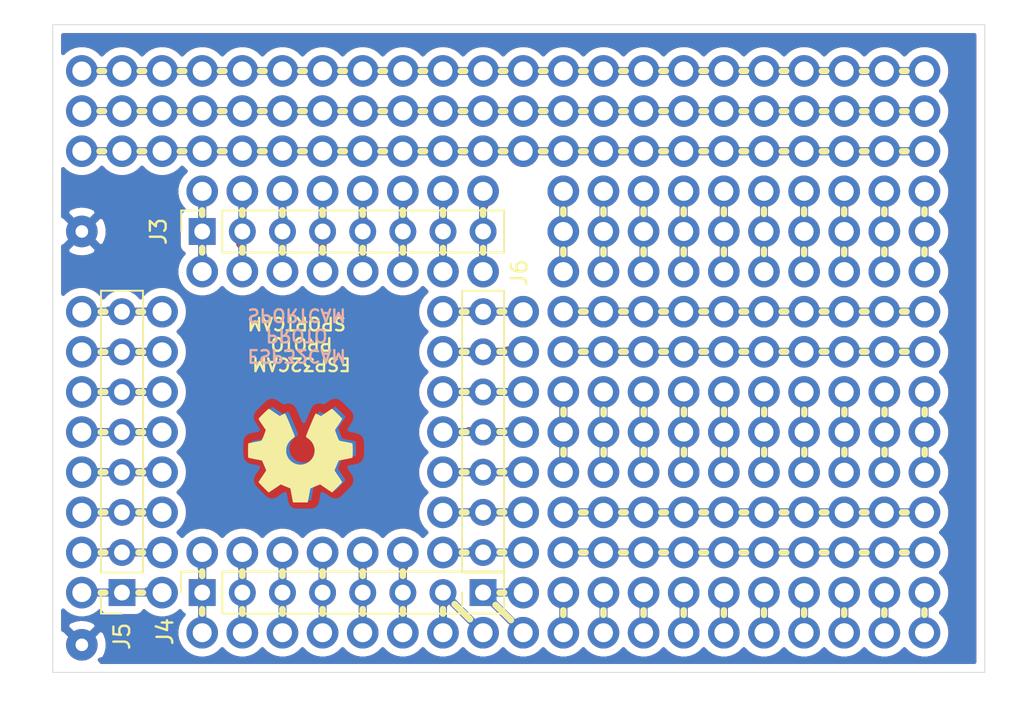
<source format=kicad_pcb>
(kicad_pcb (version 20171130) (host pcbnew 5.1.5+dfsg1-2build2)
  (title_block (title "ESP32CAM PROTO SPORTCAM") (company Galopago))
  (layers (0 F.Cu signal) (31 B.Cu signal) (34 B.Paste user) (35 F.Paste user) (36 B.SilkS user) (37 F.SilkS user) (38 B.Mask user) (39 F.Mask user) (44 Edge.Cuts user))
  (net 0 "")
  (net 1 "Net-(J3-Pad8)")
  (net 2 "Net-(J3-Pad7)")
  (net 3 "Net-(J3-Pad6)")
  (net 4 "Net-(J3-Pad5)")
  (net 5 "Net-(J3-Pad4)")
  (net 6 "Net-(J3-Pad3)")
  (net 7 "Net-(J3-Pad2)")
  (net 8 "Net-(J3-Pad1)")
  (net 9 "Net-(J4-Pad8)")
  (net 10 "Net-(J4-Pad7)")
  (net 11 "Net-(J4-Pad6)")
  (net 12 "Net-(J4-Pad5)")
  (net 13 "Net-(J4-Pad4)")
  (net 14 "Net-(J4-Pad3)")
  (net 15 "Net-(J4-Pad2)")
  (net 16 "Net-(J4-Pad1)")
  (net 17 "Net-(J5-Pad8)")
  (net 18 "Net-(J5-Pad7)")
  (net 19 "Net-(J5-Pad6)")
  (net 20 "Net-(J5-Pad5)")
  (net 21 "Net-(J5-Pad4)")
  (net 22 "Net-(J5-Pad3)")
  (net 23 "Net-(J5-Pad2)")
  (net 24 "Net-(J5-Pad1)")
  (net 25 "Net-(J6-Pad8)")
  (net 26 "Net-(J6-Pad7)")
  (net 27 "Net-(J6-Pad6)")
  (net 28 "Net-(J6-Pad5)")
  (net 29 "Net-(J6-Pad4)")
  (net 30 "Net-(J6-Pad3)")
  (net 31 "Net-(J6-Pad2)")
  (net 32 "Net-(J6-Pad1)")
  (net 33 "Net-(J7-Pad1)")
  (module Connector_Wire:SolderWirePad_1x01_Drill0.8mm (layer F.Cu) (at 129.7813 138.49)
    (fp_text reference REF** hide)
    (fp_text value SolderWirePad_1x01_Drill0.8mm hide)
    (pad 1 thru_hole circle (at 0 0) (size 2 2) (drill 1.2) (layers *.Cu *.Mask))
  )
  (module Connector_Wire:SolderWirePad_1x01_Drill0.8mm (layer F.Cu) (at 155.1813 138.49)
    (fp_text reference REF** hide)
    (fp_text value SolderWirePad_1x01_Drill0.8mm hide)
    (pad 1 thru_hole circle (at 0 0) (size 2 2) (drill 1.2) (layers *.Cu *.Mask))
  )
  (module Connector_Wire:SolderWirePad_1x01_Drill0.8mm (layer F.Cu) (at 152.6413 138.49)
    (fp_text reference REF** hide)
    (fp_text value SolderWirePad_1x01_Drill0.8mm hide)
    (pad 1 thru_hole circle (at 0 0) (size 2 2) (drill 1.2) (layers *.Cu *.Mask))
  )
  (module Connector_Wire:SolderWirePad_1x01_Drill0.8mm (layer F.Cu) (at 150.1013 138.49)
    (fp_text reference REF** hide)
    (fp_text value SolderWirePad_1x01_Drill0.8mm hide)
    (pad 1 thru_hole circle (at 0 0) (size 2 2) (drill 1.2) (layers *.Cu *.Mask))
  )
  (module Connector_Wire:SolderWirePad_1x01_Drill0.8mm (layer F.Cu) (at 147.5613 138.49)
    (fp_text reference REF** hide)
    (fp_text value SolderWirePad_1x01_Drill0.8mm hide)
    (pad 1 thru_hole circle (at 0 0) (size 2 2) (drill 1.2) (layers *.Cu *.Mask))
  )
  (module Connector_Wire:SolderWirePad_1x01_Drill0.8mm (layer F.Cu) (at 145.0213 138.49)
    (fp_text reference REF** hide)
    (fp_text value SolderWirePad_1x01_Drill0.8mm hide)
    (pad 1 thru_hole circle (at 0 0) (size 2 2) (drill 1.2) (layers *.Cu *.Mask))
  )
  (module Connector_Wire:SolderWirePad_1x01_Drill0.8mm (layer F.Cu) (at 142.4813 138.49)
    (fp_text reference REF** hide)
    (fp_text value SolderWirePad_1x01_Drill0.8mm hide)
    (pad 1 thru_hole circle (at 0 0) (size 2 2) (drill 1.2) (layers *.Cu *.Mask))
  )
  (module Connector_Wire:SolderWirePad_1x01_Drill0.8mm (layer F.Cu) (at 139.9413 138.49)
    (fp_text reference REF** hide)
    (fp_text value SolderWirePad_1x01_Drill0.8mm hide)
    (pad 1 thru_hole circle (at 0 0) (size 2 2) (drill 1.2) (layers *.Cu *.Mask))
  )
  (module Connector_Wire:SolderWirePad_1x01_Drill0.8mm (layer F.Cu) (at 137.4013 138.49)
    (fp_text reference REF** hide)
    (fp_text value SolderWirePad_1x01_Drill0.8mm hide)
    (pad 1 thru_hole circle (at 0 0) (size 2 2) (drill 1.2) (layers *.Cu *.Mask))
  )
  (module Connector_Wire:SolderWirePad_1x01_Drill0.8mm (layer F.Cu) (at 134.8613 138.49)
    (fp_text reference REF** hide)
    (fp_text value SolderWirePad_1x01_Drill0.8mm hide)
    (pad 1 thru_hole circle (at 0 0) (size 2 2) (drill 1.2) (layers *.Cu *.Mask))
  )
  (module Connector_Wire:SolderWirePad_1x01_Drill0.8mm (layer F.Cu) (at 132.3213 138.49)
    (fp_text reference REF** hide)
    (fp_text value SolderWirePad_1x01_Drill0.8mm hide)
    (pad 1 thru_hole circle (at 0 0) (size 2 2) (drill 1.2) (layers *.Cu *.Mask))
  )
  (module Connector_Wire:SolderWirePad_1x01_Drill0.8mm (layer F.Cu) (at 155.1813 135.95)
    (fp_text reference REF** hide)
    (fp_text value SolderWirePad_1x01_Drill0.8mm hide)
    (pad 1 thru_hole circle (at 0 0) (size 2 2) (drill 1.2) (layers *.Cu *.Mask))
  )
  (module Connector_Wire:SolderWirePad_1x01_Drill0.8mm (layer F.Cu) (at 152.6413 135.95)
    (fp_text reference REF** hide)
    (fp_text value SolderWirePad_1x01_Drill0.8mm hide)
    (pad 1 thru_hole circle (at 0 0) (size 2 2) (drill 1.2) (layers *.Cu *.Mask))
  )
  (module Connector_Wire:SolderWirePad_1x01_Drill0.8mm (layer F.Cu) (at 150.1013 135.95)
    (fp_text reference REF** hide)
    (fp_text value SolderWirePad_1x01_Drill0.8mm hide)
    (pad 1 thru_hole circle (at 0 0) (size 2 2) (drill 1.2) (layers *.Cu *.Mask))
  )
  (module Connector_Wire:SolderWirePad_1x01_Drill0.8mm (layer F.Cu) (at 147.5613 135.95)
    (fp_text reference REF** hide)
    (fp_text value SolderWirePad_1x01_Drill0.8mm hide)
    (pad 1 thru_hole circle (at 0 0) (size 2 2) (drill 1.2) (layers *.Cu *.Mask))
  )
  (module Connector_Wire:SolderWirePad_1x01_Drill0.8mm (layer F.Cu) (at 145.0213 135.95)
    (fp_text reference REF** hide)
    (fp_text value SolderWirePad_1x01_Drill0.8mm hide)
    (pad 1 thru_hole circle (at 0 0) (size 2 2) (drill 1.2) (layers *.Cu *.Mask))
  )
  (module Connector_Wire:SolderWirePad_1x01_Drill0.8mm (layer F.Cu) (at 142.4813 135.95)
    (fp_text reference REF** hide)
    (fp_text value SolderWirePad_1x01_Drill0.8mm hide)
    (pad 1 thru_hole circle (at 0 0) (size 2 2) (drill 1.2) (layers *.Cu *.Mask))
  )
  (module Connector_Wire:SolderWirePad_1x01_Drill0.8mm (layer F.Cu) (at 139.9413 135.95)
    (fp_text reference REF** hide)
    (fp_text value SolderWirePad_1x01_Drill0.8mm hide)
    (pad 1 thru_hole circle (at 0 0) (size 2 2) (drill 1.2) (layers *.Cu *.Mask))
  )
  (module Connector_Wire:SolderWirePad_1x01_Drill0.8mm (layer F.Cu) (at 137.4013 135.95)
    (fp_text reference REF** hide)
    (fp_text value SolderWirePad_1x01_Drill0.8mm hide)
    (pad 1 thru_hole circle (at 0 0) (size 2 2) (drill 1.2) (layers *.Cu *.Mask))
  )
  (module Connector_Wire:SolderWirePad_1x01_Drill0.8mm (layer F.Cu) (at 134.8613 135.95)
    (fp_text reference REF** hide)
    (fp_text value SolderWirePad_1x01_Drill0.8mm hide)
    (pad 1 thru_hole circle (at 0 0) (size 2 2) (drill 1.2) (layers *.Cu *.Mask))
  )
  (module Connector_Wire:SolderWirePad_1x01_Drill0.8mm (layer F.Cu) (at 132.3213 135.95)
    (fp_text reference REF** hide)
    (fp_text value SolderWirePad_1x01_Drill0.8mm hide)
    (pad 1 thru_hole circle (at 0 0) (size 2 2) (drill 1.2) (layers *.Cu *.Mask))
  )
  (module Connector_Wire:SolderWirePad_1x01_Drill0.8mm (layer F.Cu) (at 155.1813 133.41)
    (fp_text reference REF** hide)
    (fp_text value SolderWirePad_1x01_Drill0.8mm hide)
    (pad 1 thru_hole circle (at 0 0) (size 2 2) (drill 1.2) (layers *.Cu *.Mask))
  )
  (module Connector_Wire:SolderWirePad_1x01_Drill0.8mm (layer F.Cu) (at 152.6413 133.41)
    (fp_text reference REF** hide)
    (fp_text value SolderWirePad_1x01_Drill0.8mm hide)
    (pad 1 thru_hole circle (at 0 0) (size 2 2) (drill 1.2) (layers *.Cu *.Mask))
  )
  (module Connector_Wire:SolderWirePad_1x01_Drill0.8mm (layer F.Cu) (at 150.1013 133.41)
    (fp_text reference REF** hide)
    (fp_text value SolderWirePad_1x01_Drill0.8mm hide)
    (pad 1 thru_hole circle (at 0 0) (size 2 2) (drill 1.2) (layers *.Cu *.Mask))
  )
  (module Connector_Wire:SolderWirePad_1x01_Drill0.8mm (layer F.Cu) (at 147.5613 133.41)
    (fp_text reference REF** hide)
    (fp_text value SolderWirePad_1x01_Drill0.8mm hide)
    (pad 1 thru_hole circle (at 0 0) (size 2 2) (drill 1.2) (layers *.Cu *.Mask))
  )
  (module Connector_Wire:SolderWirePad_1x01_Drill0.8mm (layer F.Cu) (at 145.0213 133.41)
    (fp_text reference REF** hide)
    (fp_text value SolderWirePad_1x01_Drill0.8mm hide)
    (pad 1 thru_hole circle (at 0 0) (size 2 2) (drill 1.2) (layers *.Cu *.Mask))
  )
  (module Connector_Wire:SolderWirePad_1x01_Drill0.8mm (layer F.Cu) (at 142.4813 133.41)
    (fp_text reference REF** hide)
    (fp_text value SolderWirePad_1x01_Drill0.8mm hide)
    (pad 1 thru_hole circle (at 0 0) (size 2 2) (drill 1.2) (layers *.Cu *.Mask))
  )
  (module Connector_Wire:SolderWirePad_1x01_Drill0.8mm (layer F.Cu) (at 139.9413 133.41)
    (fp_text reference REF** hide)
    (fp_text value SolderWirePad_1x01_Drill0.8mm hide)
    (pad 1 thru_hole circle (at 0 0) (size 2 2) (drill 1.2) (layers *.Cu *.Mask))
  )
  (module Connector_Wire:SolderWirePad_1x01_Drill0.8mm (layer F.Cu) (at 137.4013 133.41)
    (fp_text reference REF** hide)
    (fp_text value SolderWirePad_1x01_Drill0.8mm hide)
    (pad 1 thru_hole circle (at 0 0) (size 2 2) (drill 1.2) (layers *.Cu *.Mask))
  )
  (module Connector_Wire:SolderWirePad_1x01_Drill0.8mm (layer F.Cu) (at 134.8613 133.41)
    (fp_text reference REF** hide)
    (fp_text value SolderWirePad_1x01_Drill0.8mm hide)
    (pad 1 thru_hole circle (at 0 0) (size 2 2) (drill 1.2) (layers *.Cu *.Mask))
  )
  (module Connector_Wire:SolderWirePad_1x01_Drill0.8mm (layer F.Cu) (at 132.3213 133.41)
    (fp_text reference REF** hide)
    (fp_text value SolderWirePad_1x01_Drill0.8mm hide)
    (pad 1 thru_hole circle (at 0 0) (size 2 2) (drill 1.2) (layers *.Cu *.Mask))
  )
  (module Connector_Wire:SolderWirePad_1x01_Drill0.8mm (layer F.Cu) (at 155.1813 130.87)
    (fp_text reference REF** hide)
    (fp_text value SolderWirePad_1x01_Drill0.8mm hide)
    (pad 1 thru_hole circle (at 0 0) (size 2 2) (drill 1.2) (layers *.Cu *.Mask))
  )
  (module Connector_Wire:SolderWirePad_1x01_Drill0.8mm (layer F.Cu) (at 152.6413 130.87)
    (fp_text reference REF** hide)
    (fp_text value SolderWirePad_1x01_Drill0.8mm hide)
    (pad 1 thru_hole circle (at 0 0) (size 2 2) (drill 1.2) (layers *.Cu *.Mask))
  )
  (module Connector_Wire:SolderWirePad_1x01_Drill0.8mm (layer F.Cu) (at 150.1013 130.87)
    (fp_text reference REF** hide)
    (fp_text value SolderWirePad_1x01_Drill0.8mm hide)
    (pad 1 thru_hole circle (at 0 0) (size 2 2) (drill 1.2) (layers *.Cu *.Mask))
  )
  (module Connector_Wire:SolderWirePad_1x01_Drill0.8mm (layer F.Cu) (at 147.5613 130.87)
    (fp_text reference REF** hide)
    (fp_text value SolderWirePad_1x01_Drill0.8mm hide)
    (pad 1 thru_hole circle (at 0 0) (size 2 2) (drill 1.2) (layers *.Cu *.Mask))
  )
  (module Connector_Wire:SolderWirePad_1x01_Drill0.8mm (layer F.Cu) (at 145.0213 130.87)
    (fp_text reference REF** hide)
    (fp_text value SolderWirePad_1x01_Drill0.8mm hide)
    (pad 1 thru_hole circle (at 0 0) (size 2 2) (drill 1.2) (layers *.Cu *.Mask))
  )
  (module Connector_Wire:SolderWirePad_1x01_Drill0.8mm (layer F.Cu) (at 142.4813 130.87)
    (fp_text reference REF** hide)
    (fp_text value SolderWirePad_1x01_Drill0.8mm hide)
    (pad 1 thru_hole circle (at 0 0) (size 2 2) (drill 1.2) (layers *.Cu *.Mask))
  )
  (module Connector_Wire:SolderWirePad_1x01_Drill0.8mm (layer F.Cu) (at 139.9413 130.87)
    (fp_text reference REF** hide)
    (fp_text value SolderWirePad_1x01_Drill0.8mm hide)
    (pad 1 thru_hole circle (at 0 0) (size 2 2) (drill 1.2) (layers *.Cu *.Mask))
  )
  (module Connector_Wire:SolderWirePad_1x01_Drill0.8mm (layer F.Cu) (at 137.4013 130.87)
    (fp_text reference REF** hide)
    (fp_text value SolderWirePad_1x01_Drill0.8mm hide)
    (pad 1 thru_hole circle (at 0 0) (size 2 2) (drill 1.2) (layers *.Cu *.Mask))
  )
  (module Connector_Wire:SolderWirePad_1x01_Drill0.8mm (layer F.Cu) (at 134.8613 130.87)
    (fp_text reference REF** hide)
    (fp_text value SolderWirePad_1x01_Drill0.8mm hide)
    (pad 1 thru_hole circle (at 0 0) (size 2 2) (drill 1.2) (layers *.Cu *.Mask))
  )
  (module Connector_Wire:SolderWirePad_1x01_Drill0.8mm (layer F.Cu) (at 132.3213 130.87)
    (fp_text reference REF** hide)
    (fp_text value SolderWirePad_1x01_Drill0.8mm hide)
    (pad 1 thru_hole circle (at 0 0) (size 2 2) (drill 1.2) (layers *.Cu *.Mask))
  )
  (module Connector_Wire:SolderWirePad_1x01_Drill0.8mm (layer F.Cu) (at 155.1813 128.33)
    (fp_text reference REF** hide)
    (fp_text value SolderWirePad_1x01_Drill0.8mm hide)
    (pad 1 thru_hole circle (at 0 0) (size 2 2) (drill 1.2) (layers *.Cu *.Mask))
  )
  (module Connector_Wire:SolderWirePad_1x01_Drill0.8mm (layer F.Cu) (at 152.6413 128.33)
    (fp_text reference REF** hide)
    (fp_text value SolderWirePad_1x01_Drill0.8mm hide)
    (pad 1 thru_hole circle (at 0 0) (size 2 2) (drill 1.2) (layers *.Cu *.Mask))
  )
  (module Connector_Wire:SolderWirePad_1x01_Drill0.8mm (layer F.Cu) (at 150.1013 128.33)
    (fp_text reference REF** hide)
    (fp_text value SolderWirePad_1x01_Drill0.8mm hide)
    (pad 1 thru_hole circle (at 0 0) (size 2 2) (drill 1.2) (layers *.Cu *.Mask))
  )
  (module Connector_Wire:SolderWirePad_1x01_Drill0.8mm (layer F.Cu) (at 147.5613 128.33)
    (fp_text reference REF** hide)
    (fp_text value SolderWirePad_1x01_Drill0.8mm hide)
    (pad 1 thru_hole circle (at 0 0) (size 2 2) (drill 1.2) (layers *.Cu *.Mask))
  )
  (module Connector_Wire:SolderWirePad_1x01_Drill0.8mm (layer F.Cu) (at 145.0213 128.33)
    (fp_text reference REF** hide)
    (fp_text value SolderWirePad_1x01_Drill0.8mm hide)
    (pad 1 thru_hole circle (at 0 0) (size 2 2) (drill 1.2) (layers *.Cu *.Mask))
  )
  (module Connector_Wire:SolderWirePad_1x01_Drill0.8mm (layer F.Cu) (at 142.4813 128.33)
    (fp_text reference REF** hide)
    (fp_text value SolderWirePad_1x01_Drill0.8mm hide)
    (pad 1 thru_hole circle (at 0 0) (size 2 2) (drill 1.2) (layers *.Cu *.Mask))
  )
  (module Connector_Wire:SolderWirePad_1x01_Drill0.8mm (layer F.Cu) (at 139.9413 128.33)
    (fp_text reference REF** hide)
    (fp_text value SolderWirePad_1x01_Drill0.8mm hide)
    (pad 1 thru_hole circle (at 0 0) (size 2 2) (drill 1.2) (layers *.Cu *.Mask))
  )
  (module Connector_Wire:SolderWirePad_1x01_Drill0.8mm (layer F.Cu) (at 137.4013 128.33)
    (fp_text reference REF** hide)
    (fp_text value SolderWirePad_1x01_Drill0.8mm hide)
    (pad 1 thru_hole circle (at 0 0) (size 2 2) (drill 1.2) (layers *.Cu *.Mask))
  )
  (module Connector_Wire:SolderWirePad_1x01_Drill0.8mm (layer F.Cu) (at 134.8613 128.33)
    (fp_text reference REF** hide)
    (fp_text value SolderWirePad_1x01_Drill0.8mm hide)
    (pad 1 thru_hole circle (at 0 0) (size 2 2) (drill 1.2) (layers *.Cu *.Mask))
  )
  (module Connector_Wire:SolderWirePad_1x01_Drill0.8mm (layer F.Cu) (at 132.3213 128.33)
    (fp_text reference REF** hide)
    (fp_text value SolderWirePad_1x01_Drill0.8mm hide)
    (pad 1 thru_hole circle (at 0 0) (size 2 2) (drill 1.2) (layers *.Cu *.Mask))
  )
  (module Connector_Wire:SolderWirePad_1x01_Drill0.8mm (layer F.Cu) (at 155.1813 125.79)
    (fp_text reference REF** hide)
    (fp_text value SolderWirePad_1x01_Drill0.8mm hide)
    (pad 1 thru_hole circle (at 0 0) (size 2 2) (drill 1.2) (layers *.Cu *.Mask))
  )
  (module Connector_Wire:SolderWirePad_1x01_Drill0.8mm (layer F.Cu) (at 152.6413 125.79)
    (fp_text reference REF** hide)
    (fp_text value SolderWirePad_1x01_Drill0.8mm hide)
    (pad 1 thru_hole circle (at 0 0) (size 2 2) (drill 1.2) (layers *.Cu *.Mask))
  )
  (module Connector_Wire:SolderWirePad_1x01_Drill0.8mm (layer F.Cu) (at 150.1013 125.79)
    (fp_text reference REF** hide)
    (fp_text value SolderWirePad_1x01_Drill0.8mm hide)
    (pad 1 thru_hole circle (at 0 0) (size 2 2) (drill 1.2) (layers *.Cu *.Mask))
  )
  (module Connector_Wire:SolderWirePad_1x01_Drill0.8mm (layer F.Cu) (at 147.5613 125.79)
    (fp_text reference REF** hide)
    (fp_text value SolderWirePad_1x01_Drill0.8mm hide)
    (pad 1 thru_hole circle (at 0 0) (size 2 2) (drill 1.2) (layers *.Cu *.Mask))
  )
  (module Connector_Wire:SolderWirePad_1x01_Drill0.8mm (layer F.Cu) (at 145.0213 125.79)
    (fp_text reference REF** hide)
    (fp_text value SolderWirePad_1x01_Drill0.8mm hide)
    (pad 1 thru_hole circle (at 0 0) (size 2 2) (drill 1.2) (layers *.Cu *.Mask))
  )
  (module Connector_Wire:SolderWirePad_1x01_Drill0.8mm (layer F.Cu) (at 142.4813 125.79)
    (fp_text reference REF** hide)
    (fp_text value SolderWirePad_1x01_Drill0.8mm hide)
    (pad 1 thru_hole circle (at 0 0) (size 2 2) (drill 1.2) (layers *.Cu *.Mask))
  )
  (module Connector_Wire:SolderWirePad_1x01_Drill0.8mm (layer F.Cu) (at 139.9413 125.79)
    (fp_text reference REF** hide)
    (fp_text value SolderWirePad_1x01_Drill0.8mm hide)
    (pad 1 thru_hole circle (at 0 0) (size 2 2) (drill 1.2) (layers *.Cu *.Mask))
  )
  (module Connector_Wire:SolderWirePad_1x01_Drill0.8mm (layer F.Cu) (at 137.4013 125.79)
    (fp_text reference REF** hide)
    (fp_text value SolderWirePad_1x01_Drill0.8mm hide)
    (pad 1 thru_hole circle (at 0 0) (size 2 2) (drill 1.2) (layers *.Cu *.Mask))
  )
  (module Connector_Wire:SolderWirePad_1x01_Drill0.8mm (layer F.Cu) (at 134.8613 125.79)
    (fp_text reference REF** hide)
    (fp_text value SolderWirePad_1x01_Drill0.8mm hide)
    (pad 1 thru_hole circle (at 0 0) (size 2 2) (drill 1.2) (layers *.Cu *.Mask))
  )
  (module Connector_Wire:SolderWirePad_1x01_Drill0.8mm (layer F.Cu) (at 132.3213 125.79)
    (fp_text reference REF** hide)
    (fp_text value SolderWirePad_1x01_Drill0.8mm hide)
    (pad 1 thru_hole circle (at 0 0) (size 2 2) (drill 1.2) (layers *.Cu *.Mask))
  )
  (module Connector_Wire:SolderWirePad_1x01_Drill0.8mm (layer F.Cu) (at 155.1813 123.25)
    (fp_text reference REF** hide)
    (fp_text value SolderWirePad_1x01_Drill0.8mm hide)
    (pad 1 thru_hole circle (at 0 0) (size 2 2) (drill 1.2) (layers *.Cu *.Mask))
  )
  (module Connector_Wire:SolderWirePad_1x01_Drill0.8mm (layer F.Cu) (at 152.6413 123.25)
    (fp_text reference REF** hide)
    (fp_text value SolderWirePad_1x01_Drill0.8mm hide)
    (pad 1 thru_hole circle (at 0 0) (size 2 2) (drill 1.2) (layers *.Cu *.Mask))
  )
  (module Connector_Wire:SolderWirePad_1x01_Drill0.8mm (layer F.Cu) (at 150.1013 123.25)
    (fp_text reference REF** hide)
    (fp_text value SolderWirePad_1x01_Drill0.8mm hide)
    (pad 1 thru_hole circle (at 0 0) (size 2 2) (drill 1.2) (layers *.Cu *.Mask))
  )
  (module Connector_Wire:SolderWirePad_1x01_Drill0.8mm (layer F.Cu) (at 147.5613 123.25)
    (fp_text reference REF** hide)
    (fp_text value SolderWirePad_1x01_Drill0.8mm hide)
    (pad 1 thru_hole circle (at 0 0) (size 2 2) (drill 1.2) (layers *.Cu *.Mask))
  )
  (module Connector_Wire:SolderWirePad_1x01_Drill0.8mm (layer F.Cu) (at 145.0213 123.25)
    (fp_text reference REF** hide)
    (fp_text value SolderWirePad_1x01_Drill0.8mm hide)
    (pad 1 thru_hole circle (at 0 0) (size 2 2) (drill 1.2) (layers *.Cu *.Mask))
  )
  (module Connector_Wire:SolderWirePad_1x01_Drill0.8mm (layer F.Cu) (at 142.4813 123.25)
    (fp_text reference REF** hide)
    (fp_text value SolderWirePad_1x01_Drill0.8mm hide)
    (pad 1 thru_hole circle (at 0 0) (size 2 2) (drill 1.2) (layers *.Cu *.Mask))
  )
  (module Connector_Wire:SolderWirePad_1x01_Drill0.8mm (layer F.Cu) (at 139.9413 123.25)
    (fp_text reference REF** hide)
    (fp_text value SolderWirePad_1x01_Drill0.8mm hide)
    (pad 1 thru_hole circle (at 0 0) (size 2 2) (drill 1.2) (layers *.Cu *.Mask))
  )
  (module Connector_Wire:SolderWirePad_1x01_Drill0.8mm (layer F.Cu) (at 137.4013 123.25)
    (fp_text reference REF** hide)
    (fp_text value SolderWirePad_1x01_Drill0.8mm hide)
    (pad 1 thru_hole circle (at 0 0) (size 2 2) (drill 1.2) (layers *.Cu *.Mask))
  )
  (module Connector_Wire:SolderWirePad_1x01_Drill0.8mm (layer F.Cu) (at 134.8613 123.25)
    (fp_text reference REF** hide)
    (fp_text value SolderWirePad_1x01_Drill0.8mm hide)
    (pad 1 thru_hole circle (at 0 0) (size 2 2) (drill 1.2) (layers *.Cu *.Mask))
  )
  (module Connector_Wire:SolderWirePad_1x01_Drill0.8mm (layer F.Cu) (at 132.3213 123.25)
    (fp_text reference REF** hide)
    (fp_text value SolderWirePad_1x01_Drill0.8mm hide)
    (pad 1 thru_hole circle (at 0 0) (size 2 2) (drill 1.2) (layers *.Cu *.Mask))
  )
  (module Connector_Wire:SolderWirePad_1x01_Drill0.8mm (layer F.Cu) (at 155.1813 120.71)
    (fp_text reference REF** hide)
    (fp_text value SolderWirePad_1x01_Drill0.8mm hide)
    (pad 1 thru_hole circle (at 0 0) (size 2 2) (drill 1.2) (layers *.Cu *.Mask))
  )
  (module Connector_Wire:SolderWirePad_1x01_Drill0.8mm (layer F.Cu) (at 152.6413 120.71)
    (fp_text reference REF** hide)
    (fp_text value SolderWirePad_1x01_Drill0.8mm hide)
    (pad 1 thru_hole circle (at 0 0) (size 2 2) (drill 1.2) (layers *.Cu *.Mask))
  )
  (module Connector_Wire:SolderWirePad_1x01_Drill0.8mm (layer F.Cu) (at 150.1013 120.71)
    (fp_text reference REF** hide)
    (fp_text value SolderWirePad_1x01_Drill0.8mm hide)
    (pad 1 thru_hole circle (at 0 0) (size 2 2) (drill 1.2) (layers *.Cu *.Mask))
  )
  (module Connector_Wire:SolderWirePad_1x01_Drill0.8mm (layer F.Cu) (at 147.5613 120.71)
    (fp_text reference REF** hide)
    (fp_text value SolderWirePad_1x01_Drill0.8mm hide)
    (pad 1 thru_hole circle (at 0 0) (size 2 2) (drill 1.2) (layers *.Cu *.Mask))
  )
  (module Connector_Wire:SolderWirePad_1x01_Drill0.8mm (layer F.Cu) (at 145.0213 120.71)
    (fp_text reference REF** hide)
    (fp_text value SolderWirePad_1x01_Drill0.8mm hide)
    (pad 1 thru_hole circle (at 0 0) (size 2 2) (drill 1.2) (layers *.Cu *.Mask))
  )
  (module Connector_Wire:SolderWirePad_1x01_Drill0.8mm (layer F.Cu) (at 142.4813 120.71)
    (fp_text reference REF** hide)
    (fp_text value SolderWirePad_1x01_Drill0.8mm hide)
    (pad 1 thru_hole circle (at 0 0) (size 2 2) (drill 1.2) (layers *.Cu *.Mask))
  )
  (module Connector_Wire:SolderWirePad_1x01_Drill0.8mm (layer F.Cu) (at 139.9413 120.71)
    (fp_text reference REF** hide)
    (fp_text value SolderWirePad_1x01_Drill0.8mm hide)
    (pad 1 thru_hole circle (at 0 0) (size 2 2) (drill 1.2) (layers *.Cu *.Mask))
  )
  (module Connector_Wire:SolderWirePad_1x01_Drill0.8mm (layer F.Cu) (at 137.4013 120.71)
    (fp_text reference REF** hide)
    (fp_text value SolderWirePad_1x01_Drill0.8mm hide)
    (pad 1 thru_hole circle (at 0 0) (size 2 2) (drill 1.2) (layers *.Cu *.Mask))
  )
  (module Connector_Wire:SolderWirePad_1x01_Drill0.8mm (layer F.Cu) (at 134.8613 120.71)
    (fp_text reference REF** hide)
    (fp_text value SolderWirePad_1x01_Drill0.8mm hide)
    (pad 1 thru_hole circle (at 0 0) (size 2 2) (drill 1.2) (layers *.Cu *.Mask))
  )
  (module Connector_Wire:SolderWirePad_1x01_Drill0.8mm (layer F.Cu) (at 132.3213 120.71)
    (fp_text reference REF** hide)
    (fp_text value SolderWirePad_1x01_Drill0.8mm hide)
    (pad 1 thru_hole circle (at 0 0) (size 2 2) (drill 1.2) (layers *.Cu *.Mask))
  )
  (module Connector_Wire:SolderWirePad_1x01_Drill0.8mm (layer F.Cu) (at 155.1813 118.17)
    (fp_text reference REF** hide)
    (fp_text value SolderWirePad_1x01_Drill0.8mm hide)
    (pad 1 thru_hole circle (at 0 0) (size 2 2) (drill 1.2) (layers *.Cu *.Mask))
  )
  (module Connector_Wire:SolderWirePad_1x01_Drill0.8mm (layer F.Cu) (at 152.6413 118.17)
    (fp_text reference REF** hide)
    (fp_text value SolderWirePad_1x01_Drill0.8mm hide)
    (pad 1 thru_hole circle (at 0 0) (size 2 2) (drill 1.2) (layers *.Cu *.Mask))
  )
  (module Connector_Wire:SolderWirePad_1x01_Drill0.8mm (layer F.Cu) (at 150.1013 118.17)
    (fp_text reference REF** hide)
    (fp_text value SolderWirePad_1x01_Drill0.8mm hide)
    (pad 1 thru_hole circle (at 0 0) (size 2 2) (drill 1.2) (layers *.Cu *.Mask))
  )
  (module Connector_Wire:SolderWirePad_1x01_Drill0.8mm (layer F.Cu) (at 147.5613 118.17)
    (fp_text reference REF** hide)
    (fp_text value SolderWirePad_1x01_Drill0.8mm hide)
    (pad 1 thru_hole circle (at 0 0) (size 2 2) (drill 1.2) (layers *.Cu *.Mask))
  )
  (module Connector_Wire:SolderWirePad_1x01_Drill0.8mm (layer F.Cu) (at 145.0213 118.17)
    (fp_text reference REF** hide)
    (fp_text value SolderWirePad_1x01_Drill0.8mm hide)
    (pad 1 thru_hole circle (at 0 0) (size 2 2) (drill 1.2) (layers *.Cu *.Mask))
  )
  (module Connector_Wire:SolderWirePad_1x01_Drill0.8mm (layer F.Cu) (at 142.4813 118.17)
    (fp_text reference REF** hide)
    (fp_text value SolderWirePad_1x01_Drill0.8mm hide)
    (pad 1 thru_hole circle (at 0 0) (size 2 2) (drill 1.2) (layers *.Cu *.Mask))
  )
  (module Connector_Wire:SolderWirePad_1x01_Drill0.8mm (layer F.Cu) (at 139.9413 118.17)
    (fp_text reference REF** hide)
    (fp_text value SolderWirePad_1x01_Drill0.8mm hide)
    (pad 1 thru_hole circle (at 0 0) (size 2 2) (drill 1.2) (layers *.Cu *.Mask))
  )
  (module Connector_Wire:SolderWirePad_1x01_Drill0.8mm (layer F.Cu) (at 137.4013 118.17)
    (fp_text reference REF** hide)
    (fp_text value SolderWirePad_1x01_Drill0.8mm hide)
    (pad 1 thru_hole circle (at 0 0) (size 2 2) (drill 1.2) (layers *.Cu *.Mask))
  )
  (module Connector_Wire:SolderWirePad_1x01_Drill0.8mm (layer F.Cu) (at 134.8613 118.17)
    (fp_text reference REF** hide)
    (fp_text value SolderWirePad_1x01_Drill0.8mm hide)
    (pad 1 thru_hole circle (at 0 0) (size 2 2) (drill 1.2) (layers *.Cu *.Mask))
  )
  (module Connector_Wire:SolderWirePad_1x01_Drill0.8mm (layer F.Cu) (at 132.3213 118.17)
    (fp_text reference REF** hide)
    (fp_text value SolderWirePad_1x01_Drill0.8mm hide)
    (pad 1 thru_hole circle (at 0 0) (size 2 2) (drill 1.2) (layers *.Cu *.Mask))
  )
  (module Connector_Wire:SolderWirePad_1x01_Drill0.8mm (layer F.Cu) (at 155.1813 115.63)
    (fp_text reference REF** hide)
    (fp_text value SolderWirePad_1x01_Drill0.8mm hide)
    (pad 1 thru_hole circle (at 0 0) (size 2 2) (drill 1.2) (layers *.Cu *.Mask))
  )
  (module Connector_Wire:SolderWirePad_1x01_Drill0.8mm (layer F.Cu) (at 152.6413 115.63)
    (fp_text reference REF** hide)
    (fp_text value SolderWirePad_1x01_Drill0.8mm hide)
    (pad 1 thru_hole circle (at 0 0) (size 2 2) (drill 1.2) (layers *.Cu *.Mask))
  )
  (module Connector_Wire:SolderWirePad_1x01_Drill0.8mm (layer F.Cu) (at 150.1013 115.63)
    (fp_text reference REF** hide)
    (fp_text value SolderWirePad_1x01_Drill0.8mm hide)
    (pad 1 thru_hole circle (at 0 0) (size 2 2) (drill 1.2) (layers *.Cu *.Mask))
  )
  (module Connector_Wire:SolderWirePad_1x01_Drill0.8mm (layer F.Cu) (at 147.5613 115.63)
    (fp_text reference REF** hide)
    (fp_text value SolderWirePad_1x01_Drill0.8mm hide)
    (pad 1 thru_hole circle (at 0 0) (size 2 2) (drill 1.2) (layers *.Cu *.Mask))
  )
  (module Connector_Wire:SolderWirePad_1x01_Drill0.8mm (layer F.Cu) (at 145.0213 115.63)
    (fp_text reference REF** hide)
    (fp_text value SolderWirePad_1x01_Drill0.8mm hide)
    (pad 1 thru_hole circle (at 0 0) (size 2 2) (drill 1.2) (layers *.Cu *.Mask))
  )
  (module Connector_Wire:SolderWirePad_1x01_Drill0.8mm (layer F.Cu) (at 142.4813 115.63)
    (fp_text reference REF** hide)
    (fp_text value SolderWirePad_1x01_Drill0.8mm hide)
    (pad 1 thru_hole circle (at 0 0) (size 2 2) (drill 1.2) (layers *.Cu *.Mask))
  )
  (module Connector_Wire:SolderWirePad_1x01_Drill0.8mm (layer F.Cu) (at 139.9413 115.63)
    (fp_text reference REF** hide)
    (fp_text value SolderWirePad_1x01_Drill0.8mm hide)
    (pad 1 thru_hole circle (at 0 0) (size 2 2) (drill 1.2) (layers *.Cu *.Mask))
  )
  (module Connector_Wire:SolderWirePad_1x01_Drill0.8mm (layer F.Cu) (at 137.4013 115.63)
    (fp_text reference REF** hide)
    (fp_text value SolderWirePad_1x01_Drill0.8mm hide)
    (pad 1 thru_hole circle (at 0 0) (size 2 2) (drill 1.2) (layers *.Cu *.Mask))
  )
  (module Connector_Wire:SolderWirePad_1x01_Drill0.8mm (layer F.Cu) (at 134.8613 115.63)
    (fp_text reference REF** hide)
    (fp_text value SolderWirePad_1x01_Drill0.8mm hide)
    (pad 1 thru_hole circle (at 0 0) (size 2 2) (drill 1.2) (layers *.Cu *.Mask))
  )
  (module Connector_Wire:SolderWirePad_1x01_Drill0.8mm (layer F.Cu) (at 132.3213 115.63)
    (fp_text reference REF** hide)
    (fp_text value SolderWirePad_1x01_Drill0.8mm hide)
    (pad 1 thru_hole circle (at 0 0) (size 2 2) (drill 1.2) (layers *.Cu *.Mask))
  )
  (module Connector_Wire:SolderWirePad_1x01_Drill0.8mm (layer F.Cu) (at 155.1813 113.09)
    (fp_text reference REF** hide)
    (fp_text value SolderWirePad_1x01_Drill0.8mm hide)
    (pad 1 thru_hole circle (at 0 0) (size 2 2) (drill 1.2) (layers *.Cu *.Mask))
  )
  (module Connector_Wire:SolderWirePad_1x01_Drill0.8mm (layer F.Cu) (at 152.6413 113.09)
    (fp_text reference REF** hide)
    (fp_text value SolderWirePad_1x01_Drill0.8mm hide)
    (pad 1 thru_hole circle (at 0 0) (size 2 2) (drill 1.2) (layers *.Cu *.Mask))
  )
  (module Connector_Wire:SolderWirePad_1x01_Drill0.8mm (layer F.Cu) (at 150.1013 113.09)
    (fp_text reference REF** hide)
    (fp_text value SolderWirePad_1x01_Drill0.8mm hide)
    (pad 1 thru_hole circle (at 0 0) (size 2 2) (drill 1.2) (layers *.Cu *.Mask))
  )
  (module Connector_Wire:SolderWirePad_1x01_Drill0.8mm (layer F.Cu) (at 147.5613 113.09)
    (fp_text reference REF** hide)
    (fp_text value SolderWirePad_1x01_Drill0.8mm hide)
    (pad 1 thru_hole circle (at 0 0) (size 2 2) (drill 1.2) (layers *.Cu *.Mask))
  )
  (module Connector_Wire:SolderWirePad_1x01_Drill0.8mm (layer F.Cu) (at 145.0213 113.09)
    (fp_text reference REF** hide)
    (fp_text value SolderWirePad_1x01_Drill0.8mm hide)
    (pad 1 thru_hole circle (at 0 0) (size 2 2) (drill 1.2) (layers *.Cu *.Mask))
  )
  (module Connector_Wire:SolderWirePad_1x01_Drill0.8mm (layer F.Cu) (at 142.4813 113.09)
    (fp_text reference REF** hide)
    (fp_text value SolderWirePad_1x01_Drill0.8mm hide)
    (pad 1 thru_hole circle (at 0 0) (size 2 2) (drill 1.2) (layers *.Cu *.Mask))
  )
  (module Connector_Wire:SolderWirePad_1x01_Drill0.8mm (layer F.Cu) (at 139.9413 113.09)
    (fp_text reference REF** hide)
    (fp_text value SolderWirePad_1x01_Drill0.8mm hide)
    (pad 1 thru_hole circle (at 0 0) (size 2 2) (drill 1.2) (layers *.Cu *.Mask))
  )
  (module Connector_Wire:SolderWirePad_1x01_Drill0.8mm (layer F.Cu) (at 137.4013 113.09)
    (fp_text reference REF** hide)
    (fp_text value SolderWirePad_1x01_Drill0.8mm hide)
    (pad 1 thru_hole circle (at 0 0) (size 2 2) (drill 1.2) (layers *.Cu *.Mask))
  )
  (module Connector_Wire:SolderWirePad_1x01_Drill0.8mm (layer F.Cu) (at 134.8613 113.09)
    (fp_text reference REF** hide)
    (fp_text value SolderWirePad_1x01_Drill0.8mm hide)
    (pad 1 thru_hole circle (at 0 0) (size 2 2) (drill 1.2) (layers *.Cu *.Mask))
  )
  (module Connector_Wire:SolderWirePad_1x01_Drill0.8mm (layer F.Cu) (at 132.3213 113.09)
    (fp_text reference REF** hide)
    (fp_text value SolderWirePad_1x01_Drill0.8mm hide)
    (pad 1 thru_hole circle (at 0 0) (size 2 2) (drill 1.2) (layers *.Cu *.Mask))
  )
  (module Connector_Wire:SolderWirePad_1x01_Drill0.8mm (layer F.Cu) (at 155.1813 110.55)
    (fp_text reference REF** hide)
    (fp_text value SolderWirePad_1x01_Drill0.8mm hide)
    (pad 1 thru_hole circle (at 0 0) (size 2 2) (drill 1.2) (layers *.Cu *.Mask))
  )
  (module Connector_Wire:SolderWirePad_1x01_Drill0.8mm (layer F.Cu) (at 152.6413 110.55)
    (fp_text reference REF** hide)
    (fp_text value SolderWirePad_1x01_Drill0.8mm hide)
    (pad 1 thru_hole circle (at 0 0) (size 2 2) (drill 1.2) (layers *.Cu *.Mask))
  )
  (module Connector_Wire:SolderWirePad_1x01_Drill0.8mm (layer F.Cu) (at 150.1013 110.55)
    (fp_text reference REF** hide)
    (fp_text value SolderWirePad_1x01_Drill0.8mm hide)
    (pad 1 thru_hole circle (at 0 0) (size 2 2) (drill 1.2) (layers *.Cu *.Mask))
  )
  (module Connector_Wire:SolderWirePad_1x01_Drill0.8mm (layer F.Cu) (at 147.5613 110.55)
    (fp_text reference REF** hide)
    (fp_text value SolderWirePad_1x01_Drill0.8mm hide)
    (pad 1 thru_hole circle (at 0 0) (size 2 2) (drill 1.2) (layers *.Cu *.Mask))
  )
  (module Connector_Wire:SolderWirePad_1x01_Drill0.8mm (layer F.Cu) (at 145.0213 110.55)
    (fp_text reference REF** hide)
    (fp_text value SolderWirePad_1x01_Drill0.8mm hide)
    (pad 1 thru_hole circle (at 0 0) (size 2 2) (drill 1.2) (layers *.Cu *.Mask))
  )
  (module Connector_Wire:SolderWirePad_1x01_Drill0.8mm (layer F.Cu) (at 142.4813 110.55)
    (fp_text reference REF** hide)
    (fp_text value SolderWirePad_1x01_Drill0.8mm hide)
    (pad 1 thru_hole circle (at 0 0) (size 2 2) (drill 1.2) (layers *.Cu *.Mask))
  )
  (module Connector_Wire:SolderWirePad_1x01_Drill0.8mm (layer F.Cu) (at 139.9413 110.55)
    (fp_text reference REF** hide)
    (fp_text value SolderWirePad_1x01_Drill0.8mm hide)
    (pad 1 thru_hole circle (at 0 0) (size 2 2) (drill 1.2) (layers *.Cu *.Mask))
  )
  (module Connector_Wire:SolderWirePad_1x01_Drill0.8mm (layer F.Cu) (at 137.4013 110.55)
    (fp_text reference REF** hide)
    (fp_text value SolderWirePad_1x01_Drill0.8mm hide)
    (pad 1 thru_hole circle (at 0 0) (size 2 2) (drill 1.2) (layers *.Cu *.Mask))
  )
  (module Connector_Wire:SolderWirePad_1x01_Drill0.8mm (layer F.Cu) (at 134.8613 110.55)
    (fp_text reference REF** hide)
    (fp_text value SolderWirePad_1x01_Drill0.8mm hide)
    (pad 1 thru_hole circle (at 0 0) (size 2 2) (drill 1.2) (layers *.Cu *.Mask))
  )
  (module Connector_Wire:SolderWirePad_1x01_Drill0.8mm (layer F.Cu) (at 155.1813 102.93)
    (fp_text reference REF** hide)
    (fp_text value SolderWirePad_1x01_Drill0.8mm hide)
    (pad 1 thru_hole circle (at 0 0) (size 2 2) (drill 1.2) (layers *.Cu *.Mask))
  )
  (module Connector_Wire:SolderWirePad_1x01_Drill0.8mm (layer F.Cu) (at 152.6413 102.93)
    (fp_text reference REF** hide)
    (fp_text value SolderWirePad_1x01_Drill0.8mm hide)
    (pad 1 thru_hole circle (at 0 0) (size 2 2) (drill 1.2) (layers *.Cu *.Mask))
  )
  (module Connector_Wire:SolderWirePad_1x01_Drill0.8mm (layer F.Cu) (at 150.1013 102.93)
    (fp_text reference REF** hide)
    (fp_text value SolderWirePad_1x01_Drill0.8mm hide)
    (pad 1 thru_hole circle (at 0 0) (size 2 2) (drill 1.2) (layers *.Cu *.Mask))
  )
  (module Connector_Wire:SolderWirePad_1x01_Drill0.8mm (layer F.Cu) (at 147.5613 102.93)
    (fp_text reference REF** hide)
    (fp_text value SolderWirePad_1x01_Drill0.8mm hide)
    (pad 1 thru_hole circle (at 0 0) (size 2 2) (drill 1.2) (layers *.Cu *.Mask))
  )
  (module Connector_Wire:SolderWirePad_1x01_Drill0.8mm (layer F.Cu) (at 145.0213 102.93)
    (fp_text reference REF** hide)
    (fp_text value SolderWirePad_1x01_Drill0.8mm hide)
    (pad 1 thru_hole circle (at 0 0) (size 2 2) (drill 1.2) (layers *.Cu *.Mask))
  )
  (module Connector_Wire:SolderWirePad_1x01_Drill0.8mm (layer F.Cu) (at 142.4813 102.93)
    (fp_text reference REF** hide)
    (fp_text value SolderWirePad_1x01_Drill0.8mm hide)
    (pad 1 thru_hole circle (at 0 0) (size 2 2) (drill 1.2) (layers *.Cu *.Mask))
  )
  (module Connector_Wire:SolderWirePad_1x01_Drill0.8mm (layer F.Cu) (at 139.9413 102.93)
    (fp_text reference REF** hide)
    (fp_text value SolderWirePad_1x01_Drill0.8mm hide)
    (pad 1 thru_hole circle (at 0 0) (size 2 2) (drill 1.2) (layers *.Cu *.Mask))
  )
  (module Connector_Wire:SolderWirePad_1x01_Drill0.8mm (layer F.Cu) (at 137.4013 102.93)
    (fp_text reference REF** hide)
    (fp_text value SolderWirePad_1x01_Drill0.8mm hide)
    (pad 1 thru_hole circle (at 0 0) (size 2 2) (drill 1.2) (layers *.Cu *.Mask))
  )
  (module Connector_Wire:SolderWirePad_1x01_Drill0.8mm (layer F.Cu) (at 134.8613 102.93)
    (fp_text reference REF** hide)
    (fp_text value SolderWirePad_1x01_Drill0.8mm hide)
    (pad 1 thru_hole circle (at 0 0) (size 2 2) (drill 1.2) (layers *.Cu *.Mask))
  )
  (module Connector_Wire:SolderWirePad_1x01_Drill0.8mm (layer F.Cu) (at 132.3213 102.93)
    (fp_text reference REF** hide)
    (fp_text value SolderWirePad_1x01_Drill0.8mm hide)
    (pad 1 thru_hole circle (at 0 0) (size 2 2) (drill 1.2) (layers *.Cu *.Mask))
  )
  (module Connector_Wire:SolderWirePad_1x01_Drill0.8mm (layer F.Cu) (at 129.7813 102.93)
    (fp_text reference REF** hide)
    (fp_text value SolderWirePad_1x01_Drill0.8mm hide)
    (pad 1 thru_hole circle (at 0 0) (size 2 2) (drill 1.2) (layers *.Cu *.Mask))
  )
  (module Connector_Wire:SolderWirePad_1x01_Drill0.8mm (layer F.Cu) (at 127.2413 102.93)
    (fp_text reference REF** hide)
    (fp_text value SolderWirePad_1x01_Drill0.8mm hide)
    (pad 1 thru_hole circle (at 0 0) (size 2 2) (drill 1.2) (layers *.Cu *.Mask))
  )
  (module Connector_Wire:SolderWirePad_1x01_Drill0.8mm (layer F.Cu) (at 124.7013 102.93)
    (fp_text reference REF** hide)
    (fp_text value SolderWirePad_1x01_Drill0.8mm hide)
    (pad 1 thru_hole circle (at 0 0) (size 2 2) (drill 1.2) (layers *.Cu *.Mask))
  )
  (module Connector_Wire:SolderWirePad_1x01_Drill0.8mm (layer F.Cu) (at 122.1613 102.93)
    (fp_text reference REF** hide)
    (fp_text value SolderWirePad_1x01_Drill0.8mm hide)
    (pad 1 thru_hole circle (at 0 0) (size 2 2) (drill 1.2) (layers *.Cu *.Mask))
  )
  (module Connector_Wire:SolderWirePad_1x01_Drill0.8mm (layer F.Cu) (at 119.6213 102.93)
    (fp_text reference REF** hide)
    (fp_text value SolderWirePad_1x01_Drill0.8mm hide)
    (pad 1 thru_hole circle (at 0 0) (size 2 2) (drill 1.2) (layers *.Cu *.Mask))
  )
  (module Connector_Wire:SolderWirePad_1x01_Drill0.8mm (layer F.Cu) (at 117.0813 102.93)
    (fp_text reference REF** hide)
    (fp_text value SolderWirePad_1x01_Drill0.8mm hide)
    (pad 1 thru_hole circle (at 0 0) (size 2 2) (drill 1.2) (layers *.Cu *.Mask))
  )
  (module Connector_Wire:SolderWirePad_1x01_Drill0.8mm (layer F.Cu) (at 114.5413 102.93)
    (fp_text reference REF** hide)
    (fp_text value SolderWirePad_1x01_Drill0.8mm hide)
    (pad 1 thru_hole circle (at 0 0) (size 2 2) (drill 1.2) (layers *.Cu *.Mask))
  )
  (module Connector_Wire:SolderWirePad_1x01_Drill0.8mm (layer F.Cu) (at 112.0013 102.93)
    (fp_text reference REF** hide)
    (fp_text value SolderWirePad_1x01_Drill0.8mm hide)
    (pad 1 thru_hole circle (at 0 0) (size 2 2) (drill 1.2) (layers *.Cu *.Mask))
  )
  (module Connector_Wire:SolderWirePad_1x01_Drill0.8mm (layer F.Cu) (at 109.4613 102.93)
    (fp_text reference REF** hide)
    (fp_text value SolderWirePad_1x01_Drill0.8mm hide)
    (pad 1 thru_hole circle (at 0 0) (size 2 2) (drill 1.2) (layers *.Cu *.Mask))
  )
  (module Connector_Wire:SolderWirePad_1x01_Drill0.8mm (layer F.Cu) (at 106.9213 102.93)
    (fp_text reference REF** hide)
    (fp_text value SolderWirePad_1x01_Drill0.8mm hide)
    (pad 1 thru_hole circle (at 0 0) (size 2 2) (drill 1.2) (layers *.Cu *.Mask))
  )
  (module Connector_Wire:SolderWirePad_1x01_Drill0.8mm (layer F.Cu) (at 104.3813 102.93)
    (fp_text reference REF** hide)
    (fp_text value SolderWirePad_1x01_Drill0.8mm hide)
    (pad 1 thru_hole circle (at 0 0) (size 2 2) (drill 1.2) (layers *.Cu *.Mask))
  )
  (module Connector_Wire:SolderWirePad_1x01_Drill0.8mm (layer F.Cu) (at 155.1813 105.47)
    (fp_text reference REF** hide)
    (fp_text value SolderWirePad_1x01_Drill0.8mm hide)
    (pad 1 thru_hole circle (at 0 0) (size 2 2) (drill 1.2) (layers *.Cu *.Mask))
  )
  (module Connector_Wire:SolderWirePad_1x01_Drill0.8mm (layer F.Cu) (at 152.6413 105.47)
    (fp_text reference REF** hide)
    (fp_text value SolderWirePad_1x01_Drill0.8mm hide)
    (pad 1 thru_hole circle (at 0 0) (size 2 2) (drill 1.2) (layers *.Cu *.Mask))
  )
  (module Connector_Wire:SolderWirePad_1x01_Drill0.8mm (layer F.Cu) (at 150.1013 105.47)
    (fp_text reference REF** hide)
    (fp_text value SolderWirePad_1x01_Drill0.8mm hide)
    (pad 1 thru_hole circle (at 0 0) (size 2 2) (drill 1.2) (layers *.Cu *.Mask))
  )
  (module Connector_Wire:SolderWirePad_1x01_Drill0.8mm (layer F.Cu) (at 147.5613 105.47)
    (fp_text reference REF** hide)
    (fp_text value SolderWirePad_1x01_Drill0.8mm hide)
    (pad 1 thru_hole circle (at 0 0) (size 2 2) (drill 1.2) (layers *.Cu *.Mask))
  )
  (module Connector_Wire:SolderWirePad_1x01_Drill0.8mm (layer F.Cu) (at 145.0213 105.47)
    (fp_text reference REF** hide)
    (fp_text value SolderWirePad_1x01_Drill0.8mm hide)
    (pad 1 thru_hole circle (at 0 0) (size 2 2) (drill 1.2) (layers *.Cu *.Mask))
  )
  (module Connector_Wire:SolderWirePad_1x01_Drill0.8mm (layer F.Cu) (at 142.4813 105.47)
    (fp_text reference REF** hide)
    (fp_text value SolderWirePad_1x01_Drill0.8mm hide)
    (pad 1 thru_hole circle (at 0 0) (size 2 2) (drill 1.2) (layers *.Cu *.Mask))
  )
  (module Connector_Wire:SolderWirePad_1x01_Drill0.8mm (layer F.Cu) (at 139.9413 105.47)
    (fp_text reference REF** hide)
    (fp_text value SolderWirePad_1x01_Drill0.8mm hide)
    (pad 1 thru_hole circle (at 0 0) (size 2 2) (drill 1.2) (layers *.Cu *.Mask))
  )
  (module Connector_Wire:SolderWirePad_1x01_Drill0.8mm (layer F.Cu) (at 137.4013 105.47)
    (fp_text reference REF** hide)
    (fp_text value SolderWirePad_1x01_Drill0.8mm hide)
    (pad 1 thru_hole circle (at 0 0) (size 2 2) (drill 1.2) (layers *.Cu *.Mask))
  )
  (module Connector_Wire:SolderWirePad_1x01_Drill0.8mm (layer F.Cu) (at 134.8613 105.47)
    (fp_text reference REF** hide)
    (fp_text value SolderWirePad_1x01_Drill0.8mm hide)
    (pad 1 thru_hole circle (at 0 0) (size 2 2) (drill 1.2) (layers *.Cu *.Mask))
  )
  (module Connector_Wire:SolderWirePad_1x01_Drill0.8mm (layer F.Cu) (at 132.3213 105.47)
    (fp_text reference REF** hide)
    (fp_text value SolderWirePad_1x01_Drill0.8mm hide)
    (pad 1 thru_hole circle (at 0 0) (size 2 2) (drill 1.2) (layers *.Cu *.Mask))
  )
  (module Connector_Wire:SolderWirePad_1x01_Drill0.8mm (layer F.Cu) (at 129.7813 105.47)
    (fp_text reference REF** hide)
    (fp_text value SolderWirePad_1x01_Drill0.8mm hide)
    (pad 1 thru_hole circle (at 0 0) (size 2 2) (drill 1.2) (layers *.Cu *.Mask))
  )
  (module Connector_Wire:SolderWirePad_1x01_Drill0.8mm (layer F.Cu) (at 127.2413 105.47)
    (fp_text reference REF** hide)
    (fp_text value SolderWirePad_1x01_Drill0.8mm hide)
    (pad 1 thru_hole circle (at 0 0) (size 2 2) (drill 1.2) (layers *.Cu *.Mask))
  )
  (module Connector_Wire:SolderWirePad_1x01_Drill0.8mm (layer F.Cu) (at 124.7013 105.47)
    (fp_text reference REF** hide)
    (fp_text value SolderWirePad_1x01_Drill0.8mm hide)
    (pad 1 thru_hole circle (at 0 0) (size 2 2) (drill 1.2) (layers *.Cu *.Mask))
  )
  (module Connector_Wire:SolderWirePad_1x01_Drill0.8mm (layer F.Cu) (at 122.1613 105.47)
    (fp_text reference REF** hide)
    (fp_text value SolderWirePad_1x01_Drill0.8mm hide)
    (pad 1 thru_hole circle (at 0 0) (size 2 2) (drill 1.2) (layers *.Cu *.Mask))
  )
  (module Connector_Wire:SolderWirePad_1x01_Drill0.8mm (layer F.Cu) (at 119.6213 105.47)
    (fp_text reference REF** hide)
    (fp_text value SolderWirePad_1x01_Drill0.8mm hide)
    (pad 1 thru_hole circle (at 0 0) (size 2 2) (drill 1.2) (layers *.Cu *.Mask))
  )
  (module Connector_Wire:SolderWirePad_1x01_Drill0.8mm (layer F.Cu) (at 117.0813 105.47)
    (fp_text reference REF** hide)
    (fp_text value SolderWirePad_1x01_Drill0.8mm hide)
    (pad 1 thru_hole circle (at 0 0) (size 2 2) (drill 1.2) (layers *.Cu *.Mask))
  )
  (module Connector_Wire:SolderWirePad_1x01_Drill0.8mm (layer F.Cu) (at 114.5413 105.47)
    (fp_text reference REF** hide)
    (fp_text value SolderWirePad_1x01_Drill0.8mm hide)
    (pad 1 thru_hole circle (at 0 0) (size 2 2) (drill 1.2) (layers *.Cu *.Mask))
  )
  (module Connector_Wire:SolderWirePad_1x01_Drill0.8mm (layer F.Cu) (at 112.0013 105.47)
    (fp_text reference REF** hide)
    (fp_text value SolderWirePad_1x01_Drill0.8mm hide)
    (pad 1 thru_hole circle (at 0 0) (size 2 2) (drill 1.2) (layers *.Cu *.Mask))
  )
  (module Connector_Wire:SolderWirePad_1x01_Drill0.8mm (layer F.Cu) (at 109.4613 105.47)
    (fp_text reference REF** hide)
    (fp_text value SolderWirePad_1x01_Drill0.8mm hide)
    (pad 1 thru_hole circle (at 0 0) (size 2 2) (drill 1.2) (layers *.Cu *.Mask))
  )
  (module Connector_Wire:SolderWirePad_1x01_Drill0.8mm (layer F.Cu) (at 106.9213 105.47)
    (fp_text reference REF** hide)
    (fp_text value SolderWirePad_1x01_Drill0.8mm hide)
    (pad 1 thru_hole circle (at 0 0) (size 2 2) (drill 1.2) (layers *.Cu *.Mask))
  )
  (module Connector_Wire:SolderWirePad_1x01_Drill0.8mm (layer F.Cu) (at 104.3813 105.47)
    (fp_text reference REF** hide)
    (fp_text value SolderWirePad_1x01_Drill0.8mm hide)
    (pad 1 thru_hole circle (at 0 0) (size 2 2) (drill 1.2) (layers *.Cu *.Mask))
  )
  (module Connector_Wire:SolderWirePad_1x01_Drill0.8mm (layer F.Cu) (at 155.1813 108.01)
    (fp_text reference REF** hide)
    (fp_text value SolderWirePad_1x01_Drill0.8mm hide)
    (pad 1 thru_hole circle (at 0 0) (size 2 2) (drill 1.2) (layers *.Cu *.Mask))
  )
  (module Connector_Wire:SolderWirePad_1x01_Drill0.8mm (layer F.Cu) (at 152.6413 108.01)
    (fp_text reference REF** hide)
    (fp_text value SolderWirePad_1x01_Drill0.8mm hide)
    (pad 1 thru_hole circle (at 0 0) (size 2 2) (drill 1.2) (layers *.Cu *.Mask))
  )
  (module Connector_Wire:SolderWirePad_1x01_Drill0.8mm (layer F.Cu) (at 150.1013 108.01)
    (fp_text reference REF** hide)
    (fp_text value SolderWirePad_1x01_Drill0.8mm hide)
    (pad 1 thru_hole circle (at 0 0) (size 2 2) (drill 1.2) (layers *.Cu *.Mask))
  )
  (module Connector_Wire:SolderWirePad_1x01_Drill0.8mm (layer F.Cu) (at 147.5613 108.01)
    (fp_text reference REF** hide)
    (fp_text value SolderWirePad_1x01_Drill0.8mm hide)
    (pad 1 thru_hole circle (at 0 0) (size 2 2) (drill 1.2) (layers *.Cu *.Mask))
  )
  (module Connector_Wire:SolderWirePad_1x01_Drill0.8mm (layer F.Cu) (at 145.0213 108.01)
    (fp_text reference REF** hide)
    (fp_text value SolderWirePad_1x01_Drill0.8mm hide)
    (pad 1 thru_hole circle (at 0 0) (size 2 2) (drill 1.2) (layers *.Cu *.Mask))
  )
  (module Connector_Wire:SolderWirePad_1x01_Drill0.8mm (layer F.Cu) (at 142.4813 108.01)
    (fp_text reference REF** hide)
    (fp_text value SolderWirePad_1x01_Drill0.8mm hide)
    (pad 1 thru_hole circle (at 0 0) (size 2 2) (drill 1.2) (layers *.Cu *.Mask))
  )
  (module Connector_Wire:SolderWirePad_1x01_Drill0.8mm (layer F.Cu) (at 139.9413 108.01)
    (fp_text reference REF** hide)
    (fp_text value SolderWirePad_1x01_Drill0.8mm hide)
    (pad 1 thru_hole circle (at 0 0) (size 2 2) (drill 1.2) (layers *.Cu *.Mask))
  )
  (module Connector_Wire:SolderWirePad_1x01_Drill0.8mm (layer F.Cu) (at 137.4013 108.01)
    (fp_text reference REF** hide)
    (fp_text value SolderWirePad_1x01_Drill0.8mm hide)
    (pad 1 thru_hole circle (at 0 0) (size 2 2) (drill 1.2) (layers *.Cu *.Mask))
  )
  (module Connector_Wire:SolderWirePad_1x01_Drill0.8mm (layer F.Cu) (at 134.8613 108.01)
    (fp_text reference REF** hide)
    (fp_text value SolderWirePad_1x01_Drill0.8mm hide)
    (pad 1 thru_hole circle (at 0 0) (size 2 2) (drill 1.2) (layers *.Cu *.Mask))
  )
  (module Connector_Wire:SolderWirePad_1x01_Drill0.8mm (layer F.Cu) (at 132.3213 108.01)
    (fp_text reference REF** hide)
    (fp_text value SolderWirePad_1x01_Drill0.8mm hide)
    (pad 1 thru_hole circle (at 0 0) (size 2 2) (drill 1.2) (layers *.Cu *.Mask))
  )
  (module Connector_Wire:SolderWirePad_1x01_Drill0.8mm (layer F.Cu) (at 129.7813 108.01)
    (fp_text reference REF** hide)
    (fp_text value SolderWirePad_1x01_Drill0.8mm hide)
    (pad 1 thru_hole circle (at 0 0) (size 2 2) (drill 1.2) (layers *.Cu *.Mask))
  )
  (module Connector_Wire:SolderWirePad_1x01_Drill0.8mm (layer F.Cu) (at 127.2413 108.01)
    (fp_text reference REF** hide)
    (fp_text value SolderWirePad_1x01_Drill0.8mm hide)
    (pad 1 thru_hole circle (at 0 0) (size 2 2) (drill 1.2) (layers *.Cu *.Mask))
  )
  (module Connector_Wire:SolderWirePad_1x01_Drill0.8mm (layer F.Cu) (at 124.7013 108.01)
    (fp_text reference REF** hide)
    (fp_text value SolderWirePad_1x01_Drill0.8mm hide)
    (pad 1 thru_hole circle (at 0 0) (size 2 2) (drill 1.2) (layers *.Cu *.Mask))
  )
  (module Connector_Wire:SolderWirePad_1x01_Drill0.8mm (layer F.Cu) (at 122.1613 108.01)
    (fp_text reference REF** hide)
    (fp_text value SolderWirePad_1x01_Drill0.8mm hide)
    (pad 1 thru_hole circle (at 0 0) (size 2 2) (drill 1.2) (layers *.Cu *.Mask))
  )
  (module Connector_Wire:SolderWirePad_1x01_Drill0.8mm (layer F.Cu) (at 119.6213 108.01)
    (fp_text reference REF** hide)
    (fp_text value SolderWirePad_1x01_Drill0.8mm hide)
    (pad 1 thru_hole circle (at 0 0) (size 2 2) (drill 1.2) (layers *.Cu *.Mask))
  )
  (module Connector_Wire:SolderWirePad_1x01_Drill0.8mm (layer F.Cu) (at 117.0813 108.01)
    (fp_text reference REF** hide)
    (fp_text value SolderWirePad_1x01_Drill0.8mm hide)
    (pad 1 thru_hole circle (at 0 0) (size 2 2) (drill 1.2) (layers *.Cu *.Mask))
  )
  (module Connector_Wire:SolderWirePad_1x01_Drill0.8mm (layer F.Cu) (at 114.5413 108.01)
    (fp_text reference REF** hide)
    (fp_text value SolderWirePad_1x01_Drill0.8mm hide)
    (pad 1 thru_hole circle (at 0 0) (size 2 2) (drill 1.2) (layers *.Cu *.Mask))
  )
  (module Connector_Wire:SolderWirePad_1x01_Drill0.8mm (layer F.Cu) (at 112.0013 108.01)
    (fp_text reference REF** hide)
    (fp_text value SolderWirePad_1x01_Drill0.8mm hide)
    (pad 1 thru_hole circle (at 0 0) (size 2 2) (drill 1.2) (layers *.Cu *.Mask))
  )
  (module Connector_Wire:SolderWirePad_1x01_Drill0.8mm (layer F.Cu) (at 109.4613 108.01)
    (fp_text reference REF** hide)
    (fp_text value SolderWirePad_1x01_Drill0.8mm hide)
    (pad 1 thru_hole circle (at 0 0) (size 2 2) (drill 1.2) (layers *.Cu *.Mask))
  )
  (module Connector_Wire:SolderWirePad_1x01_Drill0.8mm (layer F.Cu) (at 106.9213 108.01)
    (fp_text reference REF** hide)
    (fp_text value SolderWirePad_1x01_Drill0.8mm hide)
    (pad 1 thru_hole circle (at 0 0) (size 2 2) (drill 1.2) (layers *.Cu *.Mask))
  )
  (module Connector_Wire:SolderWirePad_1x01_Drill0.8mm (layer F.Cu) (at 104.3813 108.01)
    (fp_text reference REF** hide)
    (fp_text value SolderWirePad_1x01_Drill0.8mm hide)
    (pad 1 thru_hole circle (at 0 0) (size 2 2) (drill 1.2) (layers *.Cu *.Mask))
  )
  (module Connector_Wire:SolderWirePad_1x01_Drill0.8mm (layer F.Cu) (at 124.7013 138.49)
    (fp_text reference REF** hide)
    (fp_text value SolderWirePad_1x01_Drill0.8mm hide)
    (pad 1 thru_hole circle (at 0 0) (size 2 2) (drill 1.2) (layers *.Cu *.Mask))
  )
  (module Connector_Wire:SolderWirePad_1x01_Drill0.8mm (layer F.Cu) (at 122.1613 138.49)
    (fp_text reference REF** hide)
    (fp_text value SolderWirePad_1x01_Drill0.8mm hide)
    (pad 1 thru_hole circle (at 0 0) (size 2 2) (drill 1.2) (layers *.Cu *.Mask))
  )
  (module Connector_Wire:SolderWirePad_1x01_Drill0.8mm (layer F.Cu) (at 119.6213 138.49)
    (fp_text reference REF** hide)
    (fp_text value SolderWirePad_1x01_Drill0.8mm hide)
    (pad 1 thru_hole circle (at 0 0) (size 2 2) (drill 1.2) (layers *.Cu *.Mask))
  )
  (module Connector_Wire:SolderWirePad_1x01_Drill0.8mm (layer F.Cu) (at 117.0813 138.49)
    (fp_text reference REF** hide)
    (fp_text value SolderWirePad_1x01_Drill0.8mm hide)
    (pad 1 thru_hole circle (at 0 0) (size 2 2) (drill 1.2) (layers *.Cu *.Mask))
  )
  (module Connector_Wire:SolderWirePad_1x01_Drill0.8mm (layer F.Cu) (at 114.5413 138.49)
    (fp_text reference REF** hide)
    (fp_text value SolderWirePad_1x01_Drill0.8mm hide)
    (pad 1 thru_hole circle (at 0 0) (size 2 2) (drill 1.2) (layers *.Cu *.Mask))
  )
  (module Connector_Wire:SolderWirePad_1x01_Drill0.8mm (layer F.Cu) (at 112.0013 138.49)
    (fp_text reference REF** hide)
    (fp_text value SolderWirePad_1x01_Drill0.8mm hide)
    (pad 1 thru_hole circle (at 0 0) (size 2 2) (drill 1.2) (layers *.Cu *.Mask))
  )
  (module Connector_Wire:SolderWirePad_1x01_Drill0.8mm (layer F.Cu) (at 122.1613 133.41)
    (fp_text reference REF** hide)
    (fp_text value SolderWirePad_1x01_Drill0.8mm hide)
    (pad 1 thru_hole circle (at 0 0) (size 2 2) (drill 1.2) (layers *.Cu *.Mask))
  )
  (module Connector_Wire:SolderWirePad_1x01_Drill0.8mm (layer F.Cu) (at 119.6213 133.41)
    (fp_text reference REF** hide)
    (fp_text value SolderWirePad_1x01_Drill0.8mm hide)
    (pad 1 thru_hole circle (at 0 0) (size 2 2) (drill 1.2) (layers *.Cu *.Mask))
  )
  (module Connector_Wire:SolderWirePad_1x01_Drill0.8mm (layer F.Cu) (at 117.0813 133.41)
    (fp_text reference REF** hide)
    (fp_text value SolderWirePad_1x01_Drill0.8mm hide)
    (pad 1 thru_hole circle (at 0 0) (size 2 2) (drill 1.2) (layers *.Cu *.Mask))
  )
  (module Connector_Wire:SolderWirePad_1x01_Drill0.8mm (layer F.Cu) (at 114.5413 133.41)
    (fp_text reference REF** hide)
    (fp_text value SolderWirePad_1x01_Drill0.8mm hide)
    (pad 1 thru_hole circle (at 0 0) (size 2 2) (drill 1.2) (layers *.Cu *.Mask))
  )
  (module Connector_Wire:SolderWirePad_1x01_Drill0.8mm (layer F.Cu) (at 112.0013 133.41)
    (fp_text reference REF** hide)
    (fp_text value SolderWirePad_1x01_Drill0.8mm hide)
    (pad 1 thru_hole circle (at 0 0) (size 2 2) (drill 1.2) (layers *.Cu *.Mask))
  )
  (module Connector_Wire:SolderWirePad_1x01_Drill0.8mm (layer F.Cu) (at 127.2413 115.63)
    (fp_text reference REF** hide)
    (fp_text value SolderWirePad_1x01_Drill0.8mm hide)
    (pad 1 thru_hole circle (at 0 0) (size 2 2) (drill 1.2) (layers *.Cu *.Mask))
  )
  (module Connector_Wire:SolderWirePad_1x01_Drill0.8mm (layer F.Cu) (at 124.7013 115.63)
    (fp_text reference REF** hide)
    (fp_text value SolderWirePad_1x01_Drill0.8mm hide)
    (pad 1 thru_hole circle (at 0 0) (size 2 2) (drill 1.2) (layers *.Cu *.Mask))
  )
  (module Connector_Wire:SolderWirePad_1x01_Drill0.8mm (layer F.Cu) (at 122.1613 115.63)
    (fp_text reference REF** hide)
    (fp_text value SolderWirePad_1x01_Drill0.8mm hide)
    (pad 1 thru_hole circle (at 0 0) (size 2 2) (drill 1.2) (layers *.Cu *.Mask))
  )
  (module Connector_Wire:SolderWirePad_1x01_Drill0.8mm (layer F.Cu) (at 119.6213 115.63)
    (fp_text reference REF** hide)
    (fp_text value SolderWirePad_1x01_Drill0.8mm hide)
    (pad 1 thru_hole circle (at 0 0) (size 2 2) (drill 1.2) (layers *.Cu *.Mask))
  )
  (module Connector_Wire:SolderWirePad_1x01_Drill0.8mm (layer F.Cu) (at 117.0813 115.63)
    (fp_text reference REF** hide)
    (fp_text value SolderWirePad_1x01_Drill0.8mm hide)
    (pad 1 thru_hole circle (at 0 0) (size 2 2) (drill 1.2) (layers *.Cu *.Mask))
  )
  (module Connector_Wire:SolderWirePad_1x01_Drill0.8mm (layer F.Cu) (at 114.5413 115.63)
    (fp_text reference REF** hide)
    (fp_text value SolderWirePad_1x01_Drill0.8mm hide)
    (pad 1 thru_hole circle (at 0 0) (size 2 2) (drill 1.2) (layers *.Cu *.Mask))
  )
  (module Connector_Wire:SolderWirePad_1x01_Drill0.8mm (layer F.Cu) (at 112.0013 115.63)
    (fp_text reference REF** hide)
    (fp_text value SolderWirePad_1x01_Drill0.8mm hide)
    (pad 1 thru_hole circle (at 0 0) (size 2 2) (drill 1.2) (layers *.Cu *.Mask))
  )
  (module Connector_Wire:SolderWirePad_1x01_Drill0.8mm (layer F.Cu) (at 127.2413 110.55)
    (fp_text reference REF** hide)
    (fp_text value SolderWirePad_1x01_Drill0.8mm hide)
    (pad 1 thru_hole circle (at 0 0) (size 2 2) (drill 1.2) (layers *.Cu *.Mask))
  )
  (module Connector_Wire:SolderWirePad_1x01_Drill0.8mm (layer F.Cu) (at 124.7013 110.55)
    (fp_text reference REF** hide)
    (fp_text value SolderWirePad_1x01_Drill0.8mm hide)
    (pad 1 thru_hole circle (at 0 0) (size 2 2) (drill 1.2) (layers *.Cu *.Mask))
  )
  (module Connector_Wire:SolderWirePad_1x01_Drill0.8mm (layer F.Cu) (at 122.1613 110.55)
    (fp_text reference REF** hide)
    (fp_text value SolderWirePad_1x01_Drill0.8mm hide)
    (pad 1 thru_hole circle (at 0 0) (size 2 2) (drill 1.2) (layers *.Cu *.Mask))
  )
  (module Connector_Wire:SolderWirePad_1x01_Drill0.8mm (layer F.Cu) (at 119.6213 110.55)
    (fp_text reference REF** hide)
    (fp_text value SolderWirePad_1x01_Drill0.8mm hide)
    (pad 1 thru_hole circle (at 0 0) (size 2 2) (drill 1.2) (layers *.Cu *.Mask))
  )
  (module Connector_Wire:SolderWirePad_1x01_Drill0.8mm (layer F.Cu) (at 117.0813 110.55)
    (fp_text reference REF** hide)
    (fp_text value SolderWirePad_1x01_Drill0.8mm hide)
    (pad 1 thru_hole circle (at 0 0) (size 2 2) (drill 1.2) (layers *.Cu *.Mask))
  )
  (module Connector_Wire:SolderWirePad_1x01_Drill0.8mm (layer F.Cu) (at 114.5413 110.55)
    (fp_text reference REF** hide)
    (fp_text value SolderWirePad_1x01_Drill0.8mm hide)
    (pad 1 thru_hole circle (at 0 0) (size 2 2) (drill 1.2) (layers *.Cu *.Mask))
  )
  (module Connector_Wire:SolderWirePad_1x01_Drill0.8mm (layer F.Cu) (at 112.0013 110.55)
    (fp_text reference REF** hide)
    (fp_text value SolderWirePad_1x01_Drill0.8mm hide)
    (pad 1 thru_hole circle (at 0 0) (size 2 2) (drill 1.2) (layers *.Cu *.Mask))
  )
  (module Connector_Wire:SolderWirePad_1x01_Drill0.8mm (layer F.Cu) (at 124.7013 118.17)
    (fp_text reference REF** hide)
    (fp_text value SolderWirePad_1x01_Drill0.8mm hide)
    (pad 1 thru_hole circle (at 0 0) (size 2 2) (drill 1.2) (layers *.Cu *.Mask))
  )
  (module Connector_Wire:SolderWirePad_1x01_Drill0.8mm (layer F.Cu) (at 124.7013 120.71)
    (fp_text reference REF** hide)
    (fp_text value SolderWirePad_1x01_Drill0.8mm hide)
    (pad 1 thru_hole circle (at 0 0) (size 2 2) (drill 1.2) (layers *.Cu *.Mask))
  )
  (module Connector_Wire:SolderWirePad_1x01_Drill0.8mm (layer F.Cu) (at 124.7013 123.25)
    (fp_text reference REF** hide)
    (fp_text value SolderWirePad_1x01_Drill0.8mm hide)
    (pad 1 thru_hole circle (at 0 0) (size 2 2) (drill 1.2) (layers *.Cu *.Mask))
  )
  (module Connector_Wire:SolderWirePad_1x01_Drill0.8mm (layer F.Cu) (at 124.7013 125.79)
    (fp_text reference REF** hide)
    (fp_text value SolderWirePad_1x01_Drill0.8mm hide)
    (pad 1 thru_hole circle (at 0 0) (size 2 2) (drill 1.2) (layers *.Cu *.Mask))
  )
  (module Connector_Wire:SolderWirePad_1x01_Drill0.8mm (layer F.Cu) (at 124.7013 128.33)
    (fp_text reference REF** hide)
    (fp_text value SolderWirePad_1x01_Drill0.8mm hide)
    (pad 1 thru_hole circle (at 0 0) (size 2 2) (drill 1.2) (layers *.Cu *.Mask))
  )
  (module Connector_Wire:SolderWirePad_1x01_Drill0.8mm (layer F.Cu) (at 124.7013 130.87)
    (fp_text reference REF** hide)
    (fp_text value SolderWirePad_1x01_Drill0.8mm hide)
    (pad 1 thru_hole circle (at 0 0) (size 2 2) (drill 1.2) (layers *.Cu *.Mask))
  )
  (module Connector_Wire:SolderWirePad_1x01_Drill0.8mm (layer F.Cu) (at 106.9213 118.17)
    (fp_text reference REF** hide)
    (fp_text value SolderWirePad_1x01_Drill0.8mm hide)
    (pad 1 thru_hole circle (at 0 0) (size 2 2) (drill 1.2) (layers *.Cu *.Mask))
  )
  (module Connector_Wire:SolderWirePad_1x01_Drill0.8mm (layer F.Cu) (at 106.9213 120.71)
    (fp_text reference REF** hide)
    (fp_text value SolderWirePad_1x01_Drill0.8mm hide)
    (pad 1 thru_hole circle (at 0 0) (size 2 2) (drill 1.2) (layers *.Cu *.Mask))
  )
  (module Connector_Wire:SolderWirePad_1x01_Drill0.8mm (layer F.Cu) (at 106.9213 123.25)
    (fp_text reference REF** hide)
    (fp_text value SolderWirePad_1x01_Drill0.8mm hide)
    (pad 1 thru_hole circle (at 0 0) (size 2 2) (drill 1.2) (layers *.Cu *.Mask))
  )
  (module Connector_Wire:SolderWirePad_1x01_Drill0.8mm (layer F.Cu) (at 106.9213 125.79)
    (fp_text reference REF** hide)
    (fp_text value SolderWirePad_1x01_Drill0.8mm hide)
    (pad 1 thru_hole circle (at 0 0) (size 2 2) (drill 1.2) (layers *.Cu *.Mask))
  )
  (module Connector_Wire:SolderWirePad_1x01_Drill0.8mm (layer F.Cu) (at 106.9213 128.33)
    (fp_text reference REF** hide)
    (fp_text value SolderWirePad_1x01_Drill0.8mm hide)
    (pad 1 thru_hole circle (at 0 0) (size 2 2) (drill 1.2) (layers *.Cu *.Mask))
  )
  (module Connector_Wire:SolderWirePad_1x01_Drill0.8mm (layer F.Cu) (at 106.9213 130.87)
    (fp_text reference REF** hide)
    (fp_text value SolderWirePad_1x01_Drill0.8mm hide)
    (pad 1 thru_hole circle (at 0 0) (size 2 2) (drill 1.2) (layers *.Cu *.Mask))
  )
  (module Connector_Wire:SolderWirePad_1x01_Drill0.8mm (layer F.Cu) (at 106.9213 133.41)
    (fp_text reference REF** hide)
    (fp_text value SolderWirePad_1x01_Drill0.8mm hide)
    (pad 1 thru_hole circle (at 0 0) (size 2 2) (drill 1.2) (layers *.Cu *.Mask))
  )
  (module Connector_Wire:SolderWirePad_1x01_Drill0.8mm (layer F.Cu) (at 129.7813 118.17)
    (fp_text reference REF** hide)
    (fp_text value SolderWirePad_1x01_Drill0.8mm hide)
    (pad 1 thru_hole circle (at 0 0) (size 2 2) (drill 1.2) (layers *.Cu *.Mask))
  )
  (module Connector_Wire:SolderWirePad_1x01_Drill0.8mm (layer F.Cu) (at 129.7813 120.71)
    (fp_text reference REF** hide)
    (fp_text value SolderWirePad_1x01_Drill0.8mm hide)
    (pad 1 thru_hole circle (at 0 0) (size 2 2) (drill 1.2) (layers *.Cu *.Mask))
  )
  (module Connector_Wire:SolderWirePad_1x01_Drill0.8mm (layer F.Cu) (at 129.7813 123.25)
    (fp_text reference REF** hide)
    (fp_text value SolderWirePad_1x01_Drill0.8mm hide)
    (pad 1 thru_hole circle (at 0 0) (size 2 2) (drill 1.2) (layers *.Cu *.Mask))
  )
  (module Connector_Wire:SolderWirePad_1x01_Drill0.8mm (layer F.Cu) (at 129.7813 125.79)
    (fp_text reference REF** hide)
    (fp_text value SolderWirePad_1x01_Drill0.8mm hide)
    (pad 1 thru_hole circle (at 0 0) (size 2 2) (drill 1.2) (layers *.Cu *.Mask))
  )
  (module Connector_Wire:SolderWirePad_1x01_Drill0.8mm (layer F.Cu) (at 129.7813 128.33)
    (fp_text reference REF** hide)
    (fp_text value SolderWirePad_1x01_Drill0.8mm hide)
    (pad 1 thru_hole circle (at 0 0) (size 2 2) (drill 1.2) (layers *.Cu *.Mask))
  )
  (module Connector_Wire:SolderWirePad_1x01_Drill0.8mm (layer F.Cu) (at 129.7813 130.87)
    (fp_text reference REF** hide)
    (fp_text value SolderWirePad_1x01_Drill0.8mm hide)
    (pad 1 thru_hole circle (at 0 0) (size 2 2) (drill 1.2) (layers *.Cu *.Mask))
  )
  (module Connector_Wire:SolderWirePad_1x01_Drill0.8mm (layer F.Cu) (at 129.7813 133.41)
    (fp_text reference REF** hide)
    (fp_text value SolderWirePad_1x01_Drill0.8mm hide)
    (pad 1 thru_hole circle (at 0 0) (size 2 2) (drill 1.2) (layers *.Cu *.Mask))
  )
  (module Connector_Wire:SolderWirePad_1x01_Drill0.8mm (layer F.Cu) (at 101.8413 118.17)
    (fp_text reference REF** hide)
    (fp_text value SolderWirePad_1x01_Drill0.8mm hide)
    (pad 1 thru_hole circle (at 0 0) (size 2 2) (drill 1.2) (layers *.Cu *.Mask))
  )
  (module Connector_Wire:SolderWirePad_1x01_Drill0.8mm (layer F.Cu) (at 101.8413 120.71)
    (fp_text reference REF** hide)
    (fp_text value SolderWirePad_1x01_Drill0.8mm hide)
    (pad 1 thru_hole circle (at 0 0) (size 2 2) (drill 1.2) (layers *.Cu *.Mask))
  )
  (module Connector_Wire:SolderWirePad_1x01_Drill0.8mm (layer F.Cu) (at 101.8413 123.25)
    (fp_text reference REF** hide)
    (fp_text value SolderWirePad_1x01_Drill0.8mm hide)
    (pad 1 thru_hole circle (at 0 0) (size 2 2) (drill 1.2) (layers *.Cu *.Mask))
  )
  (module Connector_Wire:SolderWirePad_1x01_Drill0.8mm (layer F.Cu) (at 101.8413 125.79)
    (fp_text reference REF** hide)
    (fp_text value SolderWirePad_1x01_Drill0.8mm hide)
    (pad 1 thru_hole circle (at 0 0) (size 2 2) (drill 1.2) (layers *.Cu *.Mask))
  )
  (module Connector_Wire:SolderWirePad_1x01_Drill0.8mm (layer F.Cu) (at 101.8413 128.33)
    (fp_text reference REF** hide)
    (fp_text value SolderWirePad_1x01_Drill0.8mm hide)
    (pad 1 thru_hole circle (at 0 0) (size 2 2) (drill 1.2) (layers *.Cu *.Mask))
  )
  (module Connector_Wire:SolderWirePad_1x01_Drill0.8mm (layer F.Cu) (at 101.8413 130.87)
    (fp_text reference REF** hide)
    (fp_text value SolderWirePad_1x01_Drill0.8mm hide)
    (pad 1 thru_hole circle (at 0 0) (size 2 2) (drill 1.2) (layers *.Cu *.Mask))
  )
  (module Connector_Wire:SolderWirePad_1x01_Drill0.8mm (layer F.Cu) (at 101.8413 133.41)
    (fp_text reference REF** hide)
    (fp_text value SolderWirePad_1x01_Drill0.8mm hide)
    (pad 1 thru_hole circle (at 0 0) (size 2 2) (drill 1.2) (layers *.Cu *.Mask))
  )
  (module Connector_Wire:SolderWirePad_1x01_Drill0.8mm (layer F.Cu) (at 101.8413 139.2555)
    (fp_text reference J8 hide)
    (fp_text value Conn_01x01_Male hide)
    (pad 1 thru_hole circle (at 0 0) (size 1.99898 1.99898) (drill 0.8001) (layers *.Cu *.Mask) (net 33 "Net-(J7-Pad1)"))
  )
  (module Connector_Wire:SolderWirePad_1x01_Drill0.8mm (layer F.Cu) (at 101.8413 113.09)
    (fp_text reference J7 hide)
    (fp_text value Conn_01x01_Male hide)
    (pad 1 thru_hole circle (at 0 0) (size 1.99898 1.99898) (drill 0.8001) (layers *.Cu *.Mask) (net 33 "Net-(J7-Pad1)"))
  )
  (module Connector_Wire:SolderWirePad_1x01_Drill0.8mm (layer F.Cu) (at 101.8413 135.95)
    (fp_text reference REF** hide)
    (fp_text value SolderWirePad_1x01_Drill0.8mm hide)
    (pad 1 thru_hole circle (at 0 0) (size 2 2) (drill 1.2) (layers *.Cu *.Mask))
  )
  (module Connector_Wire:SolderWirePad_1x01_Drill0.8mm (layer F.Cu) (at 109.4613 115.63)
    (fp_text reference REF** hide)
    (fp_text value SolderWirePad_1x01_Drill0.8mm hide)
    (pad 1 thru_hole circle (at 0 0) (size 2 2) (drill 1.2) (layers *.Cu *.Mask))
  )
  (module Connector_Wire:SolderWirePad_1x01_Drill0.8mm (layer F.Cu) (at 101.8413 108.01)
    (fp_text reference REF** hide)
    (fp_text value SolderWirePad_1x01_Drill0.8mm hide)
    (pad 1 thru_hole circle (at 0 0) (size 2 2) (drill 1.2) (layers *.Cu *.Mask))
  )
  (module Connector_Wire:SolderWirePad_1x01_Drill0.8mm (layer F.Cu) (at 109.4613 110.55)
    (fp_text reference REF** hide)
    (fp_text value SolderWirePad_1x01_Drill0.8mm hide)
    (pad 1 thru_hole circle (at 0 0) (size 2 2) (drill 1.2) (layers *.Cu *.Mask))
  )
  (module Connector_Wire:SolderWirePad_1x01_Drill0.8mm (layer F.Cu) (at 106.9213 135.95)
    (fp_text reference REF** hide)
    (fp_text value SolderWirePad_1x01_Drill0.8mm hide)
    (pad 1 thru_hole circle (at 0 0) (size 2 2) (drill 1.2) (layers *.Cu *.Mask))
  )
  (module Connector_Wire:SolderWirePad_1x01_Drill0.8mm (layer F.Cu) (at 124.7013 133.41)
    (fp_text reference REF** hide)
    (fp_text value SolderWirePad_1x01_Drill0.8mm hide)
    (pad 1 thru_hole circle (at 0 0) (size 2 2) (drill 1.2) (layers *.Cu *.Mask))
  )
  (module Connector_Wire:SolderWirePad_1x01_Drill0.8mm (layer F.Cu) (at 109.4613 133.41)
    (fp_text reference REF** hide)
    (fp_text value SolderWirePad_1x01_Drill0.8mm hide)
    (pad 1 thru_hole circle (at 0 0) (size 2 2) (drill 1.2) (layers *.Cu *.Mask))
  )
  (module Connector_Wire:SolderWirePad_1x01_Drill0.8mm (layer F.Cu) (at 129.7813 135.95)
    (fp_text reference REF** hide)
    (fp_text value SolderWirePad_1x01_Drill0.8mm hide)
    (pad 1 thru_hole circle (at 0 0) (size 2 2) (drill 1.2) (layers *.Cu *.Mask))
  )
  (module Connector_Wire:SolderWirePad_1x01_Drill0.8mm (layer F.Cu) (at 127.2413 138.49)
    (fp_text reference REF** hide)
    (fp_text value SolderWirePad_1x01_Drill0.8mm hide)
    (pad 1 thru_hole circle (at 0 0) (size 2 2) (drill 1.2) (layers *.Cu *.Mask))
  )
  (module Connector_Wire:SolderWirePad_1x01_Drill0.8mm (layer F.Cu) (at 109.4613 138.49)
    (fp_text reference REF** hide)
    (fp_text value SolderWirePad_1x01_Drill0.8mm hide)
    (pad 1 thru_hole circle (at 0 0) (size 2 2) (drill 1.2) (layers *.Cu *.Mask))
  )
  (module Connector_Wire:SolderWirePad_1x01_Drill0.8mm (layer F.Cu) (at 132.3213 110.55)
    (fp_text reference REF** hide)
    (fp_text value SolderWirePad_1x01_Drill0.8mm hide)
    (pad 1 thru_hole circle (at 0 0) (size 2 2) (drill 1.2) (layers *.Cu *.Mask))
  )
  (module Connector_Wire:SolderWirePad_1x01_Drill0.8mm (layer F.Cu) (at 101.8413 102.93)
    (fp_text reference REF** hide)
    (fp_text value SolderWirePad_1x01_Drill0.8mm hide)
    (pad 1 thru_hole circle (at 0 0) (size 2 2) (drill 1.2) (layers *.Cu *.Mask))
  )
  (module Connector_Wire:SolderWirePad_1x01_Drill0.8mm (layer F.Cu) (at 101.8413 105.47)
    (fp_text reference REF** hide)
    (fp_text value SolderWirePad_1x01_Drill0.8mm hide)
    (pad 1 thru_hole circle (at 0 0) (size 2 2) (drill 1.2) (layers *.Cu *.Mask))
  )
  (module Connector_PinSocket_2.54mm:PinSocket_1x08_P2.54mm_Vertical (layer F.Cu) (at 109.4613 135.95 90)
    (fp_text reference J4 (at -2.4673 -2.3495 90) (layer F.SilkS))
    (fp_text value Conn_01x08_Female)
    (pad 8 thru_hole oval (at 0 17.78 90) (size 1.7 1.7) (drill 1) (layers *.Cu *.Mask) (net 9 "Net-(J4-Pad8)"))
    (pad 7 thru_hole oval (at 0 15.24 90) (size 1.7 1.7) (drill 1) (layers *.Cu *.Mask) (net 10 "Net-(J4-Pad7)"))
    (pad 6 thru_hole oval (at 0 12.7 90) (size 1.7 1.7) (drill 1) (layers *.Cu *.Mask) (net 11 "Net-(J4-Pad6)"))
    (pad 5 thru_hole oval (at 0 10.16 90) (size 1.7 1.7) (drill 1) (layers *.Cu *.Mask) (net 12 "Net-(J4-Pad5)"))
    (pad 4 thru_hole oval (at 0 7.62 90) (size 1.7 1.7) (drill 1) (layers *.Cu *.Mask) (net 13 "Net-(J4-Pad4)"))
    (pad 3 thru_hole oval (at 0 5.08 90) (size 1.7 1.7) (drill 1) (layers *.Cu *.Mask) (net 14 "Net-(J4-Pad3)"))
    (pad 2 thru_hole oval (at 0 2.54 90) (size 1.7 1.7) (drill 1) (layers *.Cu *.Mask) (net 15 "Net-(J4-Pad2)"))
    (pad 1 thru_hole rect (at 0 0 90) (size 1.7 1.7) (drill 1) (layers *.Cu *.Mask) (net 16 "Net-(J4-Pad1)"))
  )
  (module Connector_PinSocket_2.54mm:PinSocket_1x08_P2.54mm_Vertical (layer F.Cu) (at 109.4613 113.09 90)
    (fp_text reference J3 (at 0 -2.77 90) (layer F.SilkS))
    (fp_text value Conn_01x08_Female)
    (pad 8 thru_hole oval (at 0 17.78 90) (size 1.7 1.7) (drill 1) (layers *.Cu *.Mask) (net 1 "Net-(J3-Pad8)"))
    (pad 7 thru_hole oval (at 0 15.24 90) (size 1.7 1.7) (drill 1) (layers *.Cu *.Mask) (net 2 "Net-(J3-Pad7)"))
    (pad 6 thru_hole oval (at 0 12.7 90) (size 1.7 1.7) (drill 1) (layers *.Cu *.Mask) (net 3 "Net-(J3-Pad6)"))
    (pad 5 thru_hole oval (at 0 10.16 90) (size 1.7 1.7) (drill 1) (layers *.Cu *.Mask) (net 4 "Net-(J3-Pad5)"))
    (pad 4 thru_hole oval (at 0 7.62 90) (size 1.7 1.7) (drill 1) (layers *.Cu *.Mask) (net 5 "Net-(J3-Pad4)"))
    (pad 3 thru_hole oval (at 0 5.08 90) (size 1.7 1.7) (drill 1) (layers *.Cu *.Mask) (net 6 "Net-(J3-Pad3)"))
    (pad 2 thru_hole oval (at 0 2.54 90) (size 1.7 1.7) (drill 1) (layers *.Cu *.Mask) (net 7 "Net-(J3-Pad2)"))
    (pad 1 thru_hole rect (at 0 0 90) (size 1.7 1.7) (drill 1) (layers *.Cu *.Mask) (net 8 "Net-(J3-Pad1)"))
  )
  (module Connector_PinSocket_2.54mm:PinSocket_1x08_P2.54mm_Vertical (layer F.Cu) (at 104.3813 135.95 180)
    (fp_text reference J5 (at 0 -2.77 90) (layer F.SilkS))
    (fp_text value Conn_01x08_Female)
    (pad 8 thru_hole oval (at 0 17.78 180) (size 1.7 1.7) (drill 1) (layers *.Cu *.Mask) (net 17 "Net-(J5-Pad8)"))
    (pad 7 thru_hole oval (at 0 15.24 180) (size 1.7 1.7) (drill 1) (layers *.Cu *.Mask) (net 18 "Net-(J5-Pad7)"))
    (pad 6 thru_hole oval (at 0 12.7 180) (size 1.7 1.7) (drill 1) (layers *.Cu *.Mask) (net 19 "Net-(J5-Pad6)"))
    (pad 5 thru_hole oval (at 0 10.16 180) (size 1.7 1.7) (drill 1) (layers *.Cu *.Mask) (net 20 "Net-(J5-Pad5)"))
    (pad 4 thru_hole oval (at 0 7.62 180) (size 1.7 1.7) (drill 1) (layers *.Cu *.Mask) (net 21 "Net-(J5-Pad4)"))
    (pad 3 thru_hole oval (at 0 5.08 180) (size 1.7 1.7) (drill 1) (layers *.Cu *.Mask) (net 22 "Net-(J5-Pad3)"))
    (pad 2 thru_hole oval (at 0 2.54 180) (size 1.7 1.7) (drill 1) (layers *.Cu *.Mask) (net 23 "Net-(J5-Pad2)"))
    (pad 1 thru_hole rect (at 0 0 180) (size 1.7 1.7) (drill 1) (layers *.Cu *.Mask) (net 24 "Net-(J5-Pad1)"))
  )
  (module Connector_PinSocket_2.54mm:PinSocket_1x08_P2.54mm_Vertical (layer F.Cu) (at 127.2413 135.95 180)
    (fp_text reference J6 (at -2.286 20.2403 270) (layer F.SilkS))
    (fp_text value Conn_01x08_Female)
    (pad 8 thru_hole oval (at 0 17.78 180) (size 1.7 1.7) (drill 1) (layers *.Cu *.Mask) (net 25 "Net-(J6-Pad8)"))
    (pad 7 thru_hole oval (at 0 15.24 180) (size 1.7 1.7) (drill 1) (layers *.Cu *.Mask) (net 26 "Net-(J6-Pad7)"))
    (pad 6 thru_hole oval (at 0 12.7 180) (size 1.7 1.7) (drill 1) (layers *.Cu *.Mask) (net 27 "Net-(J6-Pad6)"))
    (pad 5 thru_hole oval (at 0 10.16 180) (size 1.7 1.7) (drill 1) (layers *.Cu *.Mask) (net 28 "Net-(J6-Pad5)"))
    (pad 4 thru_hole oval (at 0 7.62 180) (size 1.7 1.7) (drill 1) (layers *.Cu *.Mask) (net 29 "Net-(J6-Pad4)"))
    (pad 3 thru_hole oval (at 0 5.08 180) (size 1.7 1.7) (drill 1) (layers *.Cu *.Mask) (net 30 "Net-(J6-Pad3)"))
    (pad 2 thru_hole oval (at 0 2.54 180) (size 1.7 1.7) (drill 1) (layers *.Cu *.Mask) (net 31 "Net-(J6-Pad2)"))
    (pad 1 thru_hole rect (at 0 0 180) (size 1.7 1.7) (drill 1) (layers *.Cu *.Mask) (net 32 "Net-(J6-Pad1)"))
  )
  (module Symbol:OSHW-Symbol_6.7x6mm_SilkScreen (layer F.Cu) (at 115.6843 127.2667 180)
    (fp_text reference REF** hide)
    (fp_text value OSHW-Symbol_6.7x6mm_SilkScreen hide)
  )
  (module Symbol:OSHW-Symbol_6.7x6mm_Copper (layer B.Cu) (at 115.8748 127.1397)
    (fp_text reference REF** hide)
    (fp_text value OSHW-Symbol_6.7x6mm_Copper hide)
    (fp_poly (pts (xy 0.555814 2.531069) (xy 0.639635 2.086445) (xy 0.94892 1.958947) (xy 1.258206 1.831449) (xy 1.629246 2.083754) (xy 1.733157 2.154004) (xy 1.827087 2.216728) (xy 1.906652 2.269062) (xy 1.96747 2.308143) (xy 2.005157 2.331107) (xy 2.015421 2.336058) (xy 2.03391 2.323324) (xy 2.07342 2.288118) (xy 2.129522 2.234938) (xy 2.197787 2.168282) (xy 2.273786 2.092646) (xy 2.353092 2.012528) (xy 2.431275 1.932426) (xy 2.503907 1.856836) (xy 2.566559 1.790255) (xy 2.614803 1.737182) (xy 2.64421 1.702113) (xy 2.651241 1.690377) (xy 2.641123 1.66874) (xy 2.612759 1.621338) (xy 2.569129 1.552807) (xy 2.513218 1.467785) (xy 2.448006 1.370907) (xy 2.410219 1.31565) (xy 2.341343 1.214752) (xy 2.28014 1.123701) (xy 2.229578 1.04703) (xy 2.192628 0.989272) (xy 2.172258 0.954957) (xy 2.169197 0.947746) (xy 2.176136 0.927252) (xy 2.195051 0.879487) (xy 2.223087 0.811168) (xy 2.257391 0.729011) (xy 2.295109 0.63973) (xy 2.333387 0.550042) (xy 2.36937 0.466662) (xy 2.400206 0.396306) (xy 2.423039 0.34569) (xy 2.435017 0.321529) (xy 2.435724 0.320578) (xy 2.454531 0.315964) (xy 2.504618 0.305672) (xy 2.580793 0.290713) (xy 2.677865 0.272099) (xy 2.790643 0.250841) (xy 2.856442 0.238582) (xy 2.97695 0.215638) (xy 3.085797 0.193805) (xy 3.177476 0.174278) (xy 3.246481 0.158252) (xy 3.287304 0.146921) (xy 3.295511 0.143326) (xy 3.303548 0.118994) (xy 3.310033 0.064041) (xy 3.31497 -0.015108) (xy 3.318364 -0.112026) (xy 3.320218 -0.220287) (xy 3.320538 -0.333465) (xy 3.319327 -0.445135) (xy 3.31659 -0.548868) (xy 3.312331 -0.638241) (xy 3.306555 -0.706826) (xy 3.299267 -0.748197) (xy 3.294895 -0.75681) (xy 3.268764 -0.767133) (xy 3.213393 -0.781892) (xy 3.136107 -0.799352) (xy 3.04423 -0.81778) (xy 3.012158 -0.823741) (xy 2.857524 -0.852066) (xy 2.735375 -0.874876) (xy 2.641673 -0.89308) (xy 2.572384 -0.907583) (xy 2.523471 -0.919292) (xy 2.490897 -0.929115) (xy 2.470628 -0.937956) (xy 2.458626 -0.946724) (xy 2.456947 -0.948457) (xy 2.440184 -0.976371) (xy 2.414614 -1.030695) (xy 2.382788 -1.104777) (xy 2.34726 -1.191965) (xy 2.310583 -1.285608) (xy 2.275311 -1.379052) (xy 2.243996 -1.465647) (xy 2.219193 -1.53874) (xy 2.203454 -1.591678) (xy 2.199332 -1.617811) (xy 2.199676 -1.618726) (xy 2.213641 -1.640086) (xy 2.245322 -1.687084) (xy 2.291391 -1.754827) (xy 2.348518 -1.838423) (xy 2.413373 -1.932982) (xy 2.431843 -1.959854) (xy 2.497699 -2.057275) (xy 2.55565 -2.146163) (xy 2.602538 -2.221412) (xy 2.635207 -2.27792) (xy 2.6505 -2.310581) (xy 2.651241 -2.314593) (xy 2.638392 -2.335684) (xy 2.602888 -2.377464) (xy 2.549293 -2.435445) (xy 2.482171 -2.505135) (xy 2.406087 -2.582045) (xy 2.325604 -2.661683) (xy 2.245287 -2.739561) (xy 2.169699 -2.811186) (xy 2.103405 -2.87207) (xy 2.050969 -2.917721) (xy 2.016955 -2.94365) (xy 2.007545 -2.947883) (xy 1.985643 -2.937912) (xy 1.9408 -2.91102) (xy 1.880321 -2.871736) (xy 1.833789 -2.840117) (xy 1.749475 -2.782098) (xy 1.649626 -2.713784) (xy 1.549473 -2.645579) (xy 1.495627 -2.609075) (xy 1.313371 -2.4858) (xy 1.160381 -2.56852) (xy 1.090682 -2.604759) (xy 1.031414 -2.632926) (xy 0.991311 -2.648991) (xy 0.981103 -2.651226) (xy 0.968829 -2.634722) (xy 0.944613 -2.588082) (xy 0.910263 -2.515609) (xy 0.867588 -2.421606) (xy 0.818394 -2.310374) (xy 0.76449 -2.186215) (xy 0.707684 -2.053432) (xy 0.649782 -1.916327) (xy 0.592593 -1.779202) (xy 0.537924 -1.646358) (xy 0.487584 -1.522098) (xy 0.44338 -1.410725) (xy 0.407119 -1.316539) (xy 0.380609 -1.243844) (xy 0.365658 -1.196941) (xy 0.363254 -1.180833) (xy 0.382311 -1.160286) (xy 0.424036 -1.126933) (xy 0.479706 -1.087702) (xy 0.484378 -1.084599) (xy 0.628264 -0.969423) (xy 0.744283 -0.835053) (xy 0.83143 -0.685784) (xy 0.888699 -0.525913) (xy 0.915086 -0.359737) (xy 0.909585 -0.191552) (xy 0.87119 -0.025655) (xy 0.798895 0.133658) (xy 0.777626 0.168513) (xy 0.666996 0.309263) (xy 0.536302 0.422286) (xy 0.390064 0.506997) (xy 0.232808 0.562806) (xy 0.069057 0.589126) (xy -0.096667 0.58537) (xy -0.259838 0.55095) (xy -0.415935 0.485277) (xy -0.560433 0.387765) (xy -0.605131 0.348187) (xy -0.718888 0.224297) (xy -0.801782 0.093876) (xy -0.858644 -0.052315) (xy -0.890313 -0.197088) (xy -0.898131 -0.35986) (xy -0.872062 -0.52344) (xy -0.814755 -0.682298) (xy -0.728856 -0.830906) (xy -0.617014 -0.963735) (xy -0.481877 -1.075256) (xy -0.464117 -1.087011) (xy -0.40785 -1.125508) (xy -0.365077 -1.158863) (xy -0.344628 -1.18016) (xy -0.344331 -1.180833) (xy -0.348721 -1.203871) (xy -0.366124 -1.256157) (xy -0.394732 -1.33339) (xy -0.432735 -1.431268) (xy -0.478326 -1.545491) (xy -0.529697 -1.671758) (xy -0.585038 -1.805767) (xy -0.642542 -1.943218) (xy -0.700399 -2.079808) (xy -0.756802 -2.211237) (xy -0.809942 -2.333205) (xy -0.85801 -2.441409) (xy -0.899199 -2.531549) (xy -0.931699 -2.599323) (xy -0.953703 -2.64043) (xy -0.962564 -2.651226) (xy -0.98964 -2.642819) (xy -1.040303 -2.620272) (xy -1.105817 -2.587613) (xy -1.141841 -2.56852) (xy -1.294832 -2.4858) (xy -1.477088 -2.609075) (xy -1.570125 -2.672228) (xy -1.671985 -2.741727) (xy -1.767438 -2.807165) (xy -1.81525 -2.840117) (xy -1.882495 -2.885273) (xy -1.939436 -2.921057) (xy -1.978646 -2.942938) (xy -1.991381 -2.947563) (xy -2.009917 -2.935085) (xy -2.050941 -2.900252) (xy -2.110475 -2.846678) (xy -2.184542 -2.777983) (xy -2.269165 -2.697781) (xy -2.322685 -2.646286) (xy -2.416319 -2.554286) (xy -2.497241 -2.471999) (xy -2.562177 -2.402945) (xy -2.607858 -2.350644) (xy -2.631011 -2.318616) (xy -2.633232 -2.312116) (xy -2.622924 -2.287394) (xy -2.594439 -2.237405) (xy -2.550937 -2.167212) (xy -2.495577 -2.081875) (xy -2.43152 -1.986456) (xy -2.413303 -1.959854) (xy -2.346927 -1.863167) (xy -2.287378 -1.776117) (xy -2.237984 -1.703595) (xy -2.202075 -1.650493) (xy -2.182981 -1.621703) (xy -2.181136 -1.618726) (xy -2.183895 -1.595782) (xy -2.198538 -1.545336) (xy -2.222513 -1.474041) (xy -2.253266 -1.388547) (xy -2.288244 -1.295507) (xy -2.324893 -1.201574) (xy -2.360661 -1.113399) (xy -2.392994 -1.037634) (xy -2.419338 -0.980931) (xy -2.437142 -0.949943) (xy -2.438407 -0.948457) (xy -2.449294 -0.939601) (xy -2.467682 -0.930843) (xy -2.497606 -0.921277) (xy -2.543103 -0.909996) (xy -2.608209 -0.896093) (xy -2.696961 -0.878663) (xy -2.813393 -0.856798) (xy -2.961542 -0.829591) (xy -2.993618 -0.823741) (xy -3.088686 -0.805374) (xy -3.171565 -0.787405) (xy -3.23493 -0.771569) (xy -3.271458 -0.7596) (xy -3.276356 -0.75681) (xy -3.284427 -0.732072) (xy -3.290987 -0.67679) (xy -3.296033 -0.597389) (xy -3.299559 -0.500296) (xy -3.301561 -0.391938) (xy -3.302036 -0.27874) (xy -3.300977 -0.167128) (xy -3.298382 -0.063529) (xy -3.294246 0.025632) (xy -3.288563 0.093928) (xy -3.281331 0.134934) (xy -3.276971 0.143326) (xy -3.252698 0.151792) (xy -3.197426 0.165565) (xy -3.116662 0.18345) (xy -3.015912 0.204252) (xy -2.900683 0.226777) (xy -2.837902 0.238582) (xy -2.718787 0.260849) (xy -2.612565 0.281021) (xy -2.524427 0.298085) (xy -2.459566 0.311031) (xy -2.423174 0.318845) (xy -2.417184 0.320578) (xy -2.407061 0.34011) (xy -2.385662 0.387157) (xy -2.355839 0.454997) (xy -2.320445 0.536909) (xy -2.282332 0.626172) (xy -2.244353 0.716065) (xy -2.20936 0.799865) (xy -2.180206 0.870853) (xy -2.159743 0.922306) (xy -2.150823 0.947503) (xy -2.150657 0.948604) (xy -2.160769 0.968481) (xy -2.189117 1.014223) (xy -2.232723 1.081283) (xy -2.288606 1.165116) (xy -2.353787 1.261174) (xy -2.391679 1.31635) (xy -2.460725 1.417519) (xy -2.52205 1.50937) (xy -2.572663 1.587256) (xy -2.609571 1.646531) (xy -2.629782 1.682549) (xy -2.632701 1.690623) (xy -2.620153 1.709416) (xy -2.585463 1.749543) (xy -2.533063 1.806507) (xy -2.467384 1.875815) (xy -2.392856 1.952969) (xy -2.313913 2.033475) (xy -2.234983 2.112837) (xy -2.1605 2.18656) (xy -2.094894 2.250148) (xy -2.042596 2.299106) (xy -2.008039 2.328939) (xy -1.996478 2.336058) (xy -1.977654 2.326047) (xy -1.932631 2.297922) (xy -1.865787 2.254546) (xy -1.781499 2.198782) (xy -1.684144 2.133494) (xy -1.610707 2.083754) (xy -1.239667 1.831449) (xy -0.621095 2.086445) (xy -0.537275 2.531069) (xy -0.453454 2.975693) (xy 0.471994 2.975693) (xy 0.555814 2.531069)) (layer B.Cu) (width 0.01))
  )
  (gr_line (start 128.0287 136.7282) (end 129.0066 137.6934) (layer F.SilkS) (width 0.4))
  (gr_line (start 125.4379 136.6774) (end 126.4158 137.6426) (layer F.SilkS) (width 0.4))
  (gr_line (start 155.1813 137.0711) (end 155.1813 137.3632) (layer F.SilkS) (width 0.4))
  (gr_line (start 152.6413 137.0711) (end 152.6413 137.3632) (layer F.SilkS) (width 0.4))
  (gr_line (start 150.1013 137.0711) (end 150.1013 137.3632) (layer F.SilkS) (width 0.4))
  (gr_line (start 147.5613 137.0711) (end 147.5613 137.3632) (layer F.SilkS) (width 0.4))
  (gr_line (start 145.0213 137.0711) (end 145.0213 137.3632) (layer F.SilkS) (width 0.4))
  (gr_line (start 142.4813 137.0711) (end 142.4813 137.3632) (layer F.SilkS) (width 0.4))
  (gr_line (start 139.9413 137.0711) (end 139.9413 137.3632) (layer F.SilkS) (width 0.4))
  (gr_line (start 137.4013 137.0711) (end 137.4013 137.3632) (layer F.SilkS) (width 0.4))
  (gr_line (start 134.8613 137.0711) (end 134.8613 137.3632) (layer F.SilkS) (width 0.4))
  (gr_line (start 132.3213 137.0711) (end 132.3213 137.3632) (layer F.SilkS) (width 0.4))
  (gr_line (start 154.051 133.4135) (end 153.7589 133.4135) (layer F.SilkS) (width 0.4))
  (gr_line (start 151.511 133.4135) (end 151.2189 133.4135) (layer F.SilkS) (width 0.4))
  (gr_line (start 148.971 133.4135) (end 148.6789 133.4135) (layer F.SilkS) (width 0.4))
  (gr_line (start 146.431 133.4135) (end 146.1389 133.4135) (layer F.SilkS) (width 0.4))
  (gr_line (start 143.891 133.4135) (end 143.5989 133.4135) (layer F.SilkS) (width 0.4))
  (gr_line (start 141.351 133.4135) (end 141.0589 133.4135) (layer F.SilkS) (width 0.4))
  (gr_line (start 138.811 133.4135) (end 138.5189 133.4135) (layer F.SilkS) (width 0.4))
  (gr_line (start 136.271 133.4135) (end 135.9789 133.4135) (layer F.SilkS) (width 0.4))
  (gr_line (start 133.731 133.4135) (end 133.4389 133.4135) (layer F.SilkS) (width 0.4))
  (gr_line (start 154.051 130.8735) (end 153.7589 130.8735) (layer F.SilkS) (width 0.4))
  (gr_line (start 151.511 130.8735) (end 151.2189 130.8735) (layer F.SilkS) (width 0.4))
  (gr_line (start 148.971 130.8735) (end 148.6789 130.8735) (layer F.SilkS) (width 0.4))
  (gr_line (start 146.431 130.8735) (end 146.1389 130.8735) (layer F.SilkS) (width 0.4))
  (gr_line (start 143.891 130.8735) (end 143.5989 130.8735) (layer F.SilkS) (width 0.4))
  (gr_line (start 141.351 130.8735) (end 141.0589 130.8735) (layer F.SilkS) (width 0.4))
  (gr_line (start 138.811 130.8735) (end 138.5189 130.8735) (layer F.SilkS) (width 0.4))
  (gr_line (start 136.271 130.8735) (end 135.9789 130.8735) (layer F.SilkS) (width 0.4))
  (gr_line (start 133.731 130.8735) (end 133.4389 130.8735) (layer F.SilkS) (width 0.4))
  (gr_line (start 155.194 126.9111) (end 155.194 127.2032) (layer F.SilkS) (width 0.4))
  (gr_line (start 152.654 126.9111) (end 152.654 127.2032) (layer F.SilkS) (width 0.4))
  (gr_line (start 150.114 126.9111) (end 150.114 127.2032) (layer F.SilkS) (width 0.4))
  (gr_line (start 147.574 126.9111) (end 147.574 127.2032) (layer F.SilkS) (width 0.4))
  (gr_line (start 145.034 126.9111) (end 145.034 127.2032) (layer F.SilkS) (width 0.4))
  (gr_line (start 142.494 126.9111) (end 142.494 127.2032) (layer F.SilkS) (width 0.4))
  (gr_line (start 139.954 126.9111) (end 139.954 127.2032) (layer F.SilkS) (width 0.4))
  (gr_line (start 137.414 126.9111) (end 137.414 127.2032) (layer F.SilkS) (width 0.4))
  (gr_line (start 134.874 126.9111) (end 134.874 127.2032) (layer F.SilkS) (width 0.4))
  (gr_line (start 132.334 126.9111) (end 132.334 127.2032) (layer F.SilkS) (width 0.4))
  (gr_line (start 155.194 124.3711) (end 155.194 124.6632) (layer F.SilkS) (width 0.4))
  (gr_line (start 152.654 124.3711) (end 152.654 124.6632) (layer F.SilkS) (width 0.4))
  (gr_line (start 150.114 124.3711) (end 150.114 124.6632) (layer F.SilkS) (width 0.4))
  (gr_line (start 147.574 124.3711) (end 147.574 124.6632) (layer F.SilkS) (width 0.4))
  (gr_line (start 145.034 124.3711) (end 145.034 124.6632) (layer F.SilkS) (width 0.4))
  (gr_line (start 142.494 124.3711) (end 142.494 124.6632) (layer F.SilkS) (width 0.4))
  (gr_line (start 139.954 124.3711) (end 139.954 124.6632) (layer F.SilkS) (width 0.4))
  (gr_line (start 137.414 124.3711) (end 137.414 124.6632) (layer F.SilkS) (width 0.4))
  (gr_line (start 134.874 124.3711) (end 134.874 124.6632) (layer F.SilkS) (width 0.4))
  (gr_line (start 132.334 124.3711) (end 132.334 124.6632) (layer F.SilkS) (width 0.4))
  (gr_line (start 154.051 120.7008) (end 153.7589 120.7008) (layer F.SilkS) (width 0.4))
  (gr_line (start 151.511 120.7008) (end 151.2189 120.7008) (layer F.SilkS) (width 0.4))
  (gr_line (start 148.971 120.7008) (end 148.6789 120.7008) (layer F.SilkS) (width 0.4))
  (gr_line (start 146.431 120.7008) (end 146.1389 120.7008) (layer F.SilkS) (width 0.4))
  (gr_line (start 143.891 120.7008) (end 143.5989 120.7008) (layer F.SilkS) (width 0.4))
  (gr_line (start 141.351 120.7008) (end 141.0589 120.7008) (layer F.SilkS) (width 0.4))
  (gr_line (start 138.811 120.7008) (end 138.5189 120.7008) (layer F.SilkS) (width 0.4))
  (gr_line (start 136.271 120.7008) (end 135.9789 120.7008) (layer F.SilkS) (width 0.4))
  (gr_line (start 133.731 120.7008) (end 133.4389 120.7008) (layer F.SilkS) (width 0.4))
  (gr_line (start 154.051 118.1608) (end 153.7589 118.1608) (layer F.SilkS) (width 0.4))
  (gr_line (start 151.511 118.1608) (end 151.2189 118.1608) (layer F.SilkS) (width 0.4))
  (gr_line (start 148.971 118.1608) (end 148.6789 118.1608) (layer F.SilkS) (width 0.4))
  (gr_line (start 146.431 118.1608) (end 146.1389 118.1608) (layer F.SilkS) (width 0.4))
  (gr_line (start 143.891 118.1608) (end 143.5989 118.1608) (layer F.SilkS) (width 0.4))
  (gr_line (start 141.351 118.1608) (end 141.0589 118.1608) (layer F.SilkS) (width 0.4))
  (gr_line (start 138.811 118.1608) (end 138.5189 118.1608) (layer F.SilkS) (width 0.4))
  (gr_line (start 136.271 118.1608) (end 135.9789 118.1608) (layer F.SilkS) (width 0.4))
  (gr_line (start 133.731 118.1608) (end 133.4389 118.1608) (layer F.SilkS) (width 0.4))
  (gr_line (start 155.1813 114.2365) (end 155.1813 114.5286) (layer F.SilkS) (width 0.4))
  (gr_line (start 152.6413 114.2365) (end 152.6413 114.5286) (layer F.SilkS) (width 0.4))
  (gr_line (start 150.1013 114.2365) (end 150.1013 114.5286) (layer F.SilkS) (width 0.4))
  (gr_line (start 147.5613 114.2365) (end 147.5613 114.5286) (layer F.SilkS) (width 0.4))
  (gr_line (start 145.0213 114.2365) (end 145.0213 114.5286) (layer F.SilkS) (width 0.4))
  (gr_line (start 142.4813 114.2365) (end 142.4813 114.5286) (layer F.SilkS) (width 0.4))
  (gr_line (start 139.9413 114.2365) (end 139.9413 114.5286) (layer F.SilkS) (width 0.4))
  (gr_line (start 137.4013 114.2365) (end 137.4013 114.5286) (layer F.SilkS) (width 0.4))
  (gr_line (start 134.8613 114.2365) (end 134.8613 114.5286) (layer F.SilkS) (width 0.4))
  (gr_line (start 132.3213 114.2365) (end 132.3213 114.5286) (layer F.SilkS) (width 0.4))
  (gr_line (start 155.1813 111.6965) (end 155.1813 111.9886) (layer F.SilkS) (width 0.4))
  (gr_line (start 152.6413 111.6965) (end 152.6413 111.9886) (layer F.SilkS) (width 0.4))
  (gr_line (start 150.1013 111.6965) (end 150.1013 111.9886) (layer F.SilkS) (width 0.4))
  (gr_line (start 147.5613 111.6965) (end 147.5613 111.9886) (layer F.SilkS) (width 0.4))
  (gr_line (start 145.0213 111.6965) (end 145.0213 111.9886) (layer F.SilkS) (width 0.4))
  (gr_line (start 142.4813 111.6965) (end 142.4813 111.9886) (layer F.SilkS) (width 0.4))
  (gr_line (start 139.9413 111.6965) (end 139.9413 111.9886) (layer F.SilkS) (width 0.4))
  (gr_line (start 137.4013 111.6965) (end 137.4013 111.9886) (layer F.SilkS) (width 0.4))
  (gr_line (start 134.8613 111.6965) (end 134.8613 111.9886) (layer F.SilkS) (width 0.4))
  (gr_line (start 132.3213 111.6965) (end 132.3213 111.9886) (layer F.SilkS) (width 0.4))
  (gr_line (start 154.051 108.0135) (end 153.7589 108.0135) (layer F.SilkS) (width 0.4))
  (gr_line (start 151.511 108.0135) (end 151.2189 108.0135) (layer F.SilkS) (width 0.4))
  (gr_line (start 148.971 108.0135) (end 148.6789 108.0135) (layer F.SilkS) (width 0.4))
  (gr_line (start 146.431 108.0135) (end 146.1389 108.0135) (layer F.SilkS) (width 0.4))
  (gr_line (start 143.891 108.0135) (end 143.5989 108.0135) (layer F.SilkS) (width 0.4))
  (gr_line (start 141.351 108.0135) (end 141.0589 108.0135) (layer F.SilkS) (width 0.4))
  (gr_line (start 138.811 108.0135) (end 138.5189 108.0135) (layer F.SilkS) (width 0.4))
  (gr_line (start 136.271 108.0135) (end 135.9789 108.0135) (layer F.SilkS) (width 0.4))
  (gr_line (start 133.731 108.0135) (end 133.4389 108.0135) (layer F.SilkS) (width 0.4))
  (gr_line (start 131.191 108.0135) (end 130.8989 108.0135) (layer F.SilkS) (width 0.4))
  (gr_line (start 128.651 108.0135) (end 128.3589 108.0135) (layer F.SilkS) (width 0.4))
  (gr_line (start 126.111 108.0135) (end 125.8189 108.0135) (layer F.SilkS) (width 0.4))
  (gr_line (start 123.571 108.0135) (end 123.2789 108.0135) (layer F.SilkS) (width 0.4))
  (gr_line (start 121.031 108.0135) (end 120.7389 108.0135) (layer F.SilkS) (width 0.4))
  (gr_line (start 118.491 108.0135) (end 118.1989 108.0135) (layer F.SilkS) (width 0.4))
  (gr_line (start 115.951 108.0135) (end 115.6589 108.0135) (layer F.SilkS) (width 0.4))
  (gr_line (start 113.411 108.0135) (end 113.1189 108.0135) (layer F.SilkS) (width 0.4))
  (gr_line (start 110.871 108.0135) (end 110.5789 108.0135) (layer F.SilkS) (width 0.4))
  (gr_line (start 108.331 108.0135) (end 108.0389 108.0135) (layer F.SilkS) (width 0.4))
  (gr_line (start 105.791 108.0135) (end 105.4989 108.0135) (layer F.SilkS) (width 0.4))
  (gr_line (start 103.251 108.0135) (end 102.9589 108.0135) (layer F.SilkS) (width 0.4))
  (gr_line (start 154.051 105.4735) (end 153.7589 105.4735) (layer F.SilkS) (width 0.4))
  (gr_line (start 151.511 105.4735) (end 151.2189 105.4735) (layer F.SilkS) (width 0.4))
  (gr_line (start 148.971 105.4735) (end 148.6789 105.4735) (layer F.SilkS) (width 0.4))
  (gr_line (start 146.431 105.4735) (end 146.1389 105.4735) (layer F.SilkS) (width 0.4))
  (gr_line (start 143.891 105.4735) (end 143.5989 105.4735) (layer F.SilkS) (width 0.4))
  (gr_line (start 141.351 105.4735) (end 141.0589 105.4735) (layer F.SilkS) (width 0.4))
  (gr_line (start 138.811 105.4735) (end 138.5189 105.4735) (layer F.SilkS) (width 0.4))
  (gr_line (start 136.271 105.4735) (end 135.9789 105.4735) (layer F.SilkS) (width 0.4))
  (gr_line (start 133.731 105.4735) (end 133.4389 105.4735) (layer F.SilkS) (width 0.4))
  (gr_line (start 131.191 105.4735) (end 130.8989 105.4735) (layer F.SilkS) (width 0.4))
  (gr_line (start 128.651 105.4735) (end 128.3589 105.4735) (layer F.SilkS) (width 0.4))
  (gr_line (start 126.111 105.4735) (end 125.8189 105.4735) (layer F.SilkS) (width 0.4))
  (gr_line (start 123.571 105.4735) (end 123.2789 105.4735) (layer F.SilkS) (width 0.4))
  (gr_line (start 121.031 105.4735) (end 120.7389 105.4735) (layer F.SilkS) (width 0.4))
  (gr_line (start 118.491 105.4735) (end 118.1989 105.4735) (layer F.SilkS) (width 0.4))
  (gr_line (start 115.951 105.4735) (end 115.6589 105.4735) (layer F.SilkS) (width 0.4))
  (gr_line (start 113.411 105.4735) (end 113.1189 105.4735) (layer F.SilkS) (width 0.4))
  (gr_line (start 110.871 105.4735) (end 110.5789 105.4735) (layer F.SilkS) (width 0.4))
  (gr_line (start 108.331 105.4735) (end 108.0389 105.4735) (layer F.SilkS) (width 0.4))
  (gr_line (start 105.791 105.4735) (end 105.4989 105.4735) (layer F.SilkS) (width 0.4))
  (gr_line (start 103.251 105.4735) (end 102.9589 105.4735) (layer F.SilkS) (width 0.4))
  (gr_line (start 154.051 102.9335) (end 153.7589 102.9335) (layer F.SilkS) (width 0.4))
  (gr_line (start 151.511 102.9335) (end 151.2189 102.9335) (layer F.SilkS) (width 0.4))
  (gr_line (start 148.971 102.9335) (end 148.6789 102.9335) (layer F.SilkS) (width 0.4))
  (gr_line (start 146.431 102.9335) (end 146.1389 102.9335) (layer F.SilkS) (width 0.4))
  (gr_line (start 143.891 102.9335) (end 143.5989 102.9335) (layer F.SilkS) (width 0.4))
  (gr_line (start 141.351 102.9335) (end 141.0589 102.9335) (layer F.SilkS) (width 0.4))
  (gr_line (start 138.811 102.9335) (end 138.5189 102.9335) (layer F.SilkS) (width 0.4))
  (gr_line (start 136.271 102.9335) (end 135.9789 102.9335) (layer F.SilkS) (width 0.4))
  (gr_line (start 133.731 102.9335) (end 133.4389 102.9335) (layer F.SilkS) (width 0.4))
  (gr_line (start 131.191 102.9335) (end 130.8989 102.9335) (layer F.SilkS) (width 0.4))
  (gr_line (start 128.651 102.9335) (end 128.3589 102.9335) (layer F.SilkS) (width 0.4))
  (gr_line (start 126.111 102.9335) (end 125.8189 102.9335) (layer F.SilkS) (width 0.4))
  (gr_line (start 123.571 102.9335) (end 123.2789 102.9335) (layer F.SilkS) (width 0.4))
  (gr_line (start 121.031 102.9335) (end 120.7389 102.9335) (layer F.SilkS) (width 0.4))
  (gr_line (start 118.491 102.9335) (end 118.1989 102.9335) (layer F.SilkS) (width 0.4))
  (gr_line (start 115.951 102.9335) (end 115.6589 102.9335) (layer F.SilkS) (width 0.4))
  (gr_line (start 113.411 102.9335) (end 113.1189 102.9335) (layer F.SilkS) (width 0.4))
  (gr_line (start 110.871 102.9335) (end 110.5789 102.9335) (layer F.SilkS) (width 0.4))
  (gr_line (start 108.331 102.9335) (end 108.0389 102.9335) (layer F.SilkS) (width 0.4))
  (gr_line (start 105.791 102.9335) (end 105.4989 102.9335) (layer F.SilkS) (width 0.4))
  (gr_line (start 103.251 102.9335) (end 102.9589 102.9335) (layer F.SilkS) (width 0.4))
  (gr_line (start 128.5748 135.9535) (end 128.2827 135.9535) (layer F.SilkS) (width 0.4))
  (gr_line (start 128.5748 133.4008) (end 128.2827 133.4008) (layer F.SilkS) (width 0.4))
  (gr_line (start 128.5748 130.8608) (end 128.2827 130.8608) (layer F.SilkS) (width 0.4))
  (gr_line (start 128.5748 128.3208) (end 128.2827 128.3208) (layer F.SilkS) (width 0.4))
  (gr_line (start 128.5748 125.7808) (end 128.2827 125.7808) (layer F.SilkS) (width 0.4))
  (gr_line (start 128.5748 123.2408) (end 128.2827 123.2408) (layer F.SilkS) (width 0.4))
  (gr_line (start 128.5748 120.7008) (end 128.2827 120.7008) (layer F.SilkS) (width 0.4))
  (gr_line (start 128.5748 118.1608) (end 128.2827 118.1608) (layer F.SilkS) (width 0.4))
  (gr_line (start 126.1872 133.4135) (end 125.8951 133.4135) (layer F.SilkS) (width 0.4))
  (gr_line (start 126.1872 130.8735) (end 125.8951 130.8735) (layer F.SilkS) (width 0.4))
  (gr_line (start 126.1872 128.3335) (end 125.8951 128.3335) (layer F.SilkS) (width 0.4))
  (gr_line (start 126.1872 125.7935) (end 125.8951 125.7935) (layer F.SilkS) (width 0.4))
  (gr_line (start 126.1872 123.2535) (end 125.8951 123.2535) (layer F.SilkS) (width 0.4))
  (gr_line (start 126.1872 120.7135) (end 125.8951 120.7135) (layer F.SilkS) (width 0.4))
  (gr_line (start 126.1872 118.1735) (end 125.8951 118.1735) (layer F.SilkS) (width 0.4))
  (gr_line (start 105.7148 135.9535) (end 105.4227 135.9535) (layer F.SilkS) (width 0.4))
  (gr_line (start 105.7148 133.4135) (end 105.4227 133.4135) (layer F.SilkS) (width 0.4))
  (gr_line (start 105.7148 130.8735) (end 105.4227 130.8735) (layer F.SilkS) (width 0.4))
  (gr_line (start 105.7148 128.3335) (end 105.4227 128.3335) (layer F.SilkS) (width 0.4))
  (gr_line (start 105.7148 125.7935) (end 105.4227 125.7935) (layer F.SilkS) (width 0.4))
  (gr_line (start 105.7148 123.2535) (end 105.4227 123.2535) (layer F.SilkS) (width 0.4))
  (gr_line (start 105.7148 120.7135) (end 105.4227 120.7135) (layer F.SilkS) (width 0.4))
  (gr_line (start 105.7148 118.1735) (end 105.4227 118.1735) (layer F.SilkS) (width 0.4))
  (gr_line (start 103.3272 135.9535) (end 103.0351 135.9535) (layer F.SilkS) (width 0.4))
  (gr_line (start 103.3272 133.4135) (end 103.0351 133.4135) (layer F.SilkS) (width 0.4))
  (gr_line (start 103.3272 130.8735) (end 103.0351 130.8735) (layer F.SilkS) (width 0.4))
  (gr_line (start 103.3272 128.3335) (end 103.0351 128.3335) (layer F.SilkS) (width 0.4))
  (gr_line (start 103.3272 125.7935) (end 103.0351 125.7935) (layer F.SilkS) (width 0.4))
  (gr_line (start 103.3272 123.2535) (end 103.0351 123.2535) (layer F.SilkS) (width 0.4))
  (gr_line (start 103.3272 120.7135) (end 103.0351 120.7135) (layer F.SilkS) (width 0.4))
  (gr_line (start 103.3272 118.1735) (end 103.0351 118.1735) (layer F.SilkS) (width 0.4))
  (gr_line (start 124.7013 136.9949) (end 124.7013 137.287) (layer F.SilkS) (width 0.4))
  (gr_line (start 122.1613 136.9949) (end 122.1613 137.287) (layer F.SilkS) (width 0.4))
  (gr_line (start 119.6213 136.9949) (end 119.6213 137.287) (layer F.SilkS) (width 0.4))
  (gr_line (start 117.0813 136.9949) (end 117.0813 137.287) (layer F.SilkS) (width 0.4))
  (gr_line (start 114.5413 136.9949) (end 114.5413 137.287) (layer F.SilkS) (width 0.4))
  (gr_line (start 112.0013 136.9949) (end 112.0013 137.287) (layer F.SilkS) (width 0.4))
  (gr_line (start 109.4613 136.9949) (end 109.4613 137.287) (layer F.SilkS) (width 0.4))
  (gr_line (start 122.1613 134.6073) (end 122.1613 134.8994) (layer F.SilkS) (width 0.4))
  (gr_line (start 119.6213 134.6073) (end 119.6213 134.8994) (layer F.SilkS) (width 0.4))
  (gr_line (start 117.0813 134.6073) (end 117.0813 134.8994) (layer F.SilkS) (width 0.4))
  (gr_line (start 114.5413 134.6073) (end 114.5413 134.8994) (layer F.SilkS) (width 0.4))
  (gr_line (start 112.0013 134.6073) (end 112.0013 134.8994) (layer F.SilkS) (width 0.4))
  (gr_line (start 109.4613 134.6073) (end 109.4613 134.8994) (layer F.SilkS) (width 0.4))
  (gr_line (start 127.2413 114.1349) (end 127.2413 114.427) (layer F.SilkS) (width 0.4))
  (gr_line (start 124.7013 114.1349) (end 124.7013 114.427) (layer F.SilkS) (width 0.4))
  (gr_line (start 122.1613 114.1349) (end 122.1613 114.427) (layer F.SilkS) (width 0.4))
  (gr_line (start 119.6213 114.1349) (end 119.6213 114.427) (layer F.SilkS) (width 0.4))
  (gr_line (start 117.0813 114.1349) (end 117.0813 114.427) (layer F.SilkS) (width 0.4))
  (gr_line (start 114.5413 114.1349) (end 114.5413 114.427) (layer F.SilkS) (width 0.4))
  (gr_line (start 112.0013 114.1349) (end 112.0013 114.427) (layer F.SilkS) (width 0.4))
  (gr_line (start 109.4613 114.1349) (end 109.4613 114.427) (layer F.SilkS) (width 0.4))
  (gr_line (start 127.2413 111.7473) (end 127.2413 112.0394) (layer F.SilkS) (width 0.4))
  (gr_line (start 124.7013 111.7473) (end 124.7013 112.0394) (layer F.SilkS) (width 0.4))
  (gr_line (start 122.1613 111.7473) (end 122.1613 112.0394) (layer F.SilkS) (width 0.4))
  (gr_line (start 119.6213 111.7473) (end 119.6213 112.0394) (layer F.SilkS) (width 0.4))
  (gr_line (start 117.0813 111.7473) (end 117.0813 112.0394) (layer F.SilkS) (width 0.4))
  (gr_line (start 114.5413 111.7473) (end 114.5413 112.0394) (layer F.SilkS) (width 0.4))
  (gr_line (start 112.0013 111.7473) (end 112.0013 112.0394) (layer F.SilkS) (width 0.4))
  (gr_line (start 109.4613 111.7473) (end 109.4613 112.0394) (layer F.SilkS) (width 0.4))
  (gr_text "ESP32CAM\nPROTO\nSPORTCAM" (at 115.443 119.6721 180) (layer B.SilkS) (effects (font (size 0.8 0.8)) (justify mirror)))
  (gr_text "ESP32CAM \nPROTO \nSPORTCAM\n\n" (at 115.443 119.5578 180) (layer F.SilkS) (effects (font (size 0.8 0.8))))
  (gr_line (start 159 100) (end 159 141) (layer Edge.Cuts) (width 0.05))
  (gr_line (start 100 100) (end 100 141) (layer Edge.Cuts) (width 0.05))
  (gr_line (start 100 141) (end 159 141) (layer Edge.Cuts) (width 0.05))
  (gr_line (start 100 100) (end 159 100) (layer Edge.Cuts) (width 0.05))
  (segment (start 124.7013 125.79) (end 126.2796 125.79) (width 0.5) (layer F.Cu) (net 0))
  (segment (start 101.8413 133.41) (end 103.4323 133.41) (width 0.5) (layer B.Cu) (net 0))
  (segment (start 117.0813 115.63) (end 117.0813 114.1476) (width 0.5) (layer B.Cu) (net 0))
  (segment (start 119.6213 110.55) (end 119.6213 112.1791) (width 0.5) (layer B.Cu) (net 0))
  (segment (start 112.0013 138.49) (end 112.0013 136.906) (width 0.5) (layer F.Cu) (net 0))
  (segment (start 114.5413 138.49) (end 114.5413 136.8933) (width 0.5) (layer F.Cu) (net 0))
  (segment (start 119.6213 138.49) (end 119.6213 136.9314) (width 0.5) (layer F.Cu) (net 0))
  (segment (start 114.5413 138.49) (end 114.5413 136.906) (width 0.5) (layer B.Cu) (net 0))
  (segment (start 117.0813 138.49) (end 117.0813 136.8425) (width 0.5) (layer B.Cu) (net 0))
  (segment (start 124.7013 138.49) (end 124.7013 136.906) (width 0.5) (layer B.Cu) (net 0))
  (segment (start 101.8413 102.93) (end 104.3813 102.93) (width 0.5) (layer F.Cu) (net 0))
  (segment (start 104.3813 102.93) (end 106.9213 102.93) (width 0.5) (layer F.Cu) (net 0))
  (segment (start 106.9213 102.93) (end 109.4613 102.93) (width 0.5) (layer F.Cu) (net 0))
  (segment (start 109.4613 102.93) (end 112.0013 102.93) (width 0.5) (layer F.Cu) (net 0))
  (segment (start 112.0013 102.93) (end 114.5413 102.93) (width 0.5) (layer F.Cu) (net 0))
  (segment (start 114.5413 102.93) (end 117.0813 102.93) (width 0.5) (layer F.Cu) (net 0))
  (segment (start 117.0813 102.93) (end 119.6213 102.93) (width 0.5) (layer F.Cu) (net 0))
  (segment (start 119.6213 102.93) (end 122.1613 102.93) (width 0.5) (layer F.Cu) (net 0))
  (segment (start 122.1613 102.93) (end 124.7013 102.93) (width 0.5) (layer F.Cu) (net 0))
  (segment (start 124.7013 102.93) (end 127.2413 102.93) (width 0.5) (layer F.Cu) (net 0))
  (segment (start 127.2413 102.93) (end 129.7813 102.93) (width 0.5) (layer F.Cu) (net 0))
  (segment (start 129.7813 102.93) (end 132.3213 102.93) (width 0.5) (layer F.Cu) (net 0))
  (segment (start 132.3213 102.93) (end 134.8613 102.93) (width 0.5) (layer F.Cu) (net 0))
  (segment (start 134.8613 102.93) (end 137.4013 102.93) (width 0.5) (layer F.Cu) (net 0))
  (segment (start 137.4013 102.93) (end 139.9413 102.93) (width 0.5) (layer F.Cu) (net 0))
  (segment (start 139.9413 102.93) (end 142.4813 102.93) (width 0.5) (layer F.Cu) (net 0))
  (segment (start 142.4813 102.93) (end 145.0213 102.93) (width 0.5) (layer F.Cu) (net 0))
  (segment (start 145.0213 102.93) (end 147.5613 102.93) (width 0.5) (layer F.Cu) (net 0))
  (segment (start 147.5613 102.93) (end 150.1013 102.93) (width 0.5) (layer F.Cu) (net 0))
  (segment (start 150.1013 102.93) (end 152.6413 102.93) (width 0.5) (layer F.Cu) (net 0))
  (segment (start 152.6413 102.93) (end 155.1813 102.93) (width 0.5) (layer F.Cu) (net 0))
  (segment (start 155.1813 105.47) (end 152.6413 105.47) (width 0.5) (layer F.Cu) (net 0))
  (segment (start 152.6413 105.47) (end 150.1013 105.47) (width 0.5) (layer F.Cu) (net 0))
  (segment (start 150.1013 105.47) (end 147.5613 105.47) (width 0.5) (layer F.Cu) (net 0))
  (segment (start 147.5613 105.47) (end 145.0213 105.47) (width 0.5) (layer F.Cu) (net 0))
  (segment (start 145.0213 105.47) (end 142.4813 105.47) (width 0.5) (layer F.Cu) (net 0))
  (segment (start 142.4813 105.47) (end 139.9413 105.47) (width 0.5) (layer F.Cu) (net 0))
  (segment (start 139.9413 105.47) (end 137.4013 105.47) (width 0.5) (layer F.Cu) (net 0))
  (segment (start 137.4013 105.47) (end 134.8613 105.47) (width 0.5) (layer F.Cu) (net 0))
  (segment (start 134.8613 105.47) (end 132.3213 105.47) (width 0.5) (layer F.Cu) (net 0))
  (segment (start 132.3213 105.47) (end 129.7813 105.47) (width 0.5) (layer F.Cu) (net 0))
  (segment (start 129.7813 105.47) (end 127.2413 105.47) (width 0.5) (layer F.Cu) (net 0))
  (segment (start 127.2413 105.47) (end 124.7013 105.47) (width 0.5) (layer F.Cu) (net 0))
  (segment (start 124.7013 105.47) (end 122.1613 105.47) (width 0.5) (layer F.Cu) (net 0))
  (segment (start 122.1613 105.47) (end 119.6213 105.47) (width 0.5) (layer F.Cu) (net 0))
  (segment (start 119.6213 105.47) (end 117.0813 105.47) (width 0.5) (layer F.Cu) (net 0))
  (segment (start 117.0813 105.47) (end 114.5413 105.47) (width 0.5) (layer F.Cu) (net 0))
  (segment (start 114.5413 105.47) (end 112.0013 105.47) (width 0.5) (layer F.Cu) (net 0))
  (segment (start 112.0013 105.47) (end 109.4613 105.47) (width 0.5) (layer F.Cu) (net 0))
  (segment (start 109.4613 105.47) (end 106.9213 105.47) (width 0.5) (layer F.Cu) (net 0))
  (segment (start 106.9213 105.47) (end 104.3813 105.47) (width 0.5) (layer F.Cu) (net 0))
  (segment (start 104.3813 105.47) (end 101.8413 105.47) (width 0.5) (layer F.Cu) (net 0))
  (segment (start 101.8413 108.01) (end 104.3813 108.01) (width 0.5) (layer F.Cu) (net 0))
  (segment (start 104.3813 108.01) (end 106.9213 108.01) (width 0.5) (layer F.Cu) (net 0))
  (segment (start 106.9213 108.01) (end 109.4613 108.01) (width 0.5) (layer F.Cu) (net 0))
  (segment (start 109.4613 108.01) (end 112.0013 108.01) (width 0.5) (layer F.Cu) (net 0))
  (segment (start 112.0013 108.01) (end 114.5413 108.01) (width 0.5) (layer F.Cu) (net 0))
  (segment (start 114.5413 108.01) (end 117.0813 108.01) (width 0.5) (layer F.Cu) (net 0))
  (segment (start 117.0813 108.01) (end 119.6213 108.01) (width 0.5) (layer F.Cu) (net 0))
  (segment (start 119.6213 108.01) (end 122.1613 108.01) (width 0.5) (layer F.Cu) (net 0))
  (segment (start 122.1613 108.01) (end 124.7013 108.01) (width 0.5) (layer F.Cu) (net 0))
  (segment (start 124.7013 108.01) (end 127.2413 108.01) (width 0.5) (layer F.Cu) (net 0))
  (segment (start 127.2413 108.01) (end 129.7813 108.01) (width 0.5) (layer F.Cu) (net 0))
  (segment (start 129.7813 108.01) (end 132.3213 108.01) (width 0.5) (layer F.Cu) (net 0))
  (segment (start 132.3213 108.01) (end 134.8613 108.01) (width 0.5) (layer F.Cu) (net 0))
  (segment (start 134.8613 108.01) (end 137.4013 108.01) (width 0.5) (layer F.Cu) (net 0))
  (segment (start 137.4013 108.01) (end 139.9413 108.01) (width 0.5) (layer F.Cu) (net 0))
  (segment (start 139.9413 108.01) (end 142.4813 108.01) (width 0.5) (layer F.Cu) (net 0))
  (segment (start 142.4813 108.01) (end 145.0213 108.01) (width 0.5) (layer F.Cu) (net 0))
  (segment (start 145.0213 108.01) (end 147.5613 108.01) (width 0.5) (layer F.Cu) (net 0))
  (segment (start 147.5613 108.01) (end 150.1013 108.01) (width 0.5) (layer F.Cu) (net 0))
  (segment (start 150.1013 108.01) (end 152.6413 108.01) (width 0.5) (layer F.Cu) (net 0))
  (segment (start 152.6413 108.01) (end 155.1813 108.01) (width 0.5) (layer F.Cu) (net 0))
  (segment (start 155.1813 102.93) (end 152.6413 102.93) (width 0.5) (layer B.Cu) (net 0))
  (segment (start 152.6413 102.93) (end 150.1013 102.93) (width 0.5) (layer B.Cu) (net 0))
  (segment (start 150.1013 102.93) (end 147.5613 102.93) (width 0.5) (layer B.Cu) (net 0))
  (segment (start 147.5613 102.93) (end 145.0213 102.93) (width 0.5) (layer B.Cu) (net 0))
  (segment (start 145.0213 102.93) (end 142.4813 102.93) (width 0.5) (layer B.Cu) (net 0))
  (segment (start 142.4813 102.93) (end 139.9413 102.93) (width 0.5) (layer B.Cu) (net 0))
  (segment (start 139.9413 102.93) (end 137.4013 102.93) (width 0.5) (layer B.Cu) (net 0))
  (segment (start 137.4013 102.93) (end 134.8613 102.93) (width 0.5) (layer B.Cu) (net 0))
  (segment (start 134.8613 102.93) (end 132.3213 102.93) (width 0.5) (layer B.Cu) (net 0))
  (segment (start 132.3213 102.93) (end 129.7813 102.93) (width 0.5) (layer B.Cu) (net 0))
  (segment (start 129.7813 102.93) (end 127.2413 102.93) (width 0.5) (layer B.Cu) (net 0))
  (segment (start 127.2413 102.93) (end 124.7013 102.93) (width 0.5) (layer B.Cu) (net 0))
  (segment (start 124.7013 102.93) (end 122.1613 102.93) (width 0.5) (layer B.Cu) (net 0))
  (segment (start 122.1613 102.93) (end 119.6213 102.93) (width 0.5) (layer B.Cu) (net 0))
  (segment (start 119.6213 102.93) (end 117.0813 102.93) (width 0.5) (layer B.Cu) (net 0))
  (segment (start 117.0813 102.93) (end 114.5413 102.93) (width 0.5) (layer B.Cu) (net 0))
  (segment (start 114.5413 102.93) (end 112.0013 102.93) (width 0.5) (layer B.Cu) (net 0))
  (segment (start 112.0013 102.93) (end 109.4613 102.93) (width 0.5) (layer B.Cu) (net 0))
  (segment (start 109.4613 102.93) (end 106.9213 102.93) (width 0.5) (layer B.Cu) (net 0))
  (segment (start 106.9213 102.93) (end 104.3813 102.93) (width 0.5) (layer B.Cu) (net 0))
  (segment (start 104.3813 102.93) (end 101.8413 102.93) (width 0.5) (layer B.Cu) (net 0))
  (segment (start 101.8413 105.47) (end 104.3813 105.47) (width 0.5) (layer B.Cu) (net 0))
  (segment (start 104.3813 105.47) (end 106.9213 105.47) (width 0.5) (layer B.Cu) (net 0))
  (segment (start 106.9213 105.47) (end 109.4613 105.47) (width 0.5) (layer B.Cu) (net 0))
  (segment (start 109.4613 105.47) (end 112.0013 105.47) (width 0.5) (layer B.Cu) (net 0))
  (segment (start 112.0013 105.47) (end 114.5413 105.47) (width 0.5) (layer B.Cu) (net 0))
  (segment (start 114.5413 105.47) (end 117.0813 105.47) (width 0.5) (layer B.Cu) (net 0))
  (segment (start 117.0813 105.47) (end 119.6213 105.47) (width 0.5) (layer B.Cu) (net 0))
  (segment (start 119.6213 105.47) (end 122.1613 105.47) (width 0.5) (layer B.Cu) (net 0))
  (segment (start 122.1613 105.47) (end 124.7013 105.47) (width 0.5) (layer B.Cu) (net 0))
  (segment (start 124.7013 105.47) (end 127.2413 105.47) (width 0.5) (layer B.Cu) (net 0))
  (segment (start 127.2413 105.47) (end 129.7813 105.47) (width 0.5) (layer B.Cu) (net 0))
  (segment (start 129.7813 105.47) (end 132.3213 105.47) (width 0.5) (layer B.Cu) (net 0))
  (segment (start 132.3213 105.47) (end 134.8613 105.47) (width 0.5) (layer B.Cu) (net 0))
  (segment (start 134.8613 105.47) (end 137.4013 105.47) (width 0.5) (layer B.Cu) (net 0))
  (segment (start 137.4013 105.47) (end 139.9413 105.47) (width 0.5) (layer B.Cu) (net 0))
  (segment (start 139.9413 105.47) (end 142.4813 105.47) (width 0.5) (layer B.Cu) (net 0))
  (segment (start 142.4813 105.47) (end 145.0213 105.47) (width 0.5) (layer B.Cu) (net 0))
  (segment (start 145.0213 105.47) (end 147.5613 105.47) (width 0.5) (layer B.Cu) (net 0))
  (segment (start 147.5613 105.47) (end 150.1013 105.47) (width 0.5) (layer B.Cu) (net 0))
  (segment (start 150.1013 105.47) (end 152.6413 105.47) (width 0.5) (layer B.Cu) (net 0))
  (segment (start 152.6413 105.47) (end 155.1813 105.47) (width 0.5) (layer B.Cu) (net 0))
  (segment (start 155.1813 108.01) (end 152.6413 108.01) (width 0.5) (layer B.Cu) (net 0))
  (segment (start 152.6413 108.01) (end 150.1013 108.01) (width 0.5) (layer B.Cu) (net 0))
  (segment (start 150.1013 108.01) (end 147.5613 108.01) (width 0.5) (layer B.Cu) (net 0))
  (segment (start 147.5613 108.01) (end 145.0213 108.01) (width 0.5) (layer B.Cu) (net 0))
  (segment (start 145.0213 108.01) (end 142.4813 108.01) (width 0.5) (layer B.Cu) (net 0))
  (segment (start 142.4813 108.01) (end 139.9413 108.01) (width 0.5) (layer B.Cu) (net 0))
  (segment (start 139.9413 108.01) (end 137.4013 108.01) (width 0.5) (layer B.Cu) (net 0))
  (segment (start 137.4013 108.01) (end 134.8613 108.01) (width 0.5) (layer B.Cu) (net 0))
  (segment (start 134.8613 108.01) (end 132.3213 108.01) (width 0.5) (layer B.Cu) (net 0))
  (segment (start 132.3213 108.01) (end 129.7813 108.01) (width 0.5) (layer B.Cu) (net 0))
  (segment (start 129.7813 108.01) (end 127.2413 108.01) (width 0.5) (layer B.Cu) (net 0))
  (segment (start 127.2413 108.01) (end 124.7013 108.01) (width 0.5) (layer B.Cu) (net 0))
  (segment (start 124.7013 108.01) (end 123.3008 108.01) (width 0.5) (layer B.Cu) (net 0))
  (segment (start 123.3008 108.01) (end 122.1613 108.01) (width 0.5) (layer B.Cu) (net 0))
  (segment (start 122.1613 108.01) (end 119.6213 108.01) (width 0.5) (layer B.Cu) (net 0))
  (segment (start 119.6213 108.01) (end 117.0813 108.01) (width 0.5) (layer B.Cu) (net 0))
  (segment (start 117.0813 108.01) (end 114.5413 108.01) (width 0.5) (layer B.Cu) (net 0))
  (segment (start 114.5413 108.01) (end 112.0013 108.01) (width 0.5) (layer B.Cu) (net 0))
  (segment (start 112.0013 108.01) (end 109.4613 108.01) (width 0.5) (layer B.Cu) (net 0))
  (segment (start 109.4613 108.01) (end 106.9213 108.01) (width 0.5) (layer B.Cu) (net 0))
  (segment (start 106.9213 108.01) (end 104.3813 108.01) (width 0.5) (layer B.Cu) (net 0))
  (segment (start 104.3813 108.01) (end 101.8413 108.01) (width 0.5) (layer B.Cu) (net 0))
  (segment (start 132.3213 110.55) (end 132.3213 113.09) (width 0.5) (layer F.Cu) (net 0))
  (segment (start 132.3213 113.09) (end 132.3213 115.63) (width 0.5) (layer F.Cu) (net 0))
  (segment (start 134.8613 110.55) (end 134.8613 113.09) (width 0.5) (layer F.Cu) (net 0))
  (segment (start 134.8613 113.09) (end 134.8613 115.63) (width 0.5) (layer F.Cu) (net 0))
  (segment (start 137.4013 110.55) (end 137.4013 113.09) (width 0.5) (layer F.Cu) (net 0))
  (segment (start 137.4013 113.09) (end 137.4013 115.63) (width 0.5) (layer F.Cu) (net 0))
  (segment (start 139.9413 110.55) (end 139.9413 113.09) (width 0.5) (layer F.Cu) (net 0))
  (segment (start 139.9413 113.09) (end 139.9413 115.63) (width 0.5) (layer F.Cu) (net 0))
  (segment (start 142.4813 110.55) (end 142.4813 113.09) (width 0.5) (layer F.Cu) (net 0))
  (segment (start 142.4813 113.09) (end 142.4813 115.63) (width 0.5) (layer F.Cu) (net 0))
  (segment (start 145.0213 110.55) (end 145.0213 113.09) (width 0.5) (layer F.Cu) (net 0))
  (segment (start 145.0213 113.09) (end 145.0213 115.63) (width 0.5) (layer F.Cu) (net 0))
  (segment (start 147.5613 110.55) (end 147.5613 113.09) (width 0.5) (layer F.Cu) (net 0))
  (segment (start 147.5613 113.09) (end 147.5613 115.63) (width 0.5) (layer F.Cu) (net 0))
  (segment (start 150.1013 110.55) (end 150.1013 113.09) (width 0.5) (layer F.Cu) (net 0))
  (segment (start 150.1013 113.09) (end 150.1013 115.63) (width 0.5) (layer F.Cu) (net 0))
  (segment (start 152.6413 110.55) (end 152.6413 113.09) (width 0.5) (layer F.Cu) (net 0))
  (segment (start 152.6413 113.09) (end 152.6413 115.63) (width 0.5) (layer F.Cu) (net 0))
  (segment (start 155.1813 110.55) (end 155.1813 113.09) (width 0.5) (layer F.Cu) (net 0))
  (segment (start 155.1813 113.09) (end 155.1813 115.63) (width 0.5) (layer F.Cu) (net 0))
  (segment (start 155.1813 115.63) (end 155.1813 113.09) (width 0.5) (layer B.Cu) (net 0))
  (segment (start 155.1813 113.09) (end 155.1813 110.55) (width 0.5) (layer B.Cu) (net 0))
  (segment (start 152.6413 110.55) (end 152.6413 113.09) (width 0.5) (layer B.Cu) (net 0))
  (segment (start 152.6413 113.09) (end 152.6413 115.63) (width 0.5) (layer B.Cu) (net 0))
  (segment (start 150.1013 115.63) (end 150.1013 113.09) (width 0.5) (layer B.Cu) (net 0))
  (segment (start 150.1013 113.09) (end 150.1013 110.55) (width 0.5) (layer B.Cu) (net 0))
  (segment (start 147.5613 110.55) (end 147.5613 113.09) (width 0.5) (layer B.Cu) (net 0))
  (segment (start 147.5613 113.09) (end 147.5613 115.63) (width 0.5) (layer B.Cu) (net 0))
  (segment (start 145.0213 115.63) (end 145.0213 113.09) (width 0.5) (layer B.Cu) (net 0))
  (segment (start 145.0213 113.09) (end 145.0213 110.55) (width 0.5) (layer B.Cu) (net 0))
  (segment (start 142.4813 110.55) (end 142.4813 113.09) (width 0.5) (layer B.Cu) (net 0))
  (segment (start 142.4813 113.09) (end 142.4813 115.63) (width 0.5) (layer B.Cu) (net 0))
  (segment (start 139.9413 115.63) (end 139.9413 113.09) (width 0.5) (layer B.Cu) (net 0))
  (segment (start 139.9413 113.09) (end 139.9413 110.55) (width 0.5) (layer B.Cu) (net 0))
  (segment (start 137.4013 110.55) (end 137.4013 113.09) (width 0.5) (layer B.Cu) (net 0))
  (segment (start 137.4013 113.09) (end 137.4013 115.63) (width 0.5) (layer B.Cu) (net 0))
  (segment (start 134.8613 115.63) (end 134.8613 113.09) (width 0.5) (layer B.Cu) (net 0))
  (segment (start 134.8613 113.09) (end 134.8613 110.55) (width 0.5) (layer B.Cu) (net 0))
  (segment (start 132.3213 110.55) (end 132.3213 113.09) (width 0.5) (layer B.Cu) (net 0))
  (segment (start 132.3213 113.09) (end 132.3213 115.63) (width 0.5) (layer B.Cu) (net 0))
  (segment (start 132.3213 118.17) (end 134.8613 118.17) (width 0.5) (layer F.Cu) (net 0))
  (segment (start 134.8613 118.17) (end 137.4013 118.17) (width 0.5) (layer F.Cu) (net 0))
  (segment (start 137.4013 118.17) (end 139.9413 118.17) (width 0.5) (layer F.Cu) (net 0))
  (segment (start 139.9413 118.17) (end 142.4813 118.17) (width 0.5) (layer F.Cu) (net 0))
  (segment (start 142.4813 118.17) (end 145.0213 118.17) (width 0.5) (layer F.Cu) (net 0))
  (segment (start 145.0213 118.17) (end 147.5613 118.17) (width 0.5) (layer F.Cu) (net 0))
  (segment (start 147.5613 118.17) (end 150.1013 118.17) (width 0.5) (layer F.Cu) (net 0))
  (segment (start 150.1013 118.17) (end 152.6413 118.17) (width 0.5) (layer F.Cu) (net 0))
  (segment (start 152.6413 118.17) (end 155.1813 118.17) (width 0.5) (layer F.Cu) (net 0))
  (segment (start 155.1813 120.71) (end 152.6413 120.71) (width 0.5) (layer F.Cu) (net 0))
  (segment (start 152.6413 120.71) (end 150.1013 120.71) (width 0.5) (layer F.Cu) (net 0))
  (segment (start 150.1013 120.71) (end 147.5613 120.71) (width 0.5) (layer F.Cu) (net 0))
  (segment (start 147.5613 120.71) (end 145.0213 120.71) (width 0.5) (layer F.Cu) (net 0))
  (segment (start 145.0213 120.71) (end 142.4813 120.71) (width 0.5) (layer F.Cu) (net 0))
  (segment (start 142.4813 120.71) (end 139.9413 120.71) (width 0.5) (layer F.Cu) (net 0))
  (segment (start 139.9413 120.71) (end 137.4013 120.71) (width 0.5) (layer F.Cu) (net 0))
  (segment (start 137.4013 120.71) (end 134.8613 120.71) (width 0.5) (layer F.Cu) (net 0))
  (segment (start 134.8613 120.71) (end 132.3213 120.71) (width 0.5) (layer F.Cu) (net 0))
  (segment (start 132.3213 118.17) (end 134.8613 118.17) (width 0.5) (layer B.Cu) (net 0))
  (segment (start 134.8613 118.17) (end 137.4013 118.17) (width 0.5) (layer B.Cu) (net 0))
  (segment (start 137.4013 118.17) (end 139.9413 118.17) (width 0.5) (layer B.Cu) (net 0))
  (segment (start 139.9413 118.17) (end 142.4813 118.17) (width 0.5) (layer B.Cu) (net 0))
  (segment (start 142.4813 118.17) (end 145.0213 118.17) (width 0.5) (layer B.Cu) (net 0))
  (segment (start 145.0213 118.17) (end 147.5613 118.17) (width 0.5) (layer B.Cu) (net 0))
  (segment (start 147.5613 118.17) (end 150.1013 118.17) (width 0.5) (layer B.Cu) (net 0))
  (segment (start 150.1013 118.17) (end 152.6413 118.17) (width 0.5) (layer B.Cu) (net 0))
  (segment (start 152.6413 118.17) (end 155.1813 118.17) (width 0.5) (layer B.Cu) (net 0))
  (segment (start 155.1813 120.71) (end 152.6413 120.71) (width 0.5) (layer B.Cu) (net 0))
  (segment (start 152.6413 120.71) (end 150.1013 120.71) (width 0.5) (layer B.Cu) (net 0))
  (segment (start 150.1013 120.71) (end 147.5613 120.71) (width 0.5) (layer B.Cu) (net 0))
  (segment (start 147.5613 120.71) (end 145.0213 120.71) (width 0.5) (layer B.Cu) (net 0))
  (segment (start 145.0213 120.71) (end 142.4813 120.71) (width 0.5) (layer B.Cu) (net 0))
  (segment (start 142.4813 120.71) (end 139.9413 120.71) (width 0.5) (layer B.Cu) (net 0))
  (segment (start 139.9413 120.71) (end 137.4013 120.71) (width 0.5) (layer B.Cu) (net 0))
  (segment (start 137.4013 120.71) (end 134.8613 120.71) (width 0.5) (layer B.Cu) (net 0))
  (segment (start 134.8613 120.71) (end 132.3213 120.71) (width 0.5) (layer B.Cu) (net 0))
  (segment (start 132.3213 123.25) (end 132.3213 125.79) (width 0.5) (layer F.Cu) (net 0))
  (segment (start 134.8613 123.25) (end 134.8613 125.79) (width 0.5) (layer F.Cu) (net 0))
  (segment (start 137.4013 123.25) (end 137.4013 125.79) (width 0.5) (layer F.Cu) (net 0))
  (segment (start 139.9413 123.25) (end 139.9413 125.79) (width 0.5) (layer F.Cu) (net 0))
  (segment (start 142.4813 123.25) (end 142.4813 125.79) (width 0.5) (layer F.Cu) (net 0))
  (segment (start 145.0213 123.25) (end 145.0213 125.79) (width 0.5) (layer F.Cu) (net 0))
  (segment (start 147.5613 123.25) (end 147.5613 125.79) (width 0.5) (layer F.Cu) (net 0))
  (segment (start 150.1013 123.25) (end 150.1013 125.79) (width 0.5) (layer F.Cu) (net 0))
  (segment (start 152.6413 123.25) (end 152.6413 125.79) (width 0.5) (layer F.Cu) (net 0))
  (segment (start 155.1813 123.25) (end 155.1813 125.79) (width 0.5) (layer F.Cu) (net 0))
  (segment (start 155.1813 125.79) (end 155.1813 128.33) (width 0.5) (layer F.Cu) (net 0))
  (segment (start 152.6413 125.79) (end 152.6413 128.33) (width 0.5) (layer F.Cu) (net 0))
  (segment (start 150.1013 125.79) (end 150.1013 128.33) (width 0.5) (layer F.Cu) (net 0))
  (segment (start 147.5613 125.79) (end 147.5613 128.33) (width 0.5) (layer F.Cu) (net 0))
  (segment (start 145.0213 125.79) (end 145.0213 128.33) (width 0.5) (layer F.Cu) (net 0))
  (segment (start 142.4813 125.79) (end 142.4813 128.33) (width 0.5) (layer F.Cu) (net 0))
  (segment (start 139.9413 125.79) (end 139.9413 128.33) (width 0.5) (layer F.Cu) (net 0))
  (segment (start 137.4013 125.79) (end 137.4013 128.33) (width 0.5) (layer F.Cu) (net 0))
  (segment (start 134.8613 125.79) (end 134.8613 128.33) (width 0.5) (layer F.Cu) (net 0))
  (segment (start 132.3213 125.79) (end 132.3213 128.33) (width 0.5) (layer F.Cu) (net 0))
  (segment (start 132.3213 128.33) (end 132.3213 125.79) (width 0.5) (layer B.Cu) (net 0))
  (segment (start 132.3213 125.79) (end 132.3213 123.25) (width 0.5) (layer B.Cu) (net 0))
  (segment (start 134.8613 128.33) (end 134.8613 125.79) (width 0.5) (layer B.Cu) (net 0))
  (segment (start 137.4013 128.33) (end 137.4013 125.79) (width 0.5) (layer B.Cu) (net 0))
  (segment (start 139.9413 128.33) (end 139.9413 125.79) (width 0.5) (layer B.Cu) (net 0))
  (segment (start 142.4813 128.33) (end 142.4813 125.79) (width 0.5) (layer B.Cu) (net 0))
  (segment (start 145.0213 128.33) (end 145.0213 125.79) (width 0.5) (layer B.Cu) (net 0))
  (segment (start 147.5613 128.33) (end 147.5613 125.79) (width 0.5) (layer B.Cu) (net 0))
  (segment (start 150.1013 128.33) (end 150.1013 125.79) (width 0.5) (layer B.Cu) (net 0))
  (segment (start 152.6413 128.33) (end 152.6413 125.79) (width 0.5) (layer B.Cu) (net 0))
  (segment (start 155.1813 128.33) (end 155.1813 125.79) (width 0.5) (layer B.Cu) (net 0))
  (segment (start 134.8613 125.79) (end 134.8613 123.25) (width 0.5) (layer B.Cu) (net 0))
  (segment (start 137.4013 125.79) (end 137.4013 123.25) (width 0.5) (layer B.Cu) (net 0))
  (segment (start 139.9413 125.79) (end 139.9413 123.25) (width 0.5) (layer B.Cu) (net 0))
  (segment (start 142.4813 125.79) (end 142.4813 123.25) (width 0.5) (layer B.Cu) (net 0))
  (segment (start 145.0213 125.79) (end 145.0213 123.25) (width 0.5) (layer B.Cu) (net 0))
  (segment (start 147.5613 125.79) (end 147.5613 123.25) (width 0.5) (layer B.Cu) (net 0))
  (segment (start 150.1013 125.79) (end 150.1013 123.25) (width 0.5) (layer B.Cu) (net 0))
  (segment (start 152.6413 125.79) (end 152.6413 123.25) (width 0.5) (layer B.Cu) (net 0))
  (segment (start 155.1813 125.79) (end 155.1813 123.25) (width 0.5) (layer B.Cu) (net 0))
  (segment (start 132.3213 130.87) (end 134.8613 130.87) (width 0.5) (layer F.Cu) (net 0))
  (segment (start 134.8613 130.87) (end 137.4013 130.87) (width 0.5) (layer F.Cu) (net 0))
  (segment (start 137.4013 130.87) (end 139.9413 130.87) (width 0.5) (layer F.Cu) (net 0))
  (segment (start 139.9413 130.87) (end 142.4813 130.87) (width 0.5) (layer F.Cu) (net 0))
  (segment (start 142.4813 130.87) (end 145.0213 130.87) (width 0.5) (layer F.Cu) (net 0))
  (segment (start 145.0213 130.87) (end 147.5613 130.87) (width 0.5) (layer F.Cu) (net 0))
  (segment (start 147.5613 130.87) (end 150.1013 130.87) (width 0.5) (layer F.Cu) (net 0))
  (segment (start 150.1013 130.87) (end 152.6413 130.87) (width 0.5) (layer F.Cu) (net 0))
  (segment (start 152.6413 130.87) (end 155.1813 130.87) (width 0.5) (layer F.Cu) (net 0))
  (segment (start 155.1813 133.41) (end 152.6413 133.41) (width 0.5) (layer F.Cu) (net 0))
  (segment (start 152.6413 133.41) (end 150.1013 133.41) (width 0.5) (layer F.Cu) (net 0))
  (segment (start 150.1013 133.41) (end 147.5613 133.41) (width 0.5) (layer F.Cu) (net 0))
  (segment (start 147.5613 133.41) (end 145.0213 133.41) (width 0.5) (layer F.Cu) (net 0))
  (segment (start 145.0213 133.41) (end 142.4813 133.41) (width 0.5) (layer F.Cu) (net 0))
  (segment (start 142.4813 133.41) (end 139.9413 133.41) (width 0.5) (layer F.Cu) (net 0))
  (segment (start 139.9413 133.41) (end 137.4013 133.41) (width 0.5) (layer F.Cu) (net 0))
  (segment (start 137.4013 133.41) (end 134.8613 133.41) (width 0.5) (layer F.Cu) (net 0))
  (segment (start 134.8613 133.41) (end 132.3213 133.41) (width 0.5) (layer F.Cu) (net 0))
  (segment (start 132.3213 130.87) (end 134.8613 130.87) (width 0.5) (layer B.Cu) (net 0))
  (segment (start 134.8613 130.87) (end 137.4013 130.87) (width 0.5) (layer B.Cu) (net 0))
  (segment (start 137.4013 130.87) (end 139.9413 130.87) (width 0.5) (layer B.Cu) (net 0))
  (segment (start 139.9413 130.87) (end 142.4813 130.87) (width 0.5) (layer B.Cu) (net 0))
  (segment (start 142.4813 130.87) (end 145.0213 130.87) (width 0.5) (layer B.Cu) (net 0))
  (segment (start 145.0213 130.87) (end 147.5613 130.87) (width 0.5) (layer B.Cu) (net 0))
  (segment (start 147.5613 130.87) (end 150.1013 130.87) (width 0.5) (layer B.Cu) (net 0))
  (segment (start 150.1013 130.87) (end 152.6413 130.87) (width 0.5) (layer B.Cu) (net 0))
  (segment (start 152.6413 130.87) (end 155.1813 130.87) (width 0.5) (layer B.Cu) (net 0))
  (segment (start 155.1813 133.41) (end 152.6413 133.41) (width 0.5) (layer B.Cu) (net 0))
  (segment (start 152.6413 133.41) (end 150.1013 133.41) (width 0.5) (layer B.Cu) (net 0))
  (segment (start 150.1013 133.41) (end 147.5613 133.41) (width 0.5) (layer B.Cu) (net 0))
  (segment (start 147.5613 133.41) (end 145.0213 133.41) (width 0.5) (layer B.Cu) (net 0))
  (segment (start 145.0213 133.41) (end 142.4813 133.41) (width 0.5) (layer B.Cu) (net 0))
  (segment (start 142.4813 133.41) (end 139.9413 133.41) (width 0.5) (layer B.Cu) (net 0))
  (segment (start 139.9413 133.41) (end 137.4013 133.41) (width 0.5) (layer B.Cu) (net 0))
  (segment (start 137.4013 133.41) (end 134.8613 133.41) (width 0.5) (layer B.Cu) (net 0))
  (segment (start 134.8613 133.41) (end 132.3213 133.41) (width 0.5) (layer B.Cu) (net 0))
  (segment (start 132.3213 135.95) (end 132.3213 138.49) (width 0.5) (layer F.Cu) (net 0))
  (segment (start 134.8613 135.95) (end 134.8613 138.49) (width 0.5) (layer F.Cu) (net 0))
  (segment (start 137.4013 135.95) (end 137.4013 138.49) (width 0.5) (layer F.Cu) (net 0))
  (segment (start 139.9413 135.95) (end 139.9413 138.49) (width 0.5) (layer F.Cu) (net 0))
  (segment (start 142.4813 135.95) (end 142.4813 138.49) (width 0.5) (layer F.Cu) (net 0))
  (segment (start 145.0213 135.95) (end 145.0213 138.49) (width 0.5) (layer F.Cu) (net 0))
  (segment (start 147.5613 135.95) (end 147.5613 138.49) (width 0.5) (layer F.Cu) (net 0))
  (segment (start 150.1013 135.95) (end 150.1013 138.49) (width 0.5) (layer F.Cu) (net 0))
  (segment (start 152.6413 135.95) (end 152.6413 138.49) (width 0.5) (layer F.Cu) (net 0))
  (segment (start 155.1813 135.95) (end 155.1813 138.49) (width 0.5) (layer F.Cu) (net 0))
  (segment (start 155.1813 135.95) (end 155.1813 138.49) (width 0.5) (layer B.Cu) (net 0))
  (segment (start 152.6413 135.95) (end 152.6413 138.49) (width 0.5) (layer B.Cu) (net 0))
  (segment (start 150.1013 135.95) (end 150.1013 138.49) (width 0.5) (layer B.Cu) (net 0))
  (segment (start 147.5613 135.95) (end 147.5613 138.49) (width 0.5) (layer B.Cu) (net 0))
  (segment (start 145.0213 135.95) (end 145.0213 138.49) (width 0.5) (layer B.Cu) (net 0))
  (segment (start 142.4813 135.95) (end 142.4813 138.49) (width 0.5) (layer B.Cu) (net 0))
  (segment (start 139.9413 135.95) (end 139.9413 138.49) (width 0.5) (layer B.Cu) (net 0))
  (segment (start 137.4013 135.95) (end 137.4013 138.49) (width 0.5) (layer B.Cu) (net 0))
  (segment (start 134.8613 135.95) (end 134.8613 138.49) (width 0.5) (layer B.Cu) (net 0))
  (segment (start 132.3213 135.95) (end 132.3213 138.49) (width 0.5) (layer B.Cu) (net 0))
  (segment (start 127.2413 138.049) (end 127.254 138.0617) (width 0.5) (layer B.Cu) (net 0))
  (segment (start 127.2413 113.8174) (end 127.2667 113.792) (width 0.5) (layer F.Cu) (net 1))
  (segment (start 127.2413 115.63) (end 127.2413 113.8174) (width 0.5) (layer F.Cu) (net 1))
  (segment (start 127.2413 111.5441) (end 127.3302 111.4552) (width 0.5) (layer F.Cu) (net 1))
  (segment (start 127.2413 113.09) (end 127.2413 111.5441) (width 0.5) (layer F.Cu) (net 1))
  (segment (start 127.2413 110.55) (end 127.2413 112.3061) (width 0.5) (layer B.Cu) (net 1))
  (segment (start 127.2413 114.7064) (end 127.2159 114.7318) (width 0.5) (layer B.Cu) (net 1))
  (segment (start 127.2413 113.09) (end 127.2413 114.7064) (width 0.5) (layer B.Cu) (net 1))
  (segment (start 124.7013 112.4077) (end 124.7521 112.4585) (width 0.5) (layer F.Cu) (net 2))
  (segment (start 124.7013 110.55) (end 124.7013 112.4077) (width 0.5) (layer F.Cu) (net 2))
  (segment (start 124.7013 113.09) (end 124.7013 114.5667) (width 0.5) (layer F.Cu) (net 2))
  (segment (start 124.7013 113.792) (end 124.6632 113.7539) (width 0.5) (layer B.Cu) (net 2))
  (segment (start 124.7013 115.63) (end 124.7013 113.792) (width 0.5) (layer B.Cu) (net 2))
  (segment (start 124.7013 111.5441) (end 124.7902 111.4552) (width 0.5) (layer B.Cu) (net 2))
  (segment (start 124.7013 113.09) (end 124.7013 111.5441) (width 0.5) (layer B.Cu) (net 2))
  (segment (start 122.1613 113.8555) (end 122.1994 113.8174) (width 0.5) (layer F.Cu) (net 3))
  (segment (start 122.1613 115.63) (end 122.1613 113.8555) (width 0.5) (layer F.Cu) (net 3))
  (segment (start 122.1613 111.5314) (end 122.2375 111.4552) (width 0.5) (layer F.Cu) (net 3))
  (segment (start 122.1613 113.09) (end 122.1613 111.5314) (width 0.5) (layer F.Cu) (net 3))
  (segment (start 122.1613 113.9571) (end 122.1105 113.9063) (width 0.5) (layer B.Cu) (net 3))
  (segment (start 122.1613 115.63) (end 122.1613 113.9571) (width 0.5) (layer B.Cu) (net 3))
  (segment (start 122.1613 112.2553) (end 122.3264 112.4204) (width 0.5) (layer B.Cu) (net 3))
  (segment (start 122.1613 110.55) (end 122.1613 112.2553) (width 0.5) (layer B.Cu) (net 3))
  (segment (start 119.6213 112.268) (end 119.6848 112.3315) (width 0.5) (layer F.Cu) (net 4))
  (segment (start 119.6213 110.55) (end 119.6213 112.268) (width 0.5) (layer F.Cu) (net 4))
  (segment (start 119.6213 113.09) (end 119.6213 114.5032) (width 0.5) (layer F.Cu) (net 4))
  (segment (start 119.6213 113.09) (end 119.6213 114.4524) (width 0.5) (layer B.Cu) (net 4))
  (segment (start 117.0813 115.63) (end 117.0813 113.8174) (width 0.5) (layer F.Cu) (net 5))
  (segment (start 117.0813 111.4171) (end 117.1067 111.3917) (width 0.5) (layer F.Cu) (net 5))
  (segment (start 117.0813 113.09) (end 117.0813 111.4171) (width 0.5) (layer F.Cu) (net 5))
  (segment (start 117.0813 111.3536) (end 117.221 111.2139) (width 0.5) (layer B.Cu) (net 5))
  (segment (start 117.0813 113.09) (end 117.0813 111.3536) (width 0.5) (layer B.Cu) (net 5))
  (segment (start 114.5413 112.4458) (end 114.6429 112.5474) (width 0.5) (layer F.Cu) (net 6))
  (segment (start 114.5413 110.55) (end 114.5413 112.4458) (width 0.5) (layer F.Cu) (net 6))
  (segment (start 114.5413 113.09) (end 114.5413 114.4397) (width 0.5) (layer F.Cu) (net 6))
  (segment (start 114.5413 112.1918) (end 114.6175 112.268) (width 0.5) (layer B.Cu) (net 6))
  (segment (start 114.5413 110.55) (end 114.5413 112.1918) (width 0.5) (layer B.Cu) (net 6))
  (segment (start 114.5413 113.09) (end 114.5413 114.5032) (width 0.5) (layer B.Cu) (net 6))
  (segment (start 112.0013 114.0206) (end 111.8616 113.8809) (width 0.5) (layer F.Cu) (net 7))
  (segment (start 112.0013 115.63) (end 112.0013 114.0206) (width 0.5) (layer F.Cu) (net 7))
  (segment (start 112.0013 111.5187) (end 112.1029 111.4171) (width 0.5) (layer F.Cu) (net 7))
  (segment (start 112.0013 113.09) (end 112.0013 111.5187) (width 0.5) (layer F.Cu) (net 7))
  (segment (start 112.0013 113.7666) (end 112.0648 113.7031) (width 0.5) (layer B.Cu) (net 7))
  (segment (start 112.0013 115.63) (end 112.0013 113.7666) (width 0.5) (layer B.Cu) (net 7))
  (segment (start 112.0013 111.5568) (end 112.1918 111.3663) (width 0.5) (layer B.Cu) (net 7))
  (segment (start 112.0013 113.09) (end 112.0013 111.5568) (width 0.5) (layer B.Cu) (net 7))
  (segment (start 109.4613 111.4298) (end 109.5248 111.3663) (width 0.5) (layer F.Cu) (net 8))
  (segment (start 109.4613 113.09) (end 109.4613 111.4298) (width 0.5) (layer F.Cu) (net 8))
  (segment (start 109.4613 114.7572) (end 109.3978 114.8207) (width 0.5) (layer F.Cu) (net 8))
  (segment (start 109.4613 113.09) (end 109.4613 114.7572) (width 0.5) (layer F.Cu) (net 8))
  (segment (start 109.4613 112.3315) (end 109.4867 112.3569) (width 0.5) (layer B.Cu) (net 8))
  (segment (start 109.4613 110.55) (end 109.4613 112.3315) (width 0.5) (layer B.Cu) (net 8))
  (segment (start 109.4613 114.5794) (end 109.5248 114.6429) (width 0.5) (layer B.Cu) (net 8))
  (segment (start 109.4613 113.09) (end 109.4613 114.5794) (width 0.5) (layer B.Cu) (net 8))
  (segment (start 128.8634 135.95) (end 128.8669 135.9535) (width 0.5) (layer F.Cu) (net 9))
  (segment (start 127.2413 135.95) (end 128.8634 135.95) (width 0.5) (layer F.Cu) (net 9))
  (segment (start 128.7434 135.95) (end 128.7907 135.9027) (width 0.5) (layer B.Cu) (net 9))
  (segment (start 127.2413 135.95) (end 128.7434 135.95) (width 0.5) (layer B.Cu) (net 9))
  (segment (start 127.2413 135.9662) (end 129.1717 137.8966) (width 0.5) (layer F.Cu) (net 9))
  (segment (start 127.2413 135.95) (end 127.2413 135.9662) (width 0.5) (layer F.Cu) (net 9))
  (segment (start 127.2413 135.9535) (end 129.4638 138.176) (width 0.5) (layer B.Cu) (net 9))
  (segment (start 127.2413 135.95) (end 127.2413 135.9535) (width 0.5) (layer B.Cu) (net 9))
  (segment (start 124.7013 136.7282) (end 124.9045 136.525) (width 0.5) (layer F.Cu) (net 10))
  (segment (start 124.7013 138.49) (end 124.7013 136.7282) (width 0.5) (layer F.Cu) (net 10))
  (segment (start 124.7013 135.9535) (end 127.0254 138.2776) (width 0.5) (layer F.Cu) (net 10))
  (segment (start 124.7013 135.95) (end 124.7013 135.9535) (width 0.5) (layer F.Cu) (net 10))
  (segment (start 124.7105 135.95) (end 127.4953 138.7348) (width 0.5) (layer B.Cu) (net 10))
  (segment (start 124.7013 135.95) (end 124.7105 135.95) (width 0.5) (layer B.Cu) (net 10))
  (segment (start 122.1613 134.4168) (end 122.2375 134.3406) (width 0.5) (layer F.Cu) (net 11))
  (segment (start 122.1613 135.95) (end 122.1613 134.4168) (width 0.5) (layer F.Cu) (net 11))
  (segment (start 122.1613 136.7917) (end 122.1867 136.7663) (width 0.5) (layer F.Cu) (net 11))
  (segment (start 122.1613 138.49) (end 122.1613 136.7917) (width 0.5) (layer F.Cu) (net 11))
  (segment (start 122.1613 135.95) (end 122.1613 134.2644) (width 0.5) (layer B.Cu) (net 11))
  (segment (start 122.1613 136.7155) (end 122.1105 136.6647) (width 0.5) (layer B.Cu) (net 11))
  (segment (start 122.1613 138.49) (end 122.1613 136.7155) (width 0.5) (layer B.Cu) (net 11))
  (segment (start 119.6213 134.3533) (end 119.5451 134.2771) (width 0.5) (layer F.Cu) (net 12))
  (segment (start 119.6213 135.95) (end 119.6213 134.3533) (width 0.5) (layer F.Cu) (net 12))
  (segment (start 119.6213 135.95) (end 119.6213 134.5311) (width 0.5) (layer B.Cu) (net 12))
  (segment (start 119.6213 136.7282) (end 119.6594 136.6901) (width 0.5) (layer B.Cu) (net 12))
  (segment (start 119.6213 138.49) (end 119.6213 136.7282) (width 0.5) (layer B.Cu) (net 12))
  (segment (start 117.0813 134.4041) (end 117.1194 134.366) (width 0.5) (layer F.Cu) (net 13))
  (segment (start 117.0813 135.95) (end 117.0813 134.4041) (width 0.5) (layer F.Cu) (net 13))
  (segment (start 117.0813 136.7282) (end 117.0559 136.7028) (width 0.5) (layer F.Cu) (net 13))
  (segment (start 117.0813 138.49) (end 117.0813 136.7282) (width 0.5) (layer F.Cu) (net 13))
  (segment (start 117.0813 134.4168) (end 117.0686 134.4041) (width 0.5) (layer B.Cu) (net 13))
  (segment (start 117.0813 135.95) (end 117.0813 134.4168) (width 0.5) (layer B.Cu) (net 13))
  (segment (start 114.5413 134.3787) (end 114.5286 134.366) (width 0.5) (layer F.Cu) (net 14))
  (segment (start 114.5413 135.95) (end 114.5413 134.3787) (width 0.5) (layer F.Cu) (net 14))
  (segment (start 114.5413 134.1755) (end 114.5159 134.1501) (width 0.5) (layer B.Cu) (net 14))
  (segment (start 114.5413 135.95) (end 114.5413 134.1755) (width 0.5) (layer B.Cu) (net 14))
  (segment (start 112.0013 134.3533) (end 111.9505 134.3025) (width 0.5) (layer F.Cu) (net 15))
  (segment (start 112.0013 135.95) (end 112.0013 134.3533) (width 0.5) (layer F.Cu) (net 15))
  (segment (start 112.0013 135.95) (end 112.0013 134.5438) (width 0.5) (layer B.Cu) (net 15))
  (segment (start 112.0013 136.7028) (end 112.0902 136.6139) (width 0.5) (layer B.Cu) (net 15))
  (segment (start 112.0013 138.49) (end 112.0013 136.7028) (width 0.5) (layer B.Cu) (net 15))
  (segment (start 109.4613 134.2898) (end 109.5629 134.1882) (width 0.5) (layer F.Cu) (net 16))
  (segment (start 109.4613 135.95) (end 109.4613 134.2898) (width 0.5) (layer F.Cu) (net 16))
  (segment (start 109.4613 136.6266) (end 109.5629 136.525) (width 0.5) (layer F.Cu) (net 16))
  (segment (start 109.4613 138.49) (end 109.4613 136.6266) (width 0.5) (layer F.Cu) (net 16))
  (segment (start 109.4613 134.4422) (end 109.4232 134.4041) (width 0.5) (layer B.Cu) (net 16))
  (segment (start 109.4613 135.95) (end 109.4613 134.4422) (width 0.5) (layer B.Cu) (net 16))
  (segment (start 109.4613 136.5631) (end 109.5629 136.4615) (width 0.5) (layer B.Cu) (net 16))
  (segment (start 109.4613 138.49) (end 109.4613 136.5631) (width 0.5) (layer B.Cu) (net 16))
  (segment (start 103.6863 118.17) (end 103.6955 118.1608) (width 0.5) (layer F.Cu) (net 17))
  (segment (start 101.8413 118.17) (end 103.6863 118.17) (width 0.5) (layer F.Cu) (net 17))
  (segment (start 105.9977 118.17) (end 106.0831 118.0846) (width 0.5) (layer F.Cu) (net 17))
  (segment (start 104.3813 118.17) (end 105.9977 118.17) (width 0.5) (layer F.Cu) (net 17))
  (segment (start 103.4577 118.17) (end 103.5431 118.0846) (width 0.5) (layer B.Cu) (net 17))
  (segment (start 101.8413 118.17) (end 103.4577 118.17) (width 0.5) (layer B.Cu) (net 17))
  (segment (start 106.0358 118.17) (end 106.0577 118.1481) (width 0.5) (layer B.Cu) (net 17))
  (segment (start 104.3813 118.17) (end 106.0358 118.17) (width 0.5) (layer B.Cu) (net 17))
  (segment (start 103.6863 120.71) (end 103.7082 120.6881) (width 0.5) (layer F.Cu) (net 18))
  (segment (start 101.8413 120.71) (end 103.6863 120.71) (width 0.5) (layer F.Cu) (net 18))
  (segment (start 105.9977 120.71) (end 106.0704 120.6373) (width 0.5) (layer F.Cu) (net 18))
  (segment (start 104.3813 120.71) (end 105.9977 120.71) (width 0.5) (layer F.Cu) (net 18))
  (segment (start 103.5212 120.71) (end 103.5939 120.6373) (width 0.5) (layer B.Cu) (net 18))
  (segment (start 101.8413 120.71) (end 103.5212 120.71) (width 0.5) (layer B.Cu) (net 18))
  (segment (start 106.0034 120.71) (end 106.0323 120.7389) (width 0.5) (layer B.Cu) (net 18))
  (segment (start 104.3813 120.71) (end 106.0034 120.71) (width 0.5) (layer B.Cu) (net 18))
  (segment (start 103.7371 123.25) (end 103.8098 123.1773) (width 0.5) (layer F.Cu) (net 19))
  (segment (start 101.8413 123.25) (end 103.7371 123.25) (width 0.5) (layer F.Cu) (net 19))
  (segment (start 106.0993 123.25) (end 106.2228 123.1265) (width 0.5) (layer F.Cu) (net 19))
  (segment (start 104.3813 123.25) (end 106.0993 123.25) (width 0.5) (layer F.Cu) (net 19))
  (segment (start 103.5593 123.25) (end 103.6447 123.1646) (width 0.5) (layer B.Cu) (net 19))
  (segment (start 101.8413 123.25) (end 103.5593 123.25) (width 0.5) (layer B.Cu) (net 19))
  (segment (start 106.0415 123.25) (end 106.0831 123.2916) (width 0.5) (layer B.Cu) (net 19))
  (segment (start 104.3813 123.25) (end 106.0415 123.25) (width 0.5) (layer B.Cu) (net 19))
  (segment (start 103.6609 125.79) (end 103.6701 125.7808) (width 0.5) (layer F.Cu) (net 20))
  (segment (start 101.8413 125.79) (end 103.6609 125.79) (width 0.5) (layer F.Cu) (net 20))
  (segment (start 105.9907 125.79) (end 106.0196 125.8189) (width 0.5) (layer F.Cu) (net 20))
  (segment (start 104.3813 125.79) (end 105.9907 125.79) (width 0.5) (layer F.Cu) (net 20))
  (segment (start 103.6666 125.79) (end 103.6828 125.8062) (width 0.5) (layer B.Cu) (net 20))
  (segment (start 101.8413 125.79) (end 103.6666 125.79) (width 0.5) (layer B.Cu) (net 20))
  (segment (start 106.0358 125.79) (end 106.1085 125.7173) (width 0.5) (layer B.Cu) (net 20))
  (segment (start 104.3813 125.79) (end 106.0358 125.79) (width 0.5) (layer B.Cu) (net 20))
  (segment (start 103.9022 128.33) (end 103.9495 128.2827) (width 0.5) (layer F.Cu) (net 21))
  (segment (start 101.8413 128.33) (end 103.9022 128.33) (width 0.5) (layer F.Cu) (net 21))
  (segment (start 105.9596 128.33) (end 106.0831 128.2065) (width 0.5) (layer F.Cu) (net 21))
  (segment (start 104.3813 128.33) (end 105.9596 128.33) (width 0.5) (layer F.Cu) (net 21))
  (segment (start 103.6666 128.33) (end 103.6828 128.3462) (width 0.5) (layer B.Cu) (net 21))
  (segment (start 101.8413 128.33) (end 103.6666 128.33) (width 0.5) (layer B.Cu) (net 21))
  (segment (start 106.1501 128.33) (end 106.2355 128.2446) (width 0.5) (layer B.Cu) (net 21))
  (segment (start 104.3813 128.33) (end 106.1501 128.33) (width 0.5) (layer B.Cu) (net 21))
  (segment (start 104.2451 130.87) (end 104.2543 130.8608) (width 0.5) (layer F.Cu) (net 22))
  (segment (start 101.8413 130.87) (end 104.2451 130.87) (width 0.5) (layer F.Cu) (net 22))
  (segment (start 106.493 130.87) (end 106.5276 130.8354) (width 0.5) (layer F.Cu) (net 22))
  (segment (start 104.3813 130.87) (end 106.493 130.87) (width 0.5) (layer F.Cu) (net 22))
  (segment (start 103.7047 130.87) (end 103.7082 130.8735) (width 0.5) (layer B.Cu) (net 22))
  (segment (start 101.8413 130.87) (end 103.7047 130.87) (width 0.5) (layer B.Cu) (net 22))
  (segment (start 105.978 130.87) (end 105.9815 130.8735) (width 0.5) (layer B.Cu) (net 22))
  (segment (start 104.3813 130.87) (end 105.978 130.87) (width 0.5) (layer B.Cu) (net 22))
  (segment (start 103.4958 133.41) (end 103.5431 133.3627) (width 0.5) (layer F.Cu) (net 23))
  (segment (start 101.8413 133.41) (end 103.4958 133.41) (width 0.5) (layer F.Cu) (net 23))
  (segment (start 106.6511 133.41) (end 106.6546 133.4135) (width 0.5) (layer F.Cu) (net 23))
  (segment (start 104.3813 133.41) (end 106.6511 133.41) (width 0.5) (layer F.Cu) (net 23))
  (segment (start 105.9526 133.41) (end 105.9942 133.4516) (width 0.5) (layer B.Cu) (net 23))
  (segment (start 104.3813 133.41) (end 105.9526 133.41) (width 0.5) (layer B.Cu) (net 23))
  (segment (start 104.0927 135.95) (end 104.2289 135.8138) (width 0.5) (layer F.Cu) (net 24))
  (segment (start 101.8413 135.95) (end 104.0927 135.95) (width 0.5) (layer F.Cu) (net 24))
  (segment (start 106.4422 135.95) (end 106.5022 135.89) (width 0.5) (layer F.Cu) (net 24))
  (segment (start 104.3813 135.95) (end 106.4422 135.95) (width 0.5) (layer F.Cu) (net 24))
  (segment (start 103.6228 135.95) (end 103.632 135.9408) (width 0.5) (layer B.Cu) (net 24))
  (segment (start 101.8413 135.95) (end 103.6228 135.95) (width 0.5) (layer B.Cu) (net 24))
  (segment (start 105.8961 135.95) (end 105.9942 135.8519) (width 0.5) (layer B.Cu) (net 24))
  (segment (start 104.3813 135.95) (end 105.8961 135.95) (width 0.5) (layer B.Cu) (net 24))
  (segment (start 126.4631 118.17) (end 126.5428 118.2497) (width 0.5) (layer F.Cu) (net 25))
  (segment (start 124.7013 118.17) (end 126.4631 118.17) (width 0.5) (layer F.Cu) (net 25))
  (segment (start 128.9142 118.17) (end 128.9177 118.1735) (width 0.5) (layer F.Cu) (net 25))
  (segment (start 127.2413 118.17) (end 128.9142 118.17) (width 0.5) (layer F.Cu) (net 25))
  (segment (start 126.3685 118.17) (end 126.4031 118.1354) (width 0.5) (layer B.Cu) (net 25))
  (segment (start 124.7013 118.17) (end 126.3685 118.17) (width 0.5) (layer B.Cu) (net 25))
  (segment (start 128.8634 118.17) (end 128.9304 118.237) (width 0.5) (layer B.Cu) (net 25))
  (segment (start 127.2413 118.17) (end 128.8634 118.17) (width 0.5) (layer B.Cu) (net 25))
  (segment (start 126.3742 120.71) (end 126.4158 120.7516) (width 0.5) (layer F.Cu) (net 26))
  (segment (start 124.7013 120.71) (end 126.3742 120.71) (width 0.5) (layer F.Cu) (net 26))
  (segment (start 128.7053 120.71) (end 128.7907 120.6246) (width 0.5) (layer F.Cu) (net 26))
  (segment (start 127.2413 120.71) (end 128.7053 120.71) (width 0.5) (layer F.Cu) (net 26))
  (segment (start 126.3996 120.71) (end 126.4412 120.7516) (width 0.5) (layer B.Cu) (net 26))
  (segment (start 124.7013 120.71) (end 126.3996 120.71) (width 0.5) (layer B.Cu) (net 26))
  (segment (start 128.9269 120.71) (end 128.9304 120.7135) (width 0.5) (layer B.Cu) (net 26))
  (segment (start 127.2413 120.71) (end 128.9269 120.71) (width 0.5) (layer B.Cu) (net 26))
  (segment (start 126.4574 123.25) (end 126.5301 123.1773) (width 0.5) (layer F.Cu) (net 27))
  (segment (start 124.7013 123.25) (end 126.4574 123.25) (width 0.5) (layer F.Cu) (net 27))
  (segment (start 129.0736 123.25) (end 129.1082 123.2154) (width 0.5) (layer F.Cu) (net 27))
  (segment (start 127.2413 123.25) (end 129.0736 123.25) (width 0.5) (layer F.Cu) (net 27))
  (segment (start 126.4504 123.25) (end 126.5555 123.3551) (width 0.5) (layer B.Cu) (net 27))
  (segment (start 124.7013 123.25) (end 126.4504 123.25) (width 0.5) (layer B.Cu) (net 27))
  (segment (start 129.0101 123.25) (end 129.1717 123.0884) (width 0.5) (layer B.Cu) (net 27))
  (segment (start 127.2413 123.25) (end 129.0101 123.25) (width 0.5) (layer B.Cu) (net 27))
  (segment (start 126.3396 125.73) (end 127.9271 125.73) (width 0.5) (layer F.Cu) (net 28))
  (segment (start 126.2796 125.79) (end 126.3396 125.73) (width 0.5) (layer F.Cu) (net 28))
  (segment (start 128.9847 125.79) (end 129.1336 125.6411) (width 0.5) (layer F.Cu) (net 28))
  (segment (start 127.2413 125.79) (end 128.9847 125.79) (width 0.5) (layer F.Cu) (net 28))
  (segment (start 126.3812 125.79) (end 126.4158 125.7554) (width 0.5) (layer B.Cu) (net 28))
  (segment (start 124.7013 125.79) (end 126.3812 125.79) (width 0.5) (layer B.Cu) (net 28))
  (segment (start 128.7561 125.79) (end 128.8161 125.73) (width 0.5) (layer B.Cu) (net 28))
  (segment (start 127.2413 125.79) (end 128.7561 125.79) (width 0.5) (layer B.Cu) (net 28))
  (segment (start 126.5901 128.33) (end 126.6825 128.4224) (width 0.5) (layer F.Cu) (net 29))
  (segment (start 124.7013 128.33) (end 126.5901 128.33) (width 0.5) (layer F.Cu) (net 29))
  (segment (start 128.8069 128.33) (end 128.9177 128.2192) (width 0.5) (layer F.Cu) (net 29))
  (segment (start 127.2413 128.33) (end 128.8069 128.33) (width 0.5) (layer F.Cu) (net 29))
  (segment (start 126.4123 128.33) (end 126.4285 128.3462) (width 0.5) (layer B.Cu) (net 29))
  (segment (start 124.7013 128.33) (end 126.4123 128.33) (width 0.5) (layer B.Cu) (net 29))
  (segment (start 128.7561 128.33) (end 128.8034 128.2827) (width 0.5) (layer B.Cu) (net 29))
  (segment (start 127.2413 128.33) (end 128.7561 128.33) (width 0.5) (layer B.Cu) (net 29))
  (segment (start 126.5139 130.87) (end 126.5936 130.9497) (width 0.5) (layer F.Cu) (net 30))
  (segment (start 124.7013 130.87) (end 126.5139 130.87) (width 0.5) (layer F.Cu) (net 30))
  (segment (start 129.0666 130.87) (end 129.0955 130.8989) (width 0.5) (layer F.Cu) (net 30))
  (segment (start 127.2413 130.87) (end 129.0666 130.87) (width 0.5) (layer F.Cu) (net 30))
  (segment (start 126.432 130.87) (end 126.492 130.81) (width 0.5) (layer B.Cu) (net 30))
  (segment (start 124.7013 130.87) (end 126.432 130.87) (width 0.5) (layer B.Cu) (net 30))
  (segment (start 129.0736 130.87) (end 129.1082 130.8354) (width 0.5) (layer B.Cu) (net 30))
  (segment (start 127.2413 130.87) (end 129.0736 130.87) (width 0.5) (layer B.Cu) (net 30))
  (segment (start 126.5012 133.41) (end 126.619 133.5278) (width 0.5) (layer F.Cu) (net 31))
  (segment (start 124.7013 133.41) (end 126.5012 133.41) (width 0.5) (layer F.Cu) (net 31))
  (segment (start 129.0285 133.41) (end 129.0701 133.4516) (width 0.5) (layer F.Cu) (net 31))
  (segment (start 127.2413 133.41) (end 129.0285 133.41) (width 0.5) (layer F.Cu) (net 31))
  (segment (start 126.3939 133.41) (end 126.5301 133.2738) (width 0.5) (layer B.Cu) (net 31))
  (segment (start 124.7013 133.41) (end 126.3939 133.41) (width 0.5) (layer B.Cu) (net 31))
  (segment (start 129.0228 133.41) (end 129.0701 133.3627) (width 0.5) (layer B.Cu) (net 31))
  (segment (start 127.2413 133.41) (end 129.0228 133.41) (width 0.5) (layer B.Cu) (net 31))
  (zone (net 33) (net_name "Net-(J7-Pad1)") (layer B.Cu) (connect_pads (clearance 0.508)) (min_thickness 0.254) (fill yes (arc_segments 32) (thermal_gap 0.508) (thermal_bridge_width 0.508))
    (polygon (pts (xy 161.5059 142.3543) (xy 98.7425 141.859) (xy 98.6155 98.4504) (xy 161.3789 98.4377)))
  )
  (zone (net 33) (net_name "Net-(J7-Pad1)") (layer F.Cu) (connect_pads (clearance 0.508)) (min_thickness 0.254) (fill yes (arc_segments 32) (thermal_gap 0.508) (thermal_bridge_width 0.508))
    (polygon (pts (xy 160.528 99.4918) (xy 160.528 141.4145) (xy 99.5807 141.2494) (xy 99.4029 99.2505)))
  )
)
</source>
